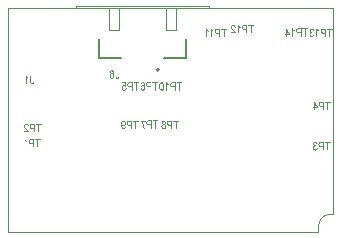
<source format=gbr>
%TF.GenerationSoftware,KiCad,Pcbnew,7.0.10*%
%TF.CreationDate,2024-02-12T16:24:20-08:00*%
%TF.ProjectId,beeper-design,62656570-6572-42d6-9465-7369676e2e6b,rev?*%
%TF.SameCoordinates,Original*%
%TF.FileFunction,Legend,Bot*%
%TF.FilePolarity,Positive*%
%FSLAX46Y46*%
G04 Gerber Fmt 4.6, Leading zero omitted, Abs format (unit mm)*
G04 Created by KiCad (PCBNEW 7.0.10) date 2024-02-12 16:24:20*
%MOMM*%
%LPD*%
G01*
G04 APERTURE LIST*
%ADD10C,0.100000*%
%ADD11C,0.200000*%
%TA.AperFunction,Profile*%
%ADD12C,0.050000*%
%TD*%
G04 APERTURE END LIST*
D10*
G36*
X128361158Y-109060500D02*
G01*
X128361158Y-108436801D01*
X128560167Y-108436801D01*
X128560167Y-108349264D01*
X128081255Y-108349264D01*
X128081255Y-108436801D01*
X128281144Y-108436801D01*
X128281144Y-109060500D01*
X128361158Y-109060500D01*
G37*
G36*
X128001974Y-109060500D02*
G01*
X127921960Y-109060500D01*
X127921960Y-108776005D01*
X127766915Y-108776005D01*
X127758978Y-108775943D01*
X127751196Y-108775758D01*
X127743569Y-108775448D01*
X127736097Y-108775014D01*
X127728779Y-108774457D01*
X127721617Y-108773775D01*
X127714609Y-108772970D01*
X127707756Y-108772041D01*
X127701058Y-108770988D01*
X127694515Y-108769811D01*
X127688127Y-108768510D01*
X127681893Y-108767086D01*
X127675815Y-108765537D01*
X127669891Y-108763865D01*
X127658508Y-108760148D01*
X127647744Y-108755936D01*
X127637600Y-108751228D01*
X127628075Y-108746025D01*
X127619169Y-108740326D01*
X127610883Y-108734132D01*
X127603216Y-108727442D01*
X127596169Y-108720257D01*
X127589741Y-108712576D01*
X127583796Y-108704515D01*
X127578235Y-108696235D01*
X127573057Y-108687733D01*
X127568263Y-108679012D01*
X127563852Y-108670070D01*
X127559825Y-108660908D01*
X127556182Y-108651525D01*
X127552922Y-108641922D01*
X127550045Y-108632099D01*
X127547552Y-108622055D01*
X127545443Y-108611791D01*
X127543717Y-108601306D01*
X127542374Y-108590601D01*
X127541415Y-108579676D01*
X127540840Y-108568530D01*
X127540700Y-108560241D01*
X127623154Y-108560241D01*
X127623281Y-108567764D01*
X127623662Y-108575073D01*
X127624297Y-108582168D01*
X127625187Y-108589050D01*
X127626998Y-108598971D01*
X127629381Y-108608412D01*
X127632335Y-108617372D01*
X127635862Y-108625851D01*
X127639960Y-108633849D01*
X127644631Y-108641367D01*
X127649873Y-108648403D01*
X127655687Y-108654959D01*
X127662182Y-108660947D01*
X127669468Y-108666347D01*
X127674765Y-108669619D01*
X127680413Y-108672630D01*
X127686413Y-108675379D01*
X127692764Y-108677866D01*
X127699467Y-108680091D01*
X127706521Y-108682055D01*
X127713927Y-108683756D01*
X127721684Y-108685196D01*
X127729793Y-108686374D01*
X127738253Y-108687291D01*
X127747065Y-108687945D01*
X127756228Y-108688338D01*
X127765743Y-108688469D01*
X127921960Y-108688469D01*
X127921960Y-108436801D01*
X127767355Y-108436801D01*
X127760692Y-108436826D01*
X127754296Y-108436900D01*
X127748167Y-108437023D01*
X127742304Y-108437196D01*
X127734011Y-108437548D01*
X127726318Y-108438012D01*
X127719225Y-108438586D01*
X127712732Y-108439272D01*
X127706839Y-108440069D01*
X127699916Y-108441304D01*
X127692763Y-108443127D01*
X127690824Y-108443778D01*
X127685147Y-108445983D01*
X127679682Y-108448563D01*
X127672723Y-108452587D01*
X127666140Y-108457279D01*
X127659932Y-108462640D01*
X127654100Y-108468668D01*
X127649973Y-108473627D01*
X127646056Y-108478962D01*
X127642351Y-108484673D01*
X127640026Y-108488654D01*
X127636821Y-108494812D01*
X127633952Y-108501193D01*
X127631421Y-108507795D01*
X127629228Y-108514620D01*
X127627372Y-108521668D01*
X127625853Y-108528938D01*
X127624672Y-108536430D01*
X127623828Y-108544145D01*
X127623322Y-108552082D01*
X127623154Y-108560241D01*
X127540700Y-108560241D01*
X127540648Y-108557164D01*
X127540720Y-108550530D01*
X127541096Y-108540707D01*
X127541793Y-108531037D01*
X127542813Y-108521521D01*
X127544155Y-108512158D01*
X127545818Y-108502948D01*
X127547804Y-108493892D01*
X127550112Y-108484988D01*
X127552741Y-108476238D01*
X127555693Y-108467642D01*
X127558967Y-108459198D01*
X127561303Y-108453698D01*
X127564981Y-108445737D01*
X127568868Y-108438126D01*
X127572963Y-108430863D01*
X127577267Y-108423949D01*
X127581780Y-108417383D01*
X127586501Y-108411166D01*
X127591431Y-108405298D01*
X127596570Y-108399778D01*
X127601917Y-108394607D01*
X127607473Y-108389784D01*
X127611285Y-108386747D01*
X127617215Y-108382425D01*
X127623401Y-108378383D01*
X127629841Y-108374619D01*
X127636537Y-108371136D01*
X127643487Y-108367932D01*
X127650693Y-108365007D01*
X127658153Y-108362362D01*
X127665869Y-108359996D01*
X127673839Y-108357910D01*
X127682065Y-108356103D01*
X127684080Y-108355682D01*
X127690457Y-108354500D01*
X127697331Y-108353438D01*
X127704702Y-108352497D01*
X127712571Y-108351675D01*
X127720936Y-108350974D01*
X127726789Y-108350573D01*
X127732864Y-108350226D01*
X127739159Y-108349932D01*
X127745675Y-108349692D01*
X127752412Y-108349505D01*
X127759370Y-108349371D01*
X127766549Y-108349291D01*
X127773949Y-108349264D01*
X128001974Y-108349264D01*
X128001974Y-109060500D01*
G37*
G36*
X127082253Y-108972963D02*
G01*
X127082253Y-109060500D01*
X127481737Y-109060500D01*
X127481762Y-109052587D01*
X127481471Y-109044749D01*
X127480865Y-109036986D01*
X127479942Y-109029297D01*
X127478703Y-109021684D01*
X127477148Y-109014145D01*
X127475278Y-109006681D01*
X127473091Y-108999292D01*
X127470072Y-108990232D01*
X127466731Y-108981196D01*
X127463069Y-108972184D01*
X127459084Y-108963196D01*
X127454778Y-108954232D01*
X127451728Y-108948270D01*
X127448534Y-108942318D01*
X127445198Y-108936377D01*
X127441719Y-108930446D01*
X127438097Y-108924526D01*
X127434331Y-108918617D01*
X127430422Y-108912719D01*
X127426371Y-108906831D01*
X127424291Y-108903891D01*
X127419962Y-108897966D01*
X127415400Y-108891944D01*
X127410606Y-108885827D01*
X127405579Y-108879613D01*
X127400320Y-108873303D01*
X127394828Y-108866897D01*
X127389105Y-108860395D01*
X127383148Y-108853797D01*
X127376960Y-108847102D01*
X127370539Y-108840312D01*
X127363885Y-108833425D01*
X127356999Y-108826442D01*
X127349881Y-108819362D01*
X127342530Y-108812187D01*
X127334947Y-108804915D01*
X127327131Y-108797548D01*
X127321039Y-108791816D01*
X127315071Y-108786163D01*
X127309228Y-108780587D01*
X127303510Y-108775089D01*
X127297917Y-108769669D01*
X127292448Y-108764327D01*
X127287104Y-108759062D01*
X127281885Y-108753876D01*
X127276791Y-108748767D01*
X127271822Y-108743736D01*
X127266977Y-108738782D01*
X127262257Y-108733907D01*
X127257662Y-108729109D01*
X127253192Y-108724389D01*
X127248847Y-108719747D01*
X127240530Y-108710696D01*
X127232713Y-108701957D01*
X127225395Y-108693529D01*
X127218576Y-108685412D01*
X127212256Y-108677606D01*
X127206435Y-108670111D01*
X127201114Y-108662928D01*
X127196292Y-108656055D01*
X127194068Y-108652736D01*
X127189862Y-108646177D01*
X127185928Y-108639665D01*
X127182265Y-108633199D01*
X127178873Y-108626781D01*
X127175752Y-108620409D01*
X127172903Y-108614083D01*
X127170326Y-108607805D01*
X127166968Y-108598475D01*
X127164220Y-108589250D01*
X127162084Y-108580130D01*
X127160557Y-108571116D01*
X127159642Y-108562207D01*
X127159336Y-108553403D01*
X127159613Y-108544337D01*
X127160444Y-108535543D01*
X127161829Y-108527019D01*
X127163767Y-108518765D01*
X127166259Y-108510782D01*
X127169306Y-108503069D01*
X127172905Y-108495627D01*
X127177059Y-108488455D01*
X127181767Y-108481554D01*
X127187028Y-108474923D01*
X127190844Y-108470653D01*
X127196921Y-108464603D01*
X127203339Y-108459149D01*
X127210097Y-108454289D01*
X127217194Y-108450024D01*
X127224632Y-108446355D01*
X127232410Y-108443280D01*
X127240528Y-108440801D01*
X127248986Y-108438917D01*
X127254813Y-108437991D01*
X127260792Y-108437330D01*
X127266922Y-108436933D01*
X127273202Y-108436801D01*
X127279806Y-108436926D01*
X127286243Y-108437301D01*
X127292514Y-108437925D01*
X127298619Y-108438799D01*
X127304558Y-108439923D01*
X127310331Y-108441297D01*
X127318680Y-108443826D01*
X127326654Y-108446917D01*
X127334256Y-108450570D01*
X127341484Y-108454785D01*
X127348338Y-108459562D01*
X127354819Y-108464901D01*
X127358932Y-108468772D01*
X127364671Y-108474982D01*
X127369854Y-108481621D01*
X127374480Y-108488690D01*
X127378550Y-108496189D01*
X127382064Y-108504118D01*
X127385021Y-108512476D01*
X127387422Y-108521264D01*
X127389267Y-108530482D01*
X127390555Y-108540129D01*
X127391286Y-108550207D01*
X127391465Y-108557164D01*
X127467669Y-108546222D01*
X127466528Y-108534389D01*
X127465049Y-108522914D01*
X127463231Y-108511795D01*
X127461074Y-108501032D01*
X127458578Y-108490626D01*
X127455743Y-108480577D01*
X127452570Y-108470885D01*
X127449057Y-108461549D01*
X127445206Y-108452570D01*
X127441016Y-108443947D01*
X127436486Y-108435681D01*
X127431618Y-108427772D01*
X127426411Y-108420219D01*
X127420866Y-108413023D01*
X127414981Y-108406183D01*
X127408757Y-108399700D01*
X127402227Y-108393593D01*
X127395424Y-108387880D01*
X127388347Y-108382560D01*
X127380996Y-108377635D01*
X127373372Y-108373103D01*
X127365474Y-108368966D01*
X127357302Y-108365223D01*
X127348857Y-108361873D01*
X127340138Y-108358918D01*
X127331145Y-108356357D01*
X127321879Y-108354190D01*
X127312339Y-108352417D01*
X127302526Y-108351037D01*
X127292439Y-108350052D01*
X127282078Y-108349461D01*
X127271444Y-108349264D01*
X127260723Y-108349487D01*
X127250284Y-108350157D01*
X127240128Y-108351272D01*
X127230255Y-108352833D01*
X127220665Y-108354841D01*
X127211358Y-108357295D01*
X127202333Y-108360194D01*
X127193591Y-108363540D01*
X127185132Y-108367332D01*
X127176956Y-108371571D01*
X127169063Y-108376255D01*
X127161452Y-108381385D01*
X127154124Y-108386962D01*
X127147079Y-108392985D01*
X127140317Y-108399453D01*
X127133837Y-108406368D01*
X127127697Y-108413592D01*
X127121954Y-108421029D01*
X127116606Y-108428680D01*
X127111654Y-108436545D01*
X127107099Y-108444623D01*
X127102939Y-108452915D01*
X127099176Y-108461421D01*
X127095809Y-108470140D01*
X127092838Y-108479073D01*
X127090263Y-108488220D01*
X127088084Y-108497581D01*
X127086302Y-108507155D01*
X127084915Y-108516943D01*
X127083925Y-108526945D01*
X127083331Y-108537160D01*
X127083133Y-108547590D01*
X127083263Y-108555624D01*
X127083653Y-108563634D01*
X127084303Y-108571620D01*
X127085214Y-108579582D01*
X127086385Y-108587520D01*
X127087816Y-108595434D01*
X127089507Y-108603324D01*
X127091458Y-108611190D01*
X127093670Y-108619032D01*
X127096141Y-108626850D01*
X127097934Y-108632049D01*
X127100882Y-108639846D01*
X127104175Y-108647721D01*
X127107813Y-108655674D01*
X127111796Y-108663705D01*
X127116125Y-108671814D01*
X127120798Y-108680002D01*
X127125817Y-108688267D01*
X127129355Y-108693821D01*
X127133046Y-108699410D01*
X127136891Y-108705033D01*
X127140889Y-108710691D01*
X127145040Y-108716384D01*
X127147173Y-108719243D01*
X127151655Y-108725090D01*
X127156493Y-108731177D01*
X127161685Y-108737502D01*
X127167232Y-108744066D01*
X127173133Y-108750870D01*
X127179390Y-108757912D01*
X127186002Y-108765194D01*
X127192969Y-108772714D01*
X127200290Y-108780474D01*
X127207967Y-108788473D01*
X127215998Y-108796711D01*
X127224384Y-108805188D01*
X127233126Y-108813904D01*
X127237629Y-108818352D01*
X127242222Y-108822859D01*
X127246903Y-108827426D01*
X127251673Y-108832054D01*
X127256531Y-108836740D01*
X127261479Y-108841487D01*
X127269645Y-108849256D01*
X127277439Y-108856706D01*
X127284859Y-108863837D01*
X127291905Y-108870648D01*
X127298579Y-108877140D01*
X127304879Y-108883313D01*
X127310806Y-108889167D01*
X127316360Y-108894701D01*
X127321541Y-108899917D01*
X127326348Y-108904813D01*
X127330782Y-108909389D01*
X127336734Y-108915656D01*
X127341845Y-108921204D01*
X127346117Y-108926034D01*
X127347355Y-108927485D01*
X127351978Y-108933132D01*
X127356395Y-108938790D01*
X127360605Y-108944459D01*
X127364610Y-108950138D01*
X127368409Y-108955828D01*
X127372002Y-108961529D01*
X127375388Y-108967241D01*
X127378569Y-108972963D01*
X127082253Y-108972963D01*
G37*
G36*
X128281158Y-110340500D02*
G01*
X128281158Y-109716801D01*
X128480167Y-109716801D01*
X128480167Y-109629264D01*
X128001255Y-109629264D01*
X128001255Y-109716801D01*
X128201144Y-109716801D01*
X128201144Y-110340500D01*
X128281158Y-110340500D01*
G37*
G36*
X127921974Y-110340500D02*
G01*
X127841960Y-110340500D01*
X127841960Y-110056005D01*
X127686915Y-110056005D01*
X127678978Y-110055943D01*
X127671196Y-110055758D01*
X127663569Y-110055448D01*
X127656097Y-110055014D01*
X127648779Y-110054457D01*
X127641617Y-110053775D01*
X127634609Y-110052970D01*
X127627756Y-110052041D01*
X127621058Y-110050988D01*
X127614515Y-110049811D01*
X127608127Y-110048510D01*
X127601893Y-110047086D01*
X127595815Y-110045537D01*
X127589891Y-110043865D01*
X127578508Y-110040148D01*
X127567744Y-110035936D01*
X127557600Y-110031228D01*
X127548075Y-110026025D01*
X127539169Y-110020326D01*
X127530883Y-110014132D01*
X127523216Y-110007442D01*
X127516169Y-110000257D01*
X127509741Y-109992576D01*
X127503796Y-109984515D01*
X127498235Y-109976235D01*
X127493057Y-109967733D01*
X127488263Y-109959012D01*
X127483852Y-109950070D01*
X127479825Y-109940908D01*
X127476182Y-109931525D01*
X127472922Y-109921922D01*
X127470045Y-109912099D01*
X127467552Y-109902055D01*
X127465443Y-109891791D01*
X127463717Y-109881306D01*
X127462374Y-109870601D01*
X127461415Y-109859676D01*
X127460840Y-109848530D01*
X127460700Y-109840241D01*
X127543154Y-109840241D01*
X127543281Y-109847764D01*
X127543662Y-109855073D01*
X127544297Y-109862168D01*
X127545187Y-109869050D01*
X127546998Y-109878971D01*
X127549381Y-109888412D01*
X127552335Y-109897372D01*
X127555862Y-109905851D01*
X127559960Y-109913849D01*
X127564631Y-109921367D01*
X127569873Y-109928403D01*
X127575687Y-109934959D01*
X127582182Y-109940947D01*
X127589468Y-109946347D01*
X127594765Y-109949619D01*
X127600413Y-109952630D01*
X127606413Y-109955379D01*
X127612764Y-109957866D01*
X127619467Y-109960091D01*
X127626521Y-109962055D01*
X127633927Y-109963756D01*
X127641684Y-109965196D01*
X127649793Y-109966374D01*
X127658253Y-109967291D01*
X127667065Y-109967945D01*
X127676228Y-109968338D01*
X127685743Y-109968469D01*
X127841960Y-109968469D01*
X127841960Y-109716801D01*
X127687355Y-109716801D01*
X127680692Y-109716826D01*
X127674296Y-109716900D01*
X127668167Y-109717023D01*
X127662304Y-109717196D01*
X127654011Y-109717548D01*
X127646318Y-109718012D01*
X127639225Y-109718586D01*
X127632732Y-109719272D01*
X127626839Y-109720069D01*
X127619916Y-109721304D01*
X127612763Y-109723127D01*
X127610824Y-109723778D01*
X127605147Y-109725983D01*
X127599682Y-109728563D01*
X127592723Y-109732587D01*
X127586140Y-109737279D01*
X127579932Y-109742640D01*
X127574100Y-109748668D01*
X127569973Y-109753627D01*
X127566056Y-109758962D01*
X127562351Y-109764673D01*
X127560026Y-109768654D01*
X127556821Y-109774812D01*
X127553952Y-109781193D01*
X127551421Y-109787795D01*
X127549228Y-109794620D01*
X127547372Y-109801668D01*
X127545853Y-109808938D01*
X127544672Y-109816430D01*
X127543828Y-109824145D01*
X127543322Y-109832082D01*
X127543154Y-109840241D01*
X127460700Y-109840241D01*
X127460648Y-109837164D01*
X127460720Y-109830530D01*
X127461096Y-109820707D01*
X127461793Y-109811037D01*
X127462813Y-109801521D01*
X127464155Y-109792158D01*
X127465818Y-109782948D01*
X127467804Y-109773892D01*
X127470112Y-109764988D01*
X127472741Y-109756238D01*
X127475693Y-109747642D01*
X127478967Y-109739198D01*
X127481303Y-109733698D01*
X127484981Y-109725737D01*
X127488868Y-109718126D01*
X127492963Y-109710863D01*
X127497267Y-109703949D01*
X127501780Y-109697383D01*
X127506501Y-109691166D01*
X127511431Y-109685298D01*
X127516570Y-109679778D01*
X127521917Y-109674607D01*
X127527473Y-109669784D01*
X127531285Y-109666747D01*
X127537215Y-109662425D01*
X127543401Y-109658383D01*
X127549841Y-109654619D01*
X127556537Y-109651136D01*
X127563487Y-109647932D01*
X127570693Y-109645007D01*
X127578153Y-109642362D01*
X127585869Y-109639996D01*
X127593839Y-109637910D01*
X127602065Y-109636103D01*
X127604080Y-109635682D01*
X127610457Y-109634500D01*
X127617331Y-109633438D01*
X127624702Y-109632497D01*
X127632571Y-109631675D01*
X127640936Y-109630974D01*
X127646789Y-109630573D01*
X127652864Y-109630226D01*
X127659159Y-109629932D01*
X127665675Y-109629692D01*
X127672412Y-109629505D01*
X127679370Y-109629371D01*
X127686549Y-109629291D01*
X127693949Y-109629264D01*
X127921974Y-109629264D01*
X127921974Y-110340500D01*
G37*
G36*
X127112749Y-110340500D02*
G01*
X127186901Y-110340500D01*
X127186901Y-109786215D01*
X127192076Y-109791826D01*
X127197545Y-109797441D01*
X127203307Y-109803058D01*
X127209364Y-109808679D01*
X127215713Y-109814302D01*
X127222357Y-109819929D01*
X127229294Y-109825558D01*
X127236525Y-109831191D01*
X127241509Y-109834947D01*
X127246623Y-109838705D01*
X127251868Y-109842465D01*
X127257243Y-109846225D01*
X127262648Y-109849907D01*
X127267984Y-109853473D01*
X127273250Y-109856922D01*
X127278446Y-109860255D01*
X127286109Y-109865037D01*
X127293615Y-109869558D01*
X127300964Y-109873817D01*
X127308156Y-109877815D01*
X127315191Y-109881551D01*
X127322068Y-109885025D01*
X127328789Y-109888239D01*
X127335352Y-109891190D01*
X127335352Y-109807073D01*
X127327628Y-109802721D01*
X127320026Y-109798257D01*
X127312547Y-109793681D01*
X127305191Y-109788993D01*
X127297957Y-109784193D01*
X127290845Y-109779280D01*
X127283856Y-109774255D01*
X127276990Y-109769118D01*
X127270246Y-109763868D01*
X127263625Y-109758507D01*
X127257126Y-109753033D01*
X127250749Y-109747447D01*
X127244495Y-109741749D01*
X127238364Y-109735939D01*
X127232355Y-109730016D01*
X127226468Y-109723982D01*
X127220750Y-109717882D01*
X127215244Y-109711805D01*
X127209951Y-109705753D01*
X127204871Y-109699725D01*
X127200004Y-109693721D01*
X127195350Y-109687741D01*
X127190909Y-109681786D01*
X127186681Y-109675854D01*
X127182666Y-109669946D01*
X127178864Y-109664062D01*
X127175275Y-109658202D01*
X127171898Y-109652367D01*
X127168735Y-109646555D01*
X127164389Y-109637883D01*
X127160523Y-109629264D01*
X127112749Y-109629264D01*
X127112749Y-110340500D01*
G37*
G36*
X127919120Y-104773884D02*
G01*
X127847019Y-104762600D01*
X127846575Y-104771860D01*
X127845973Y-104780747D01*
X127845215Y-104789261D01*
X127844299Y-104797403D01*
X127843227Y-104805172D01*
X127841998Y-104812569D01*
X127840612Y-104819592D01*
X127839069Y-104826244D01*
X127836461Y-104835522D01*
X127833500Y-104843961D01*
X127830186Y-104851562D01*
X127826519Y-104858324D01*
X127822499Y-104864248D01*
X127821081Y-104866037D01*
X127816585Y-104871017D01*
X127811780Y-104875508D01*
X127806666Y-104879508D01*
X127801242Y-104883019D01*
X127795510Y-104886040D01*
X127789468Y-104888571D01*
X127783117Y-104890612D01*
X127776458Y-104892163D01*
X127769489Y-104893225D01*
X127762211Y-104893796D01*
X127757187Y-104893905D01*
X127749805Y-104893654D01*
X127742679Y-104892900D01*
X127735810Y-104891645D01*
X127729197Y-104889887D01*
X127722840Y-104887627D01*
X127716740Y-104884865D01*
X127710897Y-104881600D01*
X127705310Y-104877834D01*
X127700029Y-104873594D01*
X127695180Y-104868997D01*
X127690760Y-104864041D01*
X127686772Y-104858728D01*
X127683213Y-104853056D01*
X127680086Y-104847027D01*
X127677388Y-104840640D01*
X127675121Y-104833894D01*
X127673198Y-104826457D01*
X127671531Y-104817994D01*
X127670449Y-104810974D01*
X127669511Y-104803376D01*
X127668718Y-104795202D01*
X127668069Y-104786450D01*
X127667564Y-104777122D01*
X127667203Y-104767216D01*
X127667043Y-104760292D01*
X127666947Y-104753111D01*
X127666915Y-104745674D01*
X127666915Y-104259264D01*
X127586901Y-104259264D01*
X127586901Y-104743109D01*
X127586972Y-104754088D01*
X127587187Y-104764753D01*
X127587545Y-104775106D01*
X127588046Y-104785147D01*
X127588690Y-104794875D01*
X127589477Y-104804290D01*
X127590407Y-104813393D01*
X127591480Y-104822183D01*
X127592697Y-104830661D01*
X127594056Y-104838826D01*
X127595559Y-104846678D01*
X127597205Y-104854219D01*
X127598994Y-104861446D01*
X127600926Y-104868361D01*
X127603001Y-104874963D01*
X127605219Y-104881253D01*
X127608843Y-104890217D01*
X127612846Y-104898772D01*
X127617227Y-104906919D01*
X127621987Y-104914656D01*
X127627126Y-104921985D01*
X127632643Y-104928906D01*
X127638539Y-104935417D01*
X127644814Y-104941520D01*
X127651467Y-104947214D01*
X127658499Y-104952500D01*
X127663398Y-104955796D01*
X127670966Y-104960379D01*
X127678780Y-104964512D01*
X127686838Y-104968193D01*
X127695141Y-104971424D01*
X127700812Y-104973327D01*
X127706592Y-104975030D01*
X127712481Y-104976533D01*
X127718478Y-104977835D01*
X127724584Y-104978937D01*
X127730800Y-104979839D01*
X127737123Y-104980540D01*
X127743556Y-104981041D01*
X127750097Y-104981341D01*
X127756747Y-104981442D01*
X127766548Y-104981238D01*
X127776057Y-104980627D01*
X127785274Y-104979608D01*
X127794199Y-104978182D01*
X127802832Y-104976349D01*
X127811173Y-104974109D01*
X127819222Y-104971461D01*
X127826979Y-104968405D01*
X127834445Y-104964942D01*
X127841618Y-104961072D01*
X127848499Y-104956795D01*
X127855089Y-104952110D01*
X127861386Y-104947017D01*
X127867392Y-104941517D01*
X127873105Y-104935610D01*
X127878527Y-104929296D01*
X127883631Y-104922558D01*
X127888393Y-104915423D01*
X127892813Y-104907892D01*
X127896891Y-104899964D01*
X127900626Y-104891639D01*
X127904019Y-104882917D01*
X127907069Y-104873799D01*
X127909778Y-104864284D01*
X127912144Y-104854373D01*
X127914167Y-104844065D01*
X127915848Y-104833360D01*
X127917187Y-104822258D01*
X127918184Y-104810759D01*
X127918838Y-104798864D01*
X127919150Y-104786573D01*
X127919120Y-104773884D01*
G37*
G36*
X127209253Y-104970500D02*
G01*
X127283405Y-104970500D01*
X127283405Y-104416215D01*
X127288580Y-104421826D01*
X127294049Y-104427441D01*
X127299811Y-104433058D01*
X127305867Y-104438679D01*
X127312217Y-104444302D01*
X127318861Y-104449929D01*
X127325798Y-104455558D01*
X127333029Y-104461191D01*
X127338012Y-104464947D01*
X127343127Y-104468705D01*
X127348371Y-104472465D01*
X127353747Y-104476225D01*
X127359152Y-104479907D01*
X127364488Y-104483473D01*
X127369754Y-104486922D01*
X127374950Y-104490255D01*
X127382613Y-104495037D01*
X127390119Y-104499558D01*
X127397468Y-104503817D01*
X127404660Y-104507815D01*
X127411694Y-104511551D01*
X127418572Y-104515025D01*
X127425292Y-104518239D01*
X127431855Y-104521190D01*
X127431855Y-104437073D01*
X127424131Y-104432721D01*
X127416530Y-104428257D01*
X127409051Y-104423681D01*
X127401694Y-104418993D01*
X127394461Y-104414193D01*
X127387349Y-104409280D01*
X127380360Y-104404255D01*
X127373494Y-104399118D01*
X127366750Y-104393868D01*
X127360128Y-104388507D01*
X127353629Y-104383033D01*
X127347253Y-104377447D01*
X127340999Y-104371749D01*
X127334867Y-104365939D01*
X127328858Y-104360016D01*
X127322972Y-104353982D01*
X127317253Y-104347882D01*
X127311747Y-104341805D01*
X127306455Y-104335753D01*
X127301375Y-104329725D01*
X127296508Y-104323721D01*
X127291854Y-104317741D01*
X127287413Y-104311786D01*
X127283185Y-104305854D01*
X127279170Y-104299946D01*
X127275368Y-104294062D01*
X127271778Y-104288202D01*
X127268402Y-104282367D01*
X127265239Y-104276555D01*
X127260893Y-104267883D01*
X127257026Y-104259264D01*
X127209253Y-104259264D01*
X127209253Y-104970500D01*
G37*
G36*
X138221158Y-105520500D02*
G01*
X138221158Y-104896801D01*
X138420167Y-104896801D01*
X138420167Y-104809264D01*
X137941255Y-104809264D01*
X137941255Y-104896801D01*
X138141144Y-104896801D01*
X138141144Y-105520500D01*
X138221158Y-105520500D01*
G37*
G36*
X137861974Y-105520500D02*
G01*
X137781960Y-105520500D01*
X137781960Y-105236005D01*
X137626915Y-105236005D01*
X137618978Y-105235943D01*
X137611196Y-105235758D01*
X137603569Y-105235448D01*
X137596097Y-105235014D01*
X137588779Y-105234457D01*
X137581617Y-105233775D01*
X137574609Y-105232970D01*
X137567756Y-105232041D01*
X137561058Y-105230988D01*
X137554515Y-105229811D01*
X137548127Y-105228510D01*
X137541893Y-105227086D01*
X137535815Y-105225537D01*
X137529891Y-105223865D01*
X137518508Y-105220148D01*
X137507744Y-105215936D01*
X137497600Y-105211228D01*
X137488075Y-105206025D01*
X137479169Y-105200326D01*
X137470883Y-105194132D01*
X137463216Y-105187442D01*
X137456169Y-105180257D01*
X137449741Y-105172576D01*
X137443796Y-105164515D01*
X137438235Y-105156235D01*
X137433057Y-105147733D01*
X137428263Y-105139012D01*
X137423852Y-105130070D01*
X137419825Y-105120908D01*
X137416182Y-105111525D01*
X137412922Y-105101922D01*
X137410045Y-105092099D01*
X137407552Y-105082055D01*
X137405443Y-105071791D01*
X137403717Y-105061306D01*
X137402374Y-105050601D01*
X137401415Y-105039676D01*
X137400840Y-105028530D01*
X137400700Y-105020241D01*
X137483154Y-105020241D01*
X137483281Y-105027764D01*
X137483662Y-105035073D01*
X137484297Y-105042168D01*
X137485187Y-105049050D01*
X137486998Y-105058971D01*
X137489381Y-105068412D01*
X137492335Y-105077372D01*
X137495862Y-105085851D01*
X137499960Y-105093849D01*
X137504631Y-105101367D01*
X137509873Y-105108403D01*
X137515687Y-105114959D01*
X137522182Y-105120947D01*
X137529468Y-105126347D01*
X137534765Y-105129619D01*
X137540413Y-105132630D01*
X137546413Y-105135379D01*
X137552764Y-105137866D01*
X137559467Y-105140091D01*
X137566521Y-105142055D01*
X137573927Y-105143756D01*
X137581684Y-105145196D01*
X137589793Y-105146374D01*
X137598253Y-105147291D01*
X137607065Y-105147945D01*
X137616228Y-105148338D01*
X137625743Y-105148469D01*
X137781960Y-105148469D01*
X137781960Y-104896801D01*
X137627355Y-104896801D01*
X137620692Y-104896826D01*
X137614296Y-104896900D01*
X137608167Y-104897023D01*
X137602304Y-104897196D01*
X137594011Y-104897548D01*
X137586318Y-104898012D01*
X137579225Y-104898586D01*
X137572732Y-104899272D01*
X137566839Y-104900069D01*
X137559916Y-104901304D01*
X137552763Y-104903127D01*
X137550824Y-104903778D01*
X137545147Y-104905983D01*
X137539682Y-104908563D01*
X137532723Y-104912587D01*
X137526140Y-104917279D01*
X137519932Y-104922640D01*
X137514100Y-104928668D01*
X137509973Y-104933627D01*
X137506056Y-104938962D01*
X137502351Y-104944673D01*
X137500026Y-104948654D01*
X137496821Y-104954812D01*
X137493952Y-104961193D01*
X137491421Y-104967795D01*
X137489228Y-104974620D01*
X137487372Y-104981668D01*
X137485853Y-104988938D01*
X137484672Y-104996430D01*
X137483828Y-105004145D01*
X137483322Y-105012082D01*
X137483154Y-105020241D01*
X137400700Y-105020241D01*
X137400648Y-105017164D01*
X137400720Y-105010530D01*
X137401096Y-105000707D01*
X137401793Y-104991037D01*
X137402813Y-104981521D01*
X137404155Y-104972158D01*
X137405818Y-104962948D01*
X137407804Y-104953892D01*
X137410112Y-104944988D01*
X137412741Y-104936238D01*
X137415693Y-104927642D01*
X137418967Y-104919198D01*
X137421303Y-104913698D01*
X137424981Y-104905737D01*
X137428868Y-104898126D01*
X137432963Y-104890863D01*
X137437267Y-104883949D01*
X137441780Y-104877383D01*
X137446501Y-104871166D01*
X137451431Y-104865298D01*
X137456570Y-104859778D01*
X137461917Y-104854607D01*
X137467473Y-104849784D01*
X137471285Y-104846747D01*
X137477215Y-104842425D01*
X137483401Y-104838383D01*
X137489841Y-104834619D01*
X137496537Y-104831136D01*
X137503487Y-104827932D01*
X137510693Y-104825007D01*
X137518153Y-104822362D01*
X137525869Y-104819996D01*
X137533839Y-104817910D01*
X137542065Y-104816103D01*
X137544080Y-104815682D01*
X137550457Y-104814500D01*
X137557331Y-104813438D01*
X137564702Y-104812497D01*
X137572571Y-104811675D01*
X137580936Y-104810974D01*
X137586789Y-104810573D01*
X137592864Y-104810226D01*
X137599159Y-104809932D01*
X137605675Y-104809692D01*
X137612412Y-104809505D01*
X137619370Y-104809371D01*
X137626549Y-104809291D01*
X137633949Y-104809264D01*
X137861974Y-104809264D01*
X137861974Y-105520500D01*
G37*
G36*
X137130485Y-104809581D02*
G01*
X137141970Y-104810531D01*
X137153149Y-104812113D01*
X137164023Y-104814329D01*
X137174591Y-104817178D01*
X137184853Y-104820661D01*
X137194809Y-104824776D01*
X137204460Y-104829524D01*
X137213805Y-104834906D01*
X137222845Y-104840920D01*
X137231579Y-104847568D01*
X137240007Y-104854849D01*
X137248129Y-104862763D01*
X137255946Y-104871310D01*
X137263457Y-104880491D01*
X137270662Y-104890304D01*
X137274647Y-104896237D01*
X137278506Y-104902388D01*
X137282238Y-104908758D01*
X137285844Y-104915346D01*
X137289323Y-104922152D01*
X137292675Y-104929177D01*
X137295901Y-104936420D01*
X137299001Y-104943882D01*
X137301974Y-104951562D01*
X137304820Y-104959460D01*
X137307540Y-104967577D01*
X137310133Y-104975912D01*
X137312600Y-104984465D01*
X137314941Y-104993237D01*
X137317155Y-105002228D01*
X137319242Y-105011436D01*
X137321203Y-105020863D01*
X137323038Y-105030509D01*
X137324745Y-105040373D01*
X137326327Y-105050455D01*
X137327782Y-105060756D01*
X137329110Y-105071275D01*
X137330312Y-105082012D01*
X137331387Y-105092968D01*
X137332336Y-105104142D01*
X137333158Y-105115534D01*
X137333854Y-105127145D01*
X137334423Y-105138975D01*
X137334866Y-105151022D01*
X137335182Y-105163288D01*
X137335372Y-105175773D01*
X137335435Y-105188476D01*
X137335378Y-105199830D01*
X137335207Y-105210982D01*
X137334922Y-105221932D01*
X137334522Y-105232680D01*
X137334008Y-105243225D01*
X137333380Y-105253569D01*
X137332638Y-105263711D01*
X137331781Y-105273651D01*
X137330810Y-105283389D01*
X137329725Y-105292924D01*
X137328526Y-105302258D01*
X137327213Y-105311390D01*
X137325785Y-105320320D01*
X137324244Y-105329047D01*
X137322588Y-105337573D01*
X137320818Y-105345896D01*
X137318933Y-105354018D01*
X137316935Y-105361938D01*
X137314822Y-105369655D01*
X137312595Y-105377171D01*
X137310254Y-105384484D01*
X137307798Y-105391595D01*
X137305229Y-105398505D01*
X137302545Y-105405212D01*
X137299747Y-105411718D01*
X137296835Y-105418021D01*
X137293809Y-105424122D01*
X137290668Y-105430022D01*
X137284044Y-105441214D01*
X137276964Y-105451599D01*
X137269504Y-105461267D01*
X137261778Y-105470312D01*
X137253787Y-105478733D01*
X137245530Y-105486530D01*
X137237007Y-105493703D01*
X137228219Y-105500253D01*
X137219165Y-105506179D01*
X137209846Y-105511481D01*
X137200261Y-105516159D01*
X137190410Y-105520214D01*
X137180294Y-105523644D01*
X137169912Y-105526451D01*
X137159265Y-105528635D01*
X137148352Y-105530194D01*
X137137173Y-105531130D01*
X137125729Y-105531442D01*
X137118978Y-105531323D01*
X137112317Y-105530969D01*
X137105747Y-105530378D01*
X137099268Y-105529550D01*
X137092879Y-105528486D01*
X137086580Y-105527186D01*
X137080372Y-105525649D01*
X137074254Y-105523876D01*
X137068227Y-105521867D01*
X137062290Y-105519621D01*
X137056444Y-105517138D01*
X137050688Y-105514419D01*
X137045023Y-105511464D01*
X137039448Y-105508272D01*
X137033963Y-105504844D01*
X137028569Y-105501180D01*
X137023274Y-105497272D01*
X137018123Y-105493155D01*
X137013116Y-105488830D01*
X137008254Y-105484297D01*
X137003536Y-105479555D01*
X136998962Y-105474605D01*
X136994532Y-105469446D01*
X136990247Y-105464079D01*
X136986106Y-105458504D01*
X136982109Y-105452721D01*
X136978257Y-105446729D01*
X136974548Y-105440528D01*
X136970984Y-105434120D01*
X136967565Y-105427503D01*
X136964289Y-105420677D01*
X136961158Y-105413643D01*
X136958176Y-105406448D01*
X136955388Y-105399180D01*
X136952791Y-105391841D01*
X136950387Y-105384429D01*
X136948175Y-105376945D01*
X136946155Y-105369389D01*
X136944328Y-105361761D01*
X136942693Y-105354060D01*
X136941250Y-105346288D01*
X136940000Y-105338443D01*
X136938942Y-105330526D01*
X136938077Y-105322538D01*
X136937404Y-105314477D01*
X136936923Y-105306344D01*
X136936634Y-105298138D01*
X136936574Y-105292938D01*
X137012302Y-105292938D01*
X137012434Y-105301544D01*
X137012831Y-105309923D01*
X137013492Y-105318075D01*
X137014418Y-105326000D01*
X137015608Y-105333697D01*
X137017063Y-105341168D01*
X137018782Y-105348412D01*
X137020765Y-105355428D01*
X137023013Y-105362217D01*
X137025526Y-105368780D01*
X137028303Y-105375115D01*
X137031344Y-105381223D01*
X137034650Y-105387104D01*
X137038220Y-105392758D01*
X137042055Y-105398185D01*
X137046154Y-105403385D01*
X137050420Y-105408292D01*
X137057013Y-105415058D01*
X137063841Y-105421113D01*
X137070903Y-105426454D01*
X137078199Y-105431084D01*
X137085730Y-105435002D01*
X137093495Y-105438207D01*
X137101495Y-105440700D01*
X137109729Y-105442480D01*
X137118198Y-105443549D01*
X137126901Y-105443905D01*
X137130902Y-105443828D01*
X137136862Y-105443425D01*
X137142774Y-105442676D01*
X137148636Y-105441582D01*
X137154450Y-105440142D01*
X137160214Y-105438356D01*
X137165930Y-105436225D01*
X137171597Y-105433748D01*
X137177215Y-105430925D01*
X137182784Y-105427757D01*
X137188304Y-105424243D01*
X137191916Y-105421716D01*
X137197144Y-105417665D01*
X137202143Y-105413301D01*
X137206912Y-105408625D01*
X137211453Y-105403636D01*
X137215764Y-105398335D01*
X137219845Y-105392721D01*
X137223698Y-105386794D01*
X137227321Y-105380555D01*
X137230715Y-105374004D01*
X137233879Y-105367139D01*
X137235849Y-105362424D01*
X137238565Y-105355302D01*
X137240996Y-105348119D01*
X137243140Y-105340876D01*
X137244999Y-105333573D01*
X137246572Y-105326210D01*
X137247858Y-105318787D01*
X137248859Y-105311304D01*
X137249574Y-105303760D01*
X137250003Y-105296157D01*
X137250146Y-105288493D01*
X137250009Y-105280744D01*
X137249599Y-105273183D01*
X137248915Y-105265811D01*
X137247957Y-105258627D01*
X137246726Y-105251631D01*
X137245221Y-105244824D01*
X137243442Y-105238205D01*
X137241390Y-105231774D01*
X137237798Y-105222481D01*
X137233591Y-105213612D01*
X137228769Y-105205166D01*
X137223330Y-105197144D01*
X137219363Y-105192032D01*
X137215121Y-105187108D01*
X137210684Y-105182429D01*
X137206127Y-105178052D01*
X137199069Y-105172052D01*
X137191743Y-105166732D01*
X137184149Y-105162091D01*
X137176287Y-105158129D01*
X137168157Y-105154846D01*
X137159759Y-105152242D01*
X137154012Y-105150884D01*
X137148146Y-105149827D01*
X137142160Y-105149073D01*
X137136055Y-105148620D01*
X137129832Y-105148469D01*
X137123561Y-105148620D01*
X137117426Y-105149073D01*
X137111425Y-105149827D01*
X137105560Y-105150884D01*
X137097016Y-105153035D01*
X137088775Y-105155865D01*
X137080838Y-105159374D01*
X137073206Y-105163562D01*
X137065877Y-105168430D01*
X137058852Y-105173977D01*
X137052131Y-105180203D01*
X137045715Y-105187108D01*
X137043659Y-105189551D01*
X137037884Y-105197214D01*
X137032696Y-105205379D01*
X137028095Y-105214046D01*
X137025354Y-105220103D01*
X137022874Y-105226382D01*
X137020655Y-105232885D01*
X137018698Y-105239611D01*
X137017001Y-105246560D01*
X137015565Y-105253732D01*
X137014390Y-105261127D01*
X137013477Y-105268746D01*
X137012824Y-105276587D01*
X137012433Y-105284651D01*
X137012302Y-105292938D01*
X136936574Y-105292938D01*
X136936538Y-105289861D01*
X136936742Y-105277355D01*
X136937353Y-105265142D01*
X136938372Y-105253222D01*
X136939799Y-105241594D01*
X136941633Y-105230259D01*
X136943875Y-105219216D01*
X136946524Y-105208465D01*
X136949581Y-105198007D01*
X136953045Y-105187842D01*
X136956917Y-105177969D01*
X136961197Y-105168389D01*
X136965884Y-105159101D01*
X136970979Y-105150106D01*
X136976481Y-105141403D01*
X136982391Y-105132993D01*
X136988708Y-105124875D01*
X136995316Y-105117132D01*
X137002094Y-105109888D01*
X137009045Y-105103144D01*
X137016167Y-105096900D01*
X137023461Y-105091155D01*
X137030927Y-105085910D01*
X137038565Y-105081164D01*
X137046374Y-105076918D01*
X137054355Y-105073171D01*
X137062508Y-105069924D01*
X137070832Y-105067177D01*
X137079329Y-105064929D01*
X137087997Y-105063180D01*
X137096836Y-105061931D01*
X137105848Y-105061182D01*
X137115031Y-105060932D01*
X137120311Y-105061022D01*
X137128180Y-105061496D01*
X137135987Y-105062375D01*
X137143732Y-105063659D01*
X137151415Y-105065350D01*
X137159037Y-105067446D01*
X137166597Y-105069948D01*
X137174094Y-105072856D01*
X137181530Y-105076169D01*
X137188905Y-105079888D01*
X137196217Y-105084013D01*
X137201007Y-105086994D01*
X137208017Y-105091827D01*
X137214819Y-105097092D01*
X137221412Y-105102790D01*
X137227797Y-105108921D01*
X137233973Y-105115485D01*
X137239940Y-105122481D01*
X137245699Y-105129911D01*
X137251249Y-105137772D01*
X137254833Y-105143254D01*
X137258324Y-105148928D01*
X137261723Y-105154795D01*
X137261538Y-105141899D01*
X137261203Y-105129414D01*
X137260718Y-105117338D01*
X137260084Y-105105673D01*
X137259299Y-105094418D01*
X137258364Y-105083572D01*
X137257279Y-105073137D01*
X137256044Y-105063112D01*
X137254660Y-105053497D01*
X137253125Y-105044292D01*
X137251440Y-105035497D01*
X137249606Y-105027112D01*
X137247621Y-105019137D01*
X137245486Y-105011573D01*
X137243202Y-105004418D01*
X137240767Y-104997673D01*
X137239489Y-104994417D01*
X137236845Y-104988054D01*
X137234086Y-104981889D01*
X137229730Y-104973011D01*
X137225114Y-104964578D01*
X137220239Y-104956590D01*
X137215102Y-104949046D01*
X137209706Y-104941948D01*
X137204050Y-104935294D01*
X137198133Y-104929085D01*
X137191956Y-104923321D01*
X137185519Y-104918001D01*
X137182133Y-104915434D01*
X137176928Y-104911894D01*
X137171570Y-104908726D01*
X137166060Y-104905931D01*
X137160399Y-104903509D01*
X137154585Y-104901459D01*
X137148619Y-104899782D01*
X137142502Y-104898478D01*
X137136232Y-104897546D01*
X137129811Y-104896987D01*
X137123237Y-104896801D01*
X137117778Y-104896943D01*
X137109793Y-104897690D01*
X137102052Y-104899077D01*
X137094557Y-104901104D01*
X137087306Y-104903771D01*
X137080299Y-104907079D01*
X137073538Y-104911026D01*
X137067021Y-104915614D01*
X137060749Y-104920842D01*
X137054721Y-104926710D01*
X137048939Y-104933218D01*
X137045630Y-104937723D01*
X137041438Y-104944483D01*
X137037499Y-104952103D01*
X137034709Y-104958383D01*
X137032062Y-104965146D01*
X137029556Y-104972394D01*
X137027191Y-104980125D01*
X137024969Y-104988340D01*
X137022888Y-104997039D01*
X137020948Y-105006222D01*
X136947236Y-104995280D01*
X136948514Y-104984528D01*
X136950078Y-104974071D01*
X136951926Y-104963910D01*
X136954059Y-104954044D01*
X136956478Y-104944473D01*
X136959182Y-104935197D01*
X136962170Y-104926216D01*
X136965444Y-104917531D01*
X136969003Y-104909141D01*
X136972847Y-104901046D01*
X136976976Y-104893246D01*
X136981390Y-104885741D01*
X136986089Y-104878532D01*
X136991074Y-104871618D01*
X136996343Y-104864999D01*
X137001897Y-104858675D01*
X137007677Y-104852691D01*
X137013660Y-104847094D01*
X137019845Y-104841883D01*
X137026233Y-104837058D01*
X137032824Y-104832618D01*
X137039617Y-104828565D01*
X137046613Y-104824898D01*
X137053811Y-104821617D01*
X137061212Y-104818722D01*
X137068816Y-104816213D01*
X137076623Y-104814090D01*
X137084632Y-104812352D01*
X137092843Y-104811001D01*
X137101258Y-104810036D01*
X137109875Y-104809457D01*
X137118694Y-104809264D01*
X137130485Y-104809581D01*
G37*
G36*
X136641158Y-105530500D02*
G01*
X136641158Y-104906801D01*
X136840167Y-104906801D01*
X136840167Y-104819264D01*
X136361255Y-104819264D01*
X136361255Y-104906801D01*
X136561144Y-104906801D01*
X136561144Y-105530500D01*
X136641158Y-105530500D01*
G37*
G36*
X136281974Y-105530500D02*
G01*
X136201960Y-105530500D01*
X136201960Y-105246005D01*
X136046915Y-105246005D01*
X136038978Y-105245943D01*
X136031196Y-105245758D01*
X136023569Y-105245448D01*
X136016097Y-105245014D01*
X136008779Y-105244457D01*
X136001617Y-105243775D01*
X135994609Y-105242970D01*
X135987756Y-105242041D01*
X135981058Y-105240988D01*
X135974515Y-105239811D01*
X135968127Y-105238510D01*
X135961893Y-105237086D01*
X135955815Y-105235537D01*
X135949891Y-105233865D01*
X135938508Y-105230148D01*
X135927744Y-105225936D01*
X135917600Y-105221228D01*
X135908075Y-105216025D01*
X135899169Y-105210326D01*
X135890883Y-105204132D01*
X135883216Y-105197442D01*
X135876169Y-105190257D01*
X135869741Y-105182576D01*
X135863796Y-105174515D01*
X135858235Y-105166235D01*
X135853057Y-105157733D01*
X135848263Y-105149012D01*
X135843852Y-105140070D01*
X135839825Y-105130908D01*
X135836182Y-105121525D01*
X135832922Y-105111922D01*
X135830045Y-105102099D01*
X135827552Y-105092055D01*
X135825443Y-105081791D01*
X135823717Y-105071306D01*
X135822374Y-105060601D01*
X135821415Y-105049676D01*
X135820840Y-105038530D01*
X135820700Y-105030241D01*
X135903154Y-105030241D01*
X135903281Y-105037764D01*
X135903662Y-105045073D01*
X135904297Y-105052168D01*
X135905187Y-105059050D01*
X135906998Y-105068971D01*
X135909381Y-105078412D01*
X135912335Y-105087372D01*
X135915862Y-105095851D01*
X135919960Y-105103849D01*
X135924631Y-105111367D01*
X135929873Y-105118403D01*
X135935687Y-105124959D01*
X135942182Y-105130947D01*
X135949468Y-105136347D01*
X135954765Y-105139619D01*
X135960413Y-105142630D01*
X135966413Y-105145379D01*
X135972764Y-105147866D01*
X135979467Y-105150091D01*
X135986521Y-105152055D01*
X135993927Y-105153756D01*
X136001684Y-105155196D01*
X136009793Y-105156374D01*
X136018253Y-105157291D01*
X136027065Y-105157945D01*
X136036228Y-105158338D01*
X136045743Y-105158469D01*
X136201960Y-105158469D01*
X136201960Y-104906801D01*
X136047355Y-104906801D01*
X136040692Y-104906826D01*
X136034296Y-104906900D01*
X136028167Y-104907023D01*
X136022304Y-104907196D01*
X136014011Y-104907548D01*
X136006318Y-104908012D01*
X135999225Y-104908586D01*
X135992732Y-104909272D01*
X135986839Y-104910069D01*
X135979916Y-104911304D01*
X135972763Y-104913127D01*
X135970824Y-104913778D01*
X135965147Y-104915983D01*
X135959682Y-104918563D01*
X135952723Y-104922587D01*
X135946140Y-104927279D01*
X135939932Y-104932640D01*
X135934100Y-104938668D01*
X135929973Y-104943627D01*
X135926056Y-104948962D01*
X135922351Y-104954673D01*
X135920026Y-104958654D01*
X135916821Y-104964812D01*
X135913952Y-104971193D01*
X135911421Y-104977795D01*
X135909228Y-104984620D01*
X135907372Y-104991668D01*
X135905853Y-104998938D01*
X135904672Y-105006430D01*
X135903828Y-105014145D01*
X135903322Y-105022082D01*
X135903154Y-105030241D01*
X135820700Y-105030241D01*
X135820648Y-105027164D01*
X135820720Y-105020530D01*
X135821096Y-105010707D01*
X135821793Y-105001037D01*
X135822813Y-104991521D01*
X135824155Y-104982158D01*
X135825818Y-104972948D01*
X135827804Y-104963892D01*
X135830112Y-104954988D01*
X135832741Y-104946238D01*
X135835693Y-104937642D01*
X135838967Y-104929198D01*
X135841303Y-104923698D01*
X135844981Y-104915737D01*
X135848868Y-104908126D01*
X135852963Y-104900863D01*
X135857267Y-104893949D01*
X135861780Y-104887383D01*
X135866501Y-104881166D01*
X135871431Y-104875298D01*
X135876570Y-104869778D01*
X135881917Y-104864607D01*
X135887473Y-104859784D01*
X135891285Y-104856747D01*
X135897215Y-104852425D01*
X135903401Y-104848383D01*
X135909841Y-104844619D01*
X135916537Y-104841136D01*
X135923487Y-104837932D01*
X135930693Y-104835007D01*
X135938153Y-104832362D01*
X135945869Y-104829996D01*
X135953839Y-104827910D01*
X135962065Y-104826103D01*
X135964080Y-104825682D01*
X135970457Y-104824500D01*
X135977331Y-104823438D01*
X135984702Y-104822497D01*
X135992571Y-104821675D01*
X136000936Y-104820974D01*
X136006789Y-104820573D01*
X136012864Y-104820226D01*
X136019159Y-104819932D01*
X136025675Y-104819692D01*
X136032412Y-104819505D01*
X136039370Y-104819371D01*
X136046549Y-104819291D01*
X136053949Y-104819264D01*
X136281974Y-104819264D01*
X136281974Y-105530500D01*
G37*
G36*
X135752211Y-105344484D02*
G01*
X135674249Y-105333542D01*
X135673079Y-105340927D01*
X135671730Y-105348080D01*
X135670203Y-105355000D01*
X135668497Y-105361688D01*
X135665604Y-105371284D01*
X135662308Y-105380357D01*
X135658611Y-105388907D01*
X135654511Y-105396935D01*
X135650010Y-105404439D01*
X135645107Y-105411420D01*
X135639802Y-105417879D01*
X135634096Y-105423814D01*
X135628073Y-105429192D01*
X135621822Y-105434040D01*
X135615341Y-105438360D01*
X135608631Y-105442151D01*
X135601692Y-105445413D01*
X135594523Y-105448145D01*
X135587125Y-105450349D01*
X135579498Y-105452024D01*
X135571642Y-105453170D01*
X135563556Y-105453787D01*
X135558038Y-105453905D01*
X135551399Y-105453735D01*
X135544888Y-105453226D01*
X135538507Y-105452378D01*
X135532256Y-105451191D01*
X135526133Y-105449664D01*
X135520140Y-105447798D01*
X135514277Y-105445593D01*
X135508543Y-105443048D01*
X135502938Y-105440165D01*
X135497462Y-105436942D01*
X135492116Y-105433379D01*
X135486900Y-105429478D01*
X135481812Y-105425237D01*
X135476854Y-105420657D01*
X135472026Y-105415737D01*
X135467327Y-105410479D01*
X135462837Y-105404918D01*
X135458637Y-105399136D01*
X135454727Y-105393132D01*
X135451106Y-105386906D01*
X135447775Y-105380459D01*
X135444733Y-105373789D01*
X135441982Y-105366899D01*
X135439520Y-105359786D01*
X135437347Y-105352452D01*
X135435464Y-105344896D01*
X135433871Y-105337118D01*
X135432568Y-105329118D01*
X135431554Y-105320897D01*
X135430830Y-105312454D01*
X135430395Y-105303789D01*
X135430251Y-105294903D01*
X135430390Y-105286467D01*
X135430809Y-105278257D01*
X135431508Y-105270273D01*
X135432485Y-105262515D01*
X135433742Y-105254982D01*
X135435279Y-105247675D01*
X135437095Y-105240594D01*
X135439190Y-105233738D01*
X135441564Y-105227109D01*
X135444218Y-105220705D01*
X135447151Y-105214526D01*
X135450364Y-105208574D01*
X135453856Y-105202847D01*
X135457627Y-105197346D01*
X135461678Y-105192070D01*
X135466008Y-105187021D01*
X135470545Y-105182238D01*
X135475256Y-105177764D01*
X135480140Y-105173599D01*
X135485196Y-105169742D01*
X135490425Y-105166194D01*
X135495827Y-105162954D01*
X135501403Y-105160023D01*
X135507150Y-105157400D01*
X135513071Y-105155086D01*
X135519165Y-105153081D01*
X135525431Y-105151384D01*
X135531871Y-105149995D01*
X135538483Y-105148915D01*
X135545268Y-105148144D01*
X135552226Y-105147681D01*
X135559357Y-105147527D01*
X135566027Y-105147660D01*
X135572574Y-105148062D01*
X135578997Y-105148730D01*
X135585296Y-105149667D01*
X135591471Y-105150870D01*
X135597523Y-105152341D01*
X135603452Y-105154080D01*
X135609256Y-105156086D01*
X135614937Y-105158359D01*
X135620494Y-105160900D01*
X135624131Y-105162743D01*
X135631121Y-105166689D01*
X135637732Y-105170918D01*
X135643962Y-105175430D01*
X135649813Y-105180225D01*
X135655283Y-105185303D01*
X135660373Y-105190665D01*
X135665083Y-105196309D01*
X135669413Y-105202237D01*
X135739022Y-105191295D01*
X135680551Y-104830206D01*
X135379985Y-104830206D01*
X135379985Y-104917743D01*
X135621200Y-104917743D01*
X135653733Y-105110597D01*
X135646916Y-105104469D01*
X135640056Y-105098736D01*
X135633154Y-105093399D01*
X135626210Y-105088457D01*
X135619223Y-105083910D01*
X135612194Y-105079758D01*
X135605123Y-105076002D01*
X135598009Y-105072642D01*
X135590853Y-105069677D01*
X135583654Y-105067107D01*
X135576413Y-105064932D01*
X135569130Y-105063153D01*
X135561805Y-105061769D01*
X135554437Y-105060781D01*
X135547026Y-105060188D01*
X135539574Y-105059990D01*
X135529779Y-105060241D01*
X135520177Y-105060995D01*
X135510769Y-105062250D01*
X135501554Y-105064008D01*
X135492533Y-105066268D01*
X135483705Y-105069030D01*
X135475071Y-105072295D01*
X135466631Y-105076061D01*
X135458383Y-105080330D01*
X135450330Y-105085101D01*
X135442469Y-105090375D01*
X135434803Y-105096150D01*
X135427329Y-105102428D01*
X135420050Y-105109208D01*
X135412963Y-105116490D01*
X135406071Y-105124275D01*
X135399469Y-105132433D01*
X135393294Y-105140880D01*
X135387544Y-105149616D01*
X135382220Y-105158640D01*
X135377322Y-105167952D01*
X135372850Y-105177553D01*
X135368804Y-105187443D01*
X135365184Y-105197621D01*
X135361990Y-105208087D01*
X135359222Y-105218843D01*
X135356879Y-105229886D01*
X135354963Y-105241218D01*
X135353472Y-105252839D01*
X135352407Y-105264748D01*
X135351768Y-105276946D01*
X135351556Y-105289432D01*
X135351742Y-105301340D01*
X135352302Y-105313044D01*
X135353235Y-105324544D01*
X135354541Y-105335839D01*
X135356221Y-105346930D01*
X135358274Y-105357817D01*
X135360700Y-105368499D01*
X135363499Y-105378977D01*
X135366671Y-105389251D01*
X135370217Y-105399320D01*
X135374136Y-105409185D01*
X135378428Y-105418845D01*
X135383094Y-105428302D01*
X135388132Y-105437553D01*
X135393544Y-105446601D01*
X135399329Y-105455444D01*
X135406767Y-105465857D01*
X135414536Y-105475599D01*
X135422635Y-105484670D01*
X135431066Y-105493068D01*
X135439827Y-105500794D01*
X135448919Y-105507849D01*
X135458342Y-105514231D01*
X135468096Y-105519942D01*
X135478181Y-105524981D01*
X135488596Y-105529348D01*
X135499343Y-105533043D01*
X135510420Y-105536067D01*
X135521828Y-105538418D01*
X135527657Y-105539342D01*
X135533568Y-105540098D01*
X135539561Y-105540686D01*
X135545638Y-105541106D01*
X135551797Y-105541358D01*
X135558038Y-105541442D01*
X135568233Y-105541231D01*
X135578191Y-105540600D01*
X135587911Y-105539548D01*
X135597395Y-105538076D01*
X135606642Y-105536182D01*
X135615651Y-105533868D01*
X135624424Y-105531133D01*
X135632960Y-105527978D01*
X135641259Y-105524401D01*
X135649320Y-105520404D01*
X135657145Y-105515986D01*
X135664733Y-105511148D01*
X135672084Y-105505889D01*
X135679197Y-105500208D01*
X135686074Y-105494108D01*
X135692714Y-105487586D01*
X135699043Y-105480696D01*
X135705024Y-105473532D01*
X135710657Y-105466094D01*
X135715941Y-105458382D01*
X135720878Y-105450397D01*
X135725467Y-105442137D01*
X135729708Y-105433604D01*
X135733600Y-105424797D01*
X135737145Y-105415717D01*
X135740341Y-105406362D01*
X135743190Y-105396734D01*
X135745690Y-105386831D01*
X135747843Y-105376655D01*
X135749647Y-105366205D01*
X135751103Y-105355482D01*
X135752211Y-105344484D01*
G37*
G36*
X136581158Y-108780500D02*
G01*
X136581158Y-108156801D01*
X136780167Y-108156801D01*
X136780167Y-108069264D01*
X136301255Y-108069264D01*
X136301255Y-108156801D01*
X136501144Y-108156801D01*
X136501144Y-108780500D01*
X136581158Y-108780500D01*
G37*
G36*
X136221974Y-108780500D02*
G01*
X136141960Y-108780500D01*
X136141960Y-108496005D01*
X135986915Y-108496005D01*
X135978978Y-108495943D01*
X135971196Y-108495758D01*
X135963569Y-108495448D01*
X135956097Y-108495014D01*
X135948779Y-108494457D01*
X135941617Y-108493775D01*
X135934609Y-108492970D01*
X135927756Y-108492041D01*
X135921058Y-108490988D01*
X135914515Y-108489811D01*
X135908127Y-108488510D01*
X135901893Y-108487086D01*
X135895815Y-108485537D01*
X135889891Y-108483865D01*
X135878508Y-108480148D01*
X135867744Y-108475936D01*
X135857600Y-108471228D01*
X135848075Y-108466025D01*
X135839169Y-108460326D01*
X135830883Y-108454132D01*
X135823216Y-108447442D01*
X135816169Y-108440257D01*
X135809741Y-108432576D01*
X135803796Y-108424515D01*
X135798235Y-108416235D01*
X135793057Y-108407733D01*
X135788263Y-108399012D01*
X135783852Y-108390070D01*
X135779825Y-108380908D01*
X135776182Y-108371525D01*
X135772922Y-108361922D01*
X135770045Y-108352099D01*
X135767552Y-108342055D01*
X135765443Y-108331791D01*
X135763717Y-108321306D01*
X135762374Y-108310601D01*
X135761415Y-108299676D01*
X135760840Y-108288530D01*
X135760700Y-108280241D01*
X135843154Y-108280241D01*
X135843281Y-108287764D01*
X135843662Y-108295073D01*
X135844297Y-108302168D01*
X135845187Y-108309050D01*
X135846998Y-108318971D01*
X135849381Y-108328412D01*
X135852335Y-108337372D01*
X135855862Y-108345851D01*
X135859960Y-108353849D01*
X135864631Y-108361367D01*
X135869873Y-108368403D01*
X135875687Y-108374959D01*
X135882182Y-108380947D01*
X135889468Y-108386347D01*
X135894765Y-108389619D01*
X135900413Y-108392630D01*
X135906413Y-108395379D01*
X135912764Y-108397866D01*
X135919467Y-108400091D01*
X135926521Y-108402055D01*
X135933927Y-108403756D01*
X135941684Y-108405196D01*
X135949793Y-108406374D01*
X135958253Y-108407291D01*
X135967065Y-108407945D01*
X135976228Y-108408338D01*
X135985743Y-108408469D01*
X136141960Y-108408469D01*
X136141960Y-108156801D01*
X135987355Y-108156801D01*
X135980692Y-108156826D01*
X135974296Y-108156900D01*
X135968167Y-108157023D01*
X135962304Y-108157196D01*
X135954011Y-108157548D01*
X135946318Y-108158012D01*
X135939225Y-108158586D01*
X135932732Y-108159272D01*
X135926839Y-108160069D01*
X135919916Y-108161304D01*
X135912763Y-108163127D01*
X135910824Y-108163778D01*
X135905147Y-108165983D01*
X135899682Y-108168563D01*
X135892723Y-108172587D01*
X135886140Y-108177279D01*
X135879932Y-108182640D01*
X135874100Y-108188668D01*
X135869973Y-108193627D01*
X135866056Y-108198962D01*
X135862351Y-108204673D01*
X135860026Y-108208654D01*
X135856821Y-108214812D01*
X135853952Y-108221193D01*
X135851421Y-108227795D01*
X135849228Y-108234620D01*
X135847372Y-108241668D01*
X135845853Y-108248938D01*
X135844672Y-108256430D01*
X135843828Y-108264145D01*
X135843322Y-108272082D01*
X135843154Y-108280241D01*
X135760700Y-108280241D01*
X135760648Y-108277164D01*
X135760720Y-108270530D01*
X135761096Y-108260707D01*
X135761793Y-108251037D01*
X135762813Y-108241521D01*
X135764155Y-108232158D01*
X135765818Y-108222948D01*
X135767804Y-108213892D01*
X135770112Y-108204988D01*
X135772741Y-108196238D01*
X135775693Y-108187642D01*
X135778967Y-108179198D01*
X135781303Y-108173698D01*
X135784981Y-108165737D01*
X135788868Y-108158126D01*
X135792963Y-108150863D01*
X135797267Y-108143949D01*
X135801780Y-108137383D01*
X135806501Y-108131166D01*
X135811431Y-108125298D01*
X135816570Y-108119778D01*
X135821917Y-108114607D01*
X135827473Y-108109784D01*
X135831285Y-108106747D01*
X135837215Y-108102425D01*
X135843401Y-108098383D01*
X135849841Y-108094619D01*
X135856537Y-108091136D01*
X135863487Y-108087932D01*
X135870693Y-108085007D01*
X135878153Y-108082362D01*
X135885869Y-108079996D01*
X135893839Y-108077910D01*
X135902065Y-108076103D01*
X135904080Y-108075682D01*
X135910457Y-108074500D01*
X135917331Y-108073438D01*
X135924702Y-108072497D01*
X135932571Y-108071675D01*
X135940936Y-108070974D01*
X135946789Y-108070573D01*
X135952864Y-108070226D01*
X135959159Y-108069932D01*
X135965675Y-108069692D01*
X135972412Y-108069505D01*
X135979370Y-108069371D01*
X135986549Y-108069291D01*
X135993949Y-108069264D01*
X136221974Y-108069264D01*
X136221974Y-108780500D01*
G37*
G36*
X135512367Y-108069521D02*
G01*
X135522232Y-108070290D01*
X135531885Y-108071572D01*
X135541324Y-108073368D01*
X135550551Y-108075676D01*
X135559565Y-108078497D01*
X135568365Y-108081831D01*
X135576953Y-108085677D01*
X135585328Y-108090037D01*
X135593490Y-108094910D01*
X135601439Y-108100295D01*
X135609175Y-108106194D01*
X135616698Y-108112605D01*
X135624008Y-108119530D01*
X135631105Y-108126967D01*
X135637990Y-108134917D01*
X135644556Y-108143287D01*
X135650698Y-108151984D01*
X135656417Y-108161009D01*
X135661712Y-108170361D01*
X135666583Y-108180040D01*
X135671031Y-108190047D01*
X135675055Y-108200380D01*
X135678656Y-108211041D01*
X135681833Y-108222029D01*
X135684587Y-108233345D01*
X135686916Y-108244987D01*
X135688823Y-108256957D01*
X135690305Y-108269254D01*
X135691364Y-108281879D01*
X135692000Y-108294831D01*
X135692211Y-108308109D01*
X135692009Y-108320988D01*
X135691401Y-108333549D01*
X135690388Y-108345794D01*
X135688969Y-108357723D01*
X135687145Y-108369335D01*
X135684916Y-108380630D01*
X135682282Y-108391609D01*
X135679242Y-108402271D01*
X135675797Y-108412617D01*
X135671947Y-108422646D01*
X135667691Y-108432359D01*
X135663031Y-108441755D01*
X135657964Y-108450834D01*
X135652493Y-108459597D01*
X135646616Y-108468043D01*
X135640334Y-108476173D01*
X135633741Y-108483875D01*
X135626969Y-108491079D01*
X135620017Y-108497787D01*
X135612884Y-108503998D01*
X135605573Y-108509712D01*
X135598081Y-108514930D01*
X135590410Y-108519650D01*
X135582559Y-108523874D01*
X135574528Y-108527600D01*
X135566317Y-108530830D01*
X135557927Y-108533563D01*
X135549357Y-108535799D01*
X135540607Y-108537538D01*
X135531678Y-108538780D01*
X135522568Y-108539525D01*
X135513279Y-108539774D01*
X135507698Y-108539674D01*
X135499420Y-108539148D01*
X135491252Y-108538171D01*
X135483194Y-108536743D01*
X135475248Y-108534865D01*
X135467412Y-108532536D01*
X135459687Y-108529756D01*
X135452073Y-108526525D01*
X135444569Y-108522844D01*
X135437177Y-108518711D01*
X135429895Y-108514128D01*
X135425141Y-108510840D01*
X135418248Y-108505681D01*
X135411641Y-108500248D01*
X135405320Y-108494541D01*
X135399284Y-108488561D01*
X135393535Y-108482307D01*
X135388072Y-108475780D01*
X135382895Y-108468980D01*
X135378003Y-108461906D01*
X135373398Y-108454558D01*
X135369078Y-108446937D01*
X135368975Y-108449753D01*
X135368748Y-108457110D01*
X135368639Y-108464376D01*
X135368682Y-108471087D01*
X135368910Y-108481072D01*
X135369335Y-108490962D01*
X135369955Y-108500755D01*
X135370770Y-108510452D01*
X135371782Y-108520053D01*
X135372989Y-108529558D01*
X135374392Y-108538967D01*
X135375991Y-108548280D01*
X135377786Y-108557496D01*
X135379776Y-108566616D01*
X135381912Y-108575477D01*
X135384143Y-108583981D01*
X135386470Y-108592127D01*
X135388892Y-108599915D01*
X135391409Y-108607346D01*
X135394021Y-108614419D01*
X135396729Y-108621134D01*
X135399532Y-108627492D01*
X135403418Y-108635413D01*
X135407473Y-108642698D01*
X135411723Y-108649491D01*
X135416266Y-108655937D01*
X135421102Y-108662036D01*
X135426231Y-108667788D01*
X135431653Y-108673192D01*
X135437369Y-108678249D01*
X135443377Y-108682958D01*
X135449678Y-108687321D01*
X135456225Y-108691208D01*
X135463041Y-108694576D01*
X135470128Y-108697427D01*
X135477485Y-108699759D01*
X135485113Y-108701573D01*
X135491010Y-108702593D01*
X135497060Y-108703322D01*
X135503262Y-108703759D01*
X135509616Y-108703905D01*
X135514543Y-108703804D01*
X135521725Y-108703275D01*
X135528657Y-108702291D01*
X135535340Y-108700854D01*
X135541773Y-108698964D01*
X135547955Y-108696619D01*
X135553888Y-108693820D01*
X135559571Y-108690568D01*
X135565005Y-108686862D01*
X135570188Y-108682702D01*
X135575121Y-108678088D01*
X135576699Y-108676433D01*
X135581240Y-108671097D01*
X135585492Y-108665205D01*
X135589455Y-108658758D01*
X135593131Y-108651754D01*
X135596517Y-108644194D01*
X135599615Y-108636078D01*
X135602425Y-108627406D01*
X135604946Y-108618178D01*
X135607178Y-108608394D01*
X135608506Y-108601563D01*
X135609706Y-108594484D01*
X135681074Y-108605426D01*
X135679799Y-108616321D01*
X135678244Y-108626907D01*
X135676410Y-108637185D01*
X135674296Y-108647154D01*
X135671903Y-108656814D01*
X135669231Y-108666166D01*
X135666280Y-108675209D01*
X135663049Y-108683944D01*
X135659539Y-108692370D01*
X135655749Y-108700488D01*
X135651680Y-108708297D01*
X135647332Y-108715798D01*
X135642704Y-108722990D01*
X135637797Y-108729874D01*
X135632611Y-108736449D01*
X135627145Y-108742715D01*
X135621420Y-108748616D01*
X135615493Y-108754135D01*
X135609362Y-108759275D01*
X135603029Y-108764033D01*
X135596494Y-108768411D01*
X135589755Y-108772408D01*
X135582815Y-108776024D01*
X135575671Y-108779260D01*
X135568325Y-108782115D01*
X135560776Y-108784589D01*
X135553025Y-108786683D01*
X135545070Y-108788396D01*
X135536914Y-108789729D01*
X135528554Y-108790680D01*
X135519992Y-108791251D01*
X135511228Y-108791442D01*
X135502959Y-108791278D01*
X135494824Y-108790787D01*
X135486821Y-108789969D01*
X135478951Y-108788824D01*
X135471214Y-108787351D01*
X135463609Y-108785551D01*
X135456138Y-108783424D01*
X135448799Y-108780970D01*
X135441593Y-108778188D01*
X135434520Y-108775079D01*
X135427580Y-108771643D01*
X135420772Y-108767880D01*
X135414098Y-108763789D01*
X135407556Y-108759371D01*
X135401147Y-108754626D01*
X135394870Y-108749554D01*
X135388757Y-108744147D01*
X135382835Y-108738441D01*
X135377106Y-108732436D01*
X135371569Y-108726131D01*
X135366225Y-108719527D01*
X135361073Y-108712624D01*
X135356113Y-108705422D01*
X135351346Y-108697921D01*
X135346771Y-108690120D01*
X135342389Y-108682021D01*
X135338198Y-108673622D01*
X135334200Y-108664924D01*
X135330395Y-108655926D01*
X135326781Y-108646630D01*
X135323361Y-108637034D01*
X135320132Y-108627139D01*
X135317080Y-108616880D01*
X135314224Y-108606190D01*
X135311566Y-108595071D01*
X135309104Y-108583521D01*
X135306840Y-108571541D01*
X135304772Y-108559131D01*
X135302901Y-108546291D01*
X135301228Y-108533020D01*
X135300464Y-108526224D01*
X135299751Y-108519320D01*
X135299086Y-108512309D01*
X135298471Y-108505190D01*
X135297905Y-108497963D01*
X135297388Y-108490629D01*
X135296920Y-108483188D01*
X135296501Y-108475639D01*
X135296132Y-108467982D01*
X135295812Y-108460218D01*
X135295541Y-108452346D01*
X135295320Y-108444367D01*
X135295148Y-108436280D01*
X135295025Y-108428086D01*
X135294951Y-108419785D01*
X135294926Y-108411375D01*
X135294951Y-108403293D01*
X135295025Y-108395331D01*
X135295149Y-108387489D01*
X135295322Y-108379767D01*
X135295545Y-108372166D01*
X135295817Y-108364684D01*
X135296139Y-108357323D01*
X135296511Y-108350083D01*
X135296931Y-108342962D01*
X135297402Y-108335961D01*
X135298491Y-108322321D01*
X135299779Y-108309162D01*
X135300143Y-108306058D01*
X135377285Y-108306058D01*
X135377415Y-108314532D01*
X135377805Y-108322773D01*
X135378454Y-108330780D01*
X135379364Y-108338553D01*
X135380533Y-108346092D01*
X135381963Y-108353398D01*
X135383652Y-108360470D01*
X135385601Y-108367308D01*
X135387810Y-108373912D01*
X135390279Y-108380283D01*
X135393008Y-108386420D01*
X135395997Y-108392323D01*
X135400967Y-108400739D01*
X135406522Y-108408630D01*
X135410551Y-108413598D01*
X135412639Y-108415975D01*
X135419119Y-108422654D01*
X135425924Y-108428654D01*
X135433053Y-108433974D01*
X135440508Y-108438615D01*
X135448286Y-108442577D01*
X135456389Y-108445860D01*
X135464817Y-108448464D01*
X135470616Y-108449822D01*
X135476559Y-108450879D01*
X135482647Y-108451633D01*
X135488878Y-108452086D01*
X135495254Y-108452237D01*
X135501584Y-108452086D01*
X135507786Y-108451633D01*
X135513861Y-108450879D01*
X135519810Y-108449822D01*
X135525631Y-108448464D01*
X135534124Y-108445860D01*
X135542332Y-108442577D01*
X135550253Y-108438615D01*
X135557889Y-108433974D01*
X135565239Y-108428654D01*
X135572303Y-108422654D01*
X135576853Y-108418277D01*
X135581276Y-108413598D01*
X135583413Y-108411150D01*
X135587483Y-108406117D01*
X135593080Y-108398227D01*
X135598065Y-108389928D01*
X135602441Y-108381220D01*
X135606206Y-108372104D01*
X135609360Y-108362579D01*
X135611124Y-108356002D01*
X135612616Y-108349244D01*
X135613837Y-108342303D01*
X135614787Y-108335181D01*
X135615465Y-108327878D01*
X135615872Y-108320393D01*
X135616008Y-108312726D01*
X135615865Y-108304192D01*
X135615435Y-108295858D01*
X135614720Y-108287725D01*
X135613718Y-108279793D01*
X135612430Y-108272060D01*
X135610856Y-108264528D01*
X135608995Y-108257196D01*
X135606849Y-108250065D01*
X135604416Y-108243134D01*
X135601697Y-108236404D01*
X135598691Y-108229873D01*
X135595400Y-108223543D01*
X135591822Y-108217414D01*
X135587958Y-108211485D01*
X135583808Y-108205756D01*
X135579371Y-108200227D01*
X135574724Y-108194969D01*
X135569979Y-108190049D01*
X135565135Y-108185469D01*
X135560192Y-108181228D01*
X135555151Y-108177327D01*
X135550012Y-108173764D01*
X135544774Y-108170541D01*
X135539438Y-108167658D01*
X135531248Y-108163968D01*
X135522838Y-108161042D01*
X135517108Y-108159515D01*
X135511279Y-108158328D01*
X135505352Y-108157480D01*
X135499326Y-108156971D01*
X135493202Y-108156801D01*
X135490221Y-108156840D01*
X135481440Y-108157431D01*
X135472903Y-108158732D01*
X135464612Y-108160741D01*
X135456565Y-108163460D01*
X135448762Y-108166888D01*
X135441205Y-108171026D01*
X135433892Y-108175872D01*
X135426824Y-108181428D01*
X135420001Y-108187693D01*
X135415588Y-108192264D01*
X135411283Y-108197150D01*
X135407166Y-108202304D01*
X135403315Y-108207678D01*
X135399729Y-108213272D01*
X135396409Y-108219087D01*
X135393354Y-108225123D01*
X135390565Y-108231379D01*
X135388042Y-108237855D01*
X135385784Y-108244551D01*
X135383792Y-108251468D01*
X135382066Y-108258606D01*
X135380605Y-108265963D01*
X135379410Y-108273541D01*
X135378480Y-108281340D01*
X135377816Y-108289359D01*
X135377418Y-108297598D01*
X135377285Y-108306058D01*
X135300143Y-108306058D01*
X135301264Y-108296483D01*
X135302948Y-108284286D01*
X135304829Y-108272569D01*
X135306909Y-108261333D01*
X135309187Y-108250578D01*
X135311663Y-108240304D01*
X135314337Y-108230510D01*
X135317208Y-108221198D01*
X135320278Y-108212366D01*
X135323539Y-108203899D01*
X135326983Y-108195678D01*
X135330610Y-108187704D01*
X135334420Y-108179978D01*
X135338414Y-108172499D01*
X135342590Y-108165267D01*
X135346950Y-108158282D01*
X135351493Y-108151544D01*
X135356219Y-108145053D01*
X135361128Y-108138809D01*
X135366221Y-108132812D01*
X135371496Y-108127063D01*
X135376955Y-108121560D01*
X135382597Y-108116305D01*
X135388422Y-108111297D01*
X135394431Y-108106536D01*
X135400571Y-108102022D01*
X135406791Y-108097800D01*
X135413091Y-108093869D01*
X135419472Y-108090230D01*
X135425932Y-108086881D01*
X135432473Y-108083823D01*
X135439094Y-108081057D01*
X135445795Y-108078582D01*
X135452576Y-108076398D01*
X135459437Y-108074506D01*
X135466379Y-108072904D01*
X135473400Y-108071594D01*
X135480502Y-108070575D01*
X135487684Y-108069847D01*
X135494946Y-108069410D01*
X135502288Y-108069264D01*
X135512367Y-108069521D01*
G37*
G36*
X138251158Y-108760500D02*
G01*
X138251158Y-108136801D01*
X138450167Y-108136801D01*
X138450167Y-108049264D01*
X137971255Y-108049264D01*
X137971255Y-108136801D01*
X138171144Y-108136801D01*
X138171144Y-108760500D01*
X138251158Y-108760500D01*
G37*
G36*
X137891974Y-108760500D02*
G01*
X137811960Y-108760500D01*
X137811960Y-108476005D01*
X137656915Y-108476005D01*
X137648978Y-108475943D01*
X137641196Y-108475758D01*
X137633569Y-108475448D01*
X137626097Y-108475014D01*
X137618779Y-108474457D01*
X137611617Y-108473775D01*
X137604609Y-108472970D01*
X137597756Y-108472041D01*
X137591058Y-108470988D01*
X137584515Y-108469811D01*
X137578127Y-108468510D01*
X137571893Y-108467086D01*
X137565815Y-108465537D01*
X137559891Y-108463865D01*
X137548508Y-108460148D01*
X137537744Y-108455936D01*
X137527600Y-108451228D01*
X137518075Y-108446025D01*
X137509169Y-108440326D01*
X137500883Y-108434132D01*
X137493216Y-108427442D01*
X137486169Y-108420257D01*
X137479741Y-108412576D01*
X137473796Y-108404515D01*
X137468235Y-108396235D01*
X137463057Y-108387733D01*
X137458263Y-108379012D01*
X137453852Y-108370070D01*
X137449825Y-108360908D01*
X137446182Y-108351525D01*
X137442922Y-108341922D01*
X137440045Y-108332099D01*
X137437552Y-108322055D01*
X137435443Y-108311791D01*
X137433717Y-108301306D01*
X137432374Y-108290601D01*
X137431415Y-108279676D01*
X137430840Y-108268530D01*
X137430700Y-108260241D01*
X137513154Y-108260241D01*
X137513281Y-108267764D01*
X137513662Y-108275073D01*
X137514297Y-108282168D01*
X137515187Y-108289050D01*
X137516998Y-108298971D01*
X137519381Y-108308412D01*
X137522335Y-108317372D01*
X137525862Y-108325851D01*
X137529960Y-108333849D01*
X137534631Y-108341367D01*
X137539873Y-108348403D01*
X137545687Y-108354959D01*
X137552182Y-108360947D01*
X137559468Y-108366347D01*
X137564765Y-108369619D01*
X137570413Y-108372630D01*
X137576413Y-108375379D01*
X137582764Y-108377866D01*
X137589467Y-108380091D01*
X137596521Y-108382055D01*
X137603927Y-108383756D01*
X137611684Y-108385196D01*
X137619793Y-108386374D01*
X137628253Y-108387291D01*
X137637065Y-108387945D01*
X137646228Y-108388338D01*
X137655743Y-108388469D01*
X137811960Y-108388469D01*
X137811960Y-108136801D01*
X137657355Y-108136801D01*
X137650692Y-108136826D01*
X137644296Y-108136900D01*
X137638167Y-108137023D01*
X137632304Y-108137196D01*
X137624011Y-108137548D01*
X137616318Y-108138012D01*
X137609225Y-108138586D01*
X137602732Y-108139272D01*
X137596839Y-108140069D01*
X137589916Y-108141304D01*
X137582763Y-108143127D01*
X137580824Y-108143778D01*
X137575147Y-108145983D01*
X137569682Y-108148563D01*
X137562723Y-108152587D01*
X137556140Y-108157279D01*
X137549932Y-108162640D01*
X137544100Y-108168668D01*
X137539973Y-108173627D01*
X137536056Y-108178962D01*
X137532351Y-108184673D01*
X137530026Y-108188654D01*
X137526821Y-108194812D01*
X137523952Y-108201193D01*
X137521421Y-108207795D01*
X137519228Y-108214620D01*
X137517372Y-108221668D01*
X137515853Y-108228938D01*
X137514672Y-108236430D01*
X137513828Y-108244145D01*
X137513322Y-108252082D01*
X137513154Y-108260241D01*
X137430700Y-108260241D01*
X137430648Y-108257164D01*
X137430720Y-108250530D01*
X137431096Y-108240707D01*
X137431793Y-108231037D01*
X137432813Y-108221521D01*
X137434155Y-108212158D01*
X137435818Y-108202948D01*
X137437804Y-108193892D01*
X137440112Y-108184988D01*
X137442741Y-108176238D01*
X137445693Y-108167642D01*
X137448967Y-108159198D01*
X137451303Y-108153698D01*
X137454981Y-108145737D01*
X137458868Y-108138126D01*
X137462963Y-108130863D01*
X137467267Y-108123949D01*
X137471780Y-108117383D01*
X137476501Y-108111166D01*
X137481431Y-108105298D01*
X137486570Y-108099778D01*
X137491917Y-108094607D01*
X137497473Y-108089784D01*
X137501285Y-108086747D01*
X137507215Y-108082425D01*
X137513401Y-108078383D01*
X137519841Y-108074619D01*
X137526537Y-108071136D01*
X137533487Y-108067932D01*
X137540693Y-108065007D01*
X137548153Y-108062362D01*
X137555869Y-108059996D01*
X137563839Y-108057910D01*
X137572065Y-108056103D01*
X137574080Y-108055682D01*
X137580457Y-108054500D01*
X137587331Y-108053438D01*
X137594702Y-108052497D01*
X137602571Y-108051675D01*
X137610936Y-108050974D01*
X137616789Y-108050573D01*
X137622864Y-108050226D01*
X137629159Y-108049932D01*
X137635675Y-108049692D01*
X137642412Y-108049505D01*
X137649370Y-108049371D01*
X137656549Y-108049291D01*
X137663949Y-108049264D01*
X137891974Y-108049264D01*
X137891974Y-108760500D01*
G37*
G36*
X137357229Y-108147743D02*
G01*
X137357229Y-108060206D01*
X136966098Y-108060206D01*
X136966098Y-108130988D01*
X136973312Y-108140230D01*
X136980517Y-108149835D01*
X136987715Y-108159801D01*
X136994904Y-108170129D01*
X137002085Y-108180820D01*
X137005673Y-108186301D01*
X137009258Y-108191872D01*
X137012842Y-108197534D01*
X137016424Y-108203286D01*
X137020003Y-108209129D01*
X137023581Y-108215062D01*
X137027157Y-108221086D01*
X137030730Y-108227201D01*
X137034302Y-108233406D01*
X137037871Y-108239701D01*
X137041439Y-108246087D01*
X137045005Y-108252563D01*
X137048568Y-108259130D01*
X137052130Y-108265787D01*
X137055690Y-108272535D01*
X137059247Y-108279373D01*
X137062803Y-108286302D01*
X137066356Y-108293321D01*
X137069908Y-108300431D01*
X137073457Y-108307631D01*
X137077005Y-108314922D01*
X137080551Y-108322303D01*
X137084061Y-108329736D01*
X137087521Y-108337182D01*
X137090931Y-108344642D01*
X137094292Y-108352114D01*
X137097602Y-108359599D01*
X137100862Y-108367097D01*
X137104071Y-108374608D01*
X137107231Y-108382132D01*
X137110341Y-108389669D01*
X137113400Y-108397220D01*
X137116410Y-108404783D01*
X137119369Y-108412359D01*
X137122279Y-108419948D01*
X137125138Y-108427551D01*
X137127947Y-108435166D01*
X137130706Y-108442795D01*
X137133415Y-108450436D01*
X137136074Y-108458090D01*
X137138682Y-108465758D01*
X137141241Y-108473438D01*
X137143750Y-108481132D01*
X137146208Y-108488838D01*
X137148617Y-108496558D01*
X137150975Y-108504290D01*
X137153283Y-108512036D01*
X137155541Y-108519794D01*
X137157749Y-108527566D01*
X137159907Y-108535351D01*
X137162015Y-108543148D01*
X137164073Y-108550959D01*
X137166081Y-108558783D01*
X137168038Y-108566620D01*
X137170760Y-108577755D01*
X137173355Y-108589022D01*
X137175825Y-108600419D01*
X137178168Y-108611948D01*
X137180386Y-108623607D01*
X137182478Y-108635398D01*
X137184444Y-108647319D01*
X137186283Y-108659371D01*
X137187997Y-108671554D01*
X137189585Y-108683868D01*
X137191047Y-108696312D01*
X137192383Y-108708888D01*
X137193593Y-108721594D01*
X137194678Y-108734432D01*
X137195636Y-108747400D01*
X137196468Y-108760500D01*
X137272819Y-108760500D01*
X137272572Y-108749957D01*
X137272125Y-108739144D01*
X137271477Y-108728062D01*
X137270630Y-108716710D01*
X137269581Y-108705088D01*
X137268333Y-108693196D01*
X137266884Y-108681035D01*
X137265235Y-108668603D01*
X137263385Y-108655902D01*
X137261335Y-108642931D01*
X137259085Y-108629690D01*
X137257885Y-108622968D01*
X137256634Y-108616179D01*
X137255334Y-108609323D01*
X137253983Y-108602399D01*
X137252583Y-108595408D01*
X137251132Y-108588349D01*
X137249631Y-108581222D01*
X137248080Y-108574029D01*
X137246479Y-108566767D01*
X137244828Y-108559439D01*
X137243130Y-108552085D01*
X137241385Y-108544747D01*
X137239595Y-108537425D01*
X137237760Y-108530120D01*
X137235879Y-108522831D01*
X137233953Y-108515559D01*
X137231981Y-108508303D01*
X137229963Y-108501063D01*
X137227900Y-108493840D01*
X137225792Y-108486633D01*
X137223638Y-108479442D01*
X137221438Y-108472268D01*
X137219193Y-108465110D01*
X137216903Y-108457969D01*
X137214567Y-108450844D01*
X137212185Y-108443735D01*
X137209758Y-108436642D01*
X137207286Y-108429566D01*
X137204768Y-108422507D01*
X137202204Y-108415463D01*
X137199595Y-108408436D01*
X137196941Y-108401426D01*
X137194240Y-108394432D01*
X137191495Y-108387454D01*
X137188704Y-108380492D01*
X137185867Y-108373547D01*
X137182985Y-108366618D01*
X137180057Y-108359706D01*
X137177084Y-108352810D01*
X137174066Y-108345930D01*
X137171002Y-108339067D01*
X137167892Y-108332220D01*
X137164753Y-108325414D01*
X137161602Y-108318676D01*
X137158439Y-108312005D01*
X137155264Y-108305401D01*
X137152076Y-108298865D01*
X137148876Y-108292395D01*
X137145663Y-108285992D01*
X137142439Y-108279657D01*
X137139202Y-108273389D01*
X137135952Y-108267188D01*
X137132691Y-108261054D01*
X137129417Y-108254987D01*
X137126131Y-108248987D01*
X137122832Y-108243054D01*
X137119521Y-108237189D01*
X137116198Y-108231390D01*
X137112862Y-108225659D01*
X137109515Y-108219995D01*
X137102782Y-108208867D01*
X137096000Y-108198009D01*
X137089169Y-108187419D01*
X137082289Y-108177097D01*
X137075360Y-108167044D01*
X137068381Y-108157259D01*
X137061353Y-108147743D01*
X137357229Y-108147743D01*
G37*
G36*
X139991158Y-108780500D02*
G01*
X139991158Y-108156801D01*
X140190167Y-108156801D01*
X140190167Y-108069264D01*
X139711255Y-108069264D01*
X139711255Y-108156801D01*
X139911144Y-108156801D01*
X139911144Y-108780500D01*
X139991158Y-108780500D01*
G37*
G36*
X139631974Y-108780500D02*
G01*
X139551960Y-108780500D01*
X139551960Y-108496005D01*
X139396915Y-108496005D01*
X139388978Y-108495943D01*
X139381196Y-108495758D01*
X139373569Y-108495448D01*
X139366097Y-108495014D01*
X139358779Y-108494457D01*
X139351617Y-108493775D01*
X139344609Y-108492970D01*
X139337756Y-108492041D01*
X139331058Y-108490988D01*
X139324515Y-108489811D01*
X139318127Y-108488510D01*
X139311893Y-108487086D01*
X139305815Y-108485537D01*
X139299891Y-108483865D01*
X139288508Y-108480148D01*
X139277744Y-108475936D01*
X139267600Y-108471228D01*
X139258075Y-108466025D01*
X139249169Y-108460326D01*
X139240883Y-108454132D01*
X139233216Y-108447442D01*
X139226169Y-108440257D01*
X139219741Y-108432576D01*
X139213796Y-108424515D01*
X139208235Y-108416235D01*
X139203057Y-108407733D01*
X139198263Y-108399012D01*
X139193852Y-108390070D01*
X139189825Y-108380908D01*
X139186182Y-108371525D01*
X139182922Y-108361922D01*
X139180045Y-108352099D01*
X139177552Y-108342055D01*
X139175443Y-108331791D01*
X139173717Y-108321306D01*
X139172374Y-108310601D01*
X139171415Y-108299676D01*
X139170840Y-108288530D01*
X139170700Y-108280241D01*
X139253154Y-108280241D01*
X139253281Y-108287764D01*
X139253662Y-108295073D01*
X139254297Y-108302168D01*
X139255187Y-108309050D01*
X139256998Y-108318971D01*
X139259381Y-108328412D01*
X139262335Y-108337372D01*
X139265862Y-108345851D01*
X139269960Y-108353849D01*
X139274631Y-108361367D01*
X139279873Y-108368403D01*
X139285687Y-108374959D01*
X139292182Y-108380947D01*
X139299468Y-108386347D01*
X139304765Y-108389619D01*
X139310413Y-108392630D01*
X139316413Y-108395379D01*
X139322764Y-108397866D01*
X139329467Y-108400091D01*
X139336521Y-108402055D01*
X139343927Y-108403756D01*
X139351684Y-108405196D01*
X139359793Y-108406374D01*
X139368253Y-108407291D01*
X139377065Y-108407945D01*
X139386228Y-108408338D01*
X139395743Y-108408469D01*
X139551960Y-108408469D01*
X139551960Y-108156801D01*
X139397355Y-108156801D01*
X139390692Y-108156826D01*
X139384296Y-108156900D01*
X139378167Y-108157023D01*
X139372304Y-108157196D01*
X139364011Y-108157548D01*
X139356318Y-108158012D01*
X139349225Y-108158586D01*
X139342732Y-108159272D01*
X139336839Y-108160069D01*
X139329916Y-108161304D01*
X139322763Y-108163127D01*
X139320824Y-108163778D01*
X139315147Y-108165983D01*
X139309682Y-108168563D01*
X139302723Y-108172587D01*
X139296140Y-108177279D01*
X139289932Y-108182640D01*
X139284100Y-108188668D01*
X139279973Y-108193627D01*
X139276056Y-108198962D01*
X139272351Y-108204673D01*
X139270026Y-108208654D01*
X139266821Y-108214812D01*
X139263952Y-108221193D01*
X139261421Y-108227795D01*
X139259228Y-108234620D01*
X139257372Y-108241668D01*
X139255853Y-108248938D01*
X139254672Y-108256430D01*
X139253828Y-108264145D01*
X139253322Y-108272082D01*
X139253154Y-108280241D01*
X139170700Y-108280241D01*
X139170648Y-108277164D01*
X139170720Y-108270530D01*
X139171096Y-108260707D01*
X139171793Y-108251037D01*
X139172813Y-108241521D01*
X139174155Y-108232158D01*
X139175818Y-108222948D01*
X139177804Y-108213892D01*
X139180112Y-108204988D01*
X139182741Y-108196238D01*
X139185693Y-108187642D01*
X139188967Y-108179198D01*
X139191303Y-108173698D01*
X139194981Y-108165737D01*
X139198868Y-108158126D01*
X139202963Y-108150863D01*
X139207267Y-108143949D01*
X139211780Y-108137383D01*
X139216501Y-108131166D01*
X139221431Y-108125298D01*
X139226570Y-108119778D01*
X139231917Y-108114607D01*
X139237473Y-108109784D01*
X139241285Y-108106747D01*
X139247215Y-108102425D01*
X139253401Y-108098383D01*
X139259841Y-108094619D01*
X139266537Y-108091136D01*
X139273487Y-108087932D01*
X139280693Y-108085007D01*
X139288153Y-108082362D01*
X139295869Y-108079996D01*
X139303839Y-108077910D01*
X139312065Y-108076103D01*
X139314080Y-108075682D01*
X139320457Y-108074500D01*
X139327331Y-108073438D01*
X139334702Y-108072497D01*
X139342571Y-108071675D01*
X139350936Y-108070974D01*
X139356789Y-108070573D01*
X139362864Y-108070226D01*
X139369159Y-108069932D01*
X139375675Y-108069692D01*
X139382412Y-108069505D01*
X139389370Y-108069371D01*
X139396549Y-108069291D01*
X139403949Y-108069264D01*
X139631974Y-108069264D01*
X139631974Y-108780500D01*
G37*
G36*
X138914969Y-108069462D02*
G01*
X138924440Y-108070055D01*
X138933667Y-108071043D01*
X138942651Y-108072427D01*
X138951390Y-108074206D01*
X138959886Y-108076381D01*
X138968138Y-108078951D01*
X138976146Y-108081916D01*
X138983910Y-108085277D01*
X138991430Y-108089033D01*
X138998706Y-108093184D01*
X139005739Y-108097731D01*
X139012527Y-108102673D01*
X139019072Y-108108010D01*
X139025373Y-108113743D01*
X139031430Y-108119871D01*
X139037162Y-108126290D01*
X139042524Y-108132895D01*
X139047516Y-108139685D01*
X139052139Y-108146660D01*
X139056391Y-108153822D01*
X139060274Y-108161169D01*
X139063787Y-108168701D01*
X139066931Y-108176420D01*
X139069704Y-108184324D01*
X139072108Y-108192413D01*
X139074142Y-108200689D01*
X139075806Y-108209150D01*
X139077100Y-108217797D01*
X139078025Y-108226629D01*
X139078579Y-108235647D01*
X139078764Y-108244851D01*
X139078677Y-108250951D01*
X139078220Y-108259900D01*
X139077372Y-108268605D01*
X139076132Y-108277066D01*
X139074501Y-108285284D01*
X139072478Y-108293259D01*
X139070063Y-108300990D01*
X139067257Y-108308478D01*
X139064059Y-108315722D01*
X139060470Y-108322723D01*
X139056489Y-108329481D01*
X139055074Y-108331677D01*
X139050547Y-108338072D01*
X139045601Y-108344179D01*
X139040235Y-108349997D01*
X139034449Y-108355527D01*
X139028243Y-108360768D01*
X139021617Y-108365721D01*
X139014571Y-108370385D01*
X139007105Y-108374761D01*
X138999220Y-108378848D01*
X138993729Y-108381413D01*
X138988052Y-108383849D01*
X138994859Y-108386149D01*
X139001468Y-108388687D01*
X139007879Y-108391465D01*
X139014092Y-108394481D01*
X139020106Y-108397737D01*
X139025923Y-108401232D01*
X139031542Y-108404966D01*
X139036962Y-108408939D01*
X139042184Y-108413151D01*
X139047209Y-108417602D01*
X139052035Y-108422293D01*
X139056663Y-108427222D01*
X139061093Y-108432391D01*
X139065325Y-108437798D01*
X139069359Y-108443445D01*
X139073195Y-108449331D01*
X139076816Y-108455405D01*
X139080202Y-108461662D01*
X139083355Y-108468100D01*
X139086275Y-108474720D01*
X139088961Y-108481521D01*
X139091413Y-108488504D01*
X139093632Y-108495669D01*
X139095617Y-108503015D01*
X139097369Y-108510543D01*
X139098887Y-108518253D01*
X139100171Y-108526144D01*
X139101222Y-108534217D01*
X139102040Y-108542472D01*
X139102624Y-108550908D01*
X139102974Y-108559526D01*
X139103091Y-108568326D01*
X139102877Y-108580128D01*
X139102234Y-108591685D01*
X139101164Y-108602995D01*
X139099665Y-108614060D01*
X139097738Y-108624879D01*
X139095383Y-108635453D01*
X139092600Y-108645780D01*
X139089389Y-108655862D01*
X139085749Y-108665698D01*
X139081681Y-108675289D01*
X139077185Y-108684633D01*
X139072261Y-108693732D01*
X139066909Y-108702585D01*
X139061128Y-108711193D01*
X139054920Y-108719554D01*
X139048283Y-108727670D01*
X139041297Y-108735392D01*
X139034040Y-108742616D01*
X139026514Y-108749342D01*
X139018717Y-108755570D01*
X139010650Y-108761299D01*
X139002313Y-108766531D01*
X138993706Y-108771264D01*
X138984828Y-108775499D01*
X138975681Y-108779235D01*
X138966263Y-108782474D01*
X138956575Y-108785214D01*
X138946617Y-108787456D01*
X138936388Y-108789200D01*
X138925890Y-108790445D01*
X138915121Y-108791192D01*
X138904082Y-108791442D01*
X138893025Y-108791193D01*
X138882240Y-108790448D01*
X138871725Y-108789206D01*
X138861483Y-108787467D01*
X138851511Y-108785231D01*
X138841811Y-108782498D01*
X138832382Y-108779268D01*
X138823225Y-108775541D01*
X138814339Y-108771318D01*
X138805724Y-108766598D01*
X138797381Y-108761380D01*
X138789309Y-108755666D01*
X138781508Y-108749455D01*
X138773979Y-108742747D01*
X138766721Y-108735542D01*
X138759734Y-108727841D01*
X138753097Y-108719774D01*
X138746889Y-108711473D01*
X138741108Y-108702939D01*
X138735756Y-108694170D01*
X138730831Y-108685168D01*
X138726335Y-108675933D01*
X138722268Y-108666463D01*
X138718628Y-108656760D01*
X138715417Y-108646823D01*
X138712633Y-108636652D01*
X138710278Y-108626248D01*
X138708352Y-108615610D01*
X138706853Y-108604738D01*
X138705782Y-108593632D01*
X138705140Y-108582293D01*
X138704926Y-108570719D01*
X138704956Y-108568497D01*
X138780690Y-108568497D01*
X138780724Y-108572163D01*
X138780994Y-108579375D01*
X138781535Y-108586424D01*
X138782345Y-108593313D01*
X138783426Y-108600039D01*
X138785554Y-108609826D01*
X138788289Y-108619249D01*
X138791633Y-108628309D01*
X138795585Y-108637005D01*
X138800144Y-108645337D01*
X138805312Y-108653306D01*
X138811087Y-108660911D01*
X138815275Y-108665779D01*
X138817455Y-108668124D01*
X138824212Y-108674714D01*
X138831296Y-108680634D01*
X138838708Y-108685884D01*
X138846447Y-108690464D01*
X138854513Y-108694373D01*
X138860072Y-108696607D01*
X138865776Y-108698543D01*
X138871626Y-108700182D01*
X138877621Y-108701522D01*
X138883762Y-108702565D01*
X138890048Y-108703309D01*
X138896479Y-108703756D01*
X138903056Y-108703905D01*
X138907325Y-108703834D01*
X138913661Y-108703462D01*
X138919918Y-108702772D01*
X138926095Y-108701763D01*
X138932192Y-108700436D01*
X138938209Y-108698790D01*
X138944146Y-108696826D01*
X138950003Y-108694543D01*
X138955781Y-108691941D01*
X138961479Y-108689021D01*
X138967096Y-108685782D01*
X138970740Y-108683437D01*
X138975993Y-108679702D01*
X138980991Y-108675706D01*
X138985734Y-108671448D01*
X138990221Y-108666928D01*
X138994454Y-108662147D01*
X138998432Y-108657105D01*
X139002155Y-108651801D01*
X139005622Y-108646235D01*
X139008835Y-108640408D01*
X139011793Y-108634320D01*
X139012712Y-108632245D01*
X139015296Y-108625993D01*
X139018332Y-108617597D01*
X139020902Y-108609131D01*
X139023004Y-108600596D01*
X139024638Y-108591992D01*
X139025806Y-108583318D01*
X139026507Y-108574574D01*
X139026740Y-108565761D01*
X139026606Y-108558592D01*
X139026202Y-108551573D01*
X139025530Y-108544706D01*
X139024016Y-108534688D01*
X139021898Y-108525009D01*
X139019173Y-108515670D01*
X139015844Y-108506670D01*
X139011909Y-108498010D01*
X139007369Y-108489690D01*
X139002223Y-108481710D01*
X138996472Y-108474069D01*
X138992302Y-108469163D01*
X138990132Y-108466775D01*
X138985688Y-108462227D01*
X138978759Y-108455974D01*
X138971516Y-108450402D01*
X138963959Y-108445513D01*
X138956088Y-108441306D01*
X138947902Y-108437781D01*
X138942271Y-108435811D01*
X138936499Y-108434143D01*
X138930588Y-108432779D01*
X138924537Y-108431717D01*
X138918347Y-108430959D01*
X138912017Y-108430505D01*
X138905547Y-108430353D01*
X138898931Y-108430506D01*
X138892454Y-108430965D01*
X138886117Y-108431729D01*
X138879920Y-108432800D01*
X138873862Y-108434176D01*
X138867944Y-108435859D01*
X138862166Y-108437847D01*
X138856528Y-108440141D01*
X138851029Y-108442741D01*
X138845669Y-108445647D01*
X138840450Y-108448858D01*
X138835370Y-108452376D01*
X138830430Y-108456199D01*
X138825629Y-108460329D01*
X138820969Y-108464764D01*
X138816447Y-108469505D01*
X138814247Y-108471972D01*
X138810057Y-108477028D01*
X138806146Y-108482245D01*
X138802515Y-108487624D01*
X138797591Y-108495995D01*
X138793296Y-108504730D01*
X138789629Y-108513829D01*
X138786592Y-108523291D01*
X138784182Y-108533117D01*
X138782925Y-108539870D01*
X138781947Y-108546784D01*
X138781249Y-108553860D01*
X138780830Y-108561098D01*
X138780690Y-108568497D01*
X138704956Y-108568497D01*
X138705039Y-108562351D01*
X138705379Y-108554130D01*
X138705946Y-108546056D01*
X138706740Y-108538128D01*
X138707760Y-108530348D01*
X138709006Y-108522714D01*
X138710480Y-108515228D01*
X138712180Y-108507888D01*
X138714107Y-108500695D01*
X138716260Y-108493649D01*
X138718641Y-108486750D01*
X138721248Y-108479998D01*
X138724081Y-108473393D01*
X138727141Y-108466935D01*
X138730428Y-108460624D01*
X138733942Y-108454460D01*
X138737673Y-108448474D01*
X138741613Y-108442698D01*
X138745761Y-108437131D01*
X138750117Y-108431774D01*
X138754682Y-108426627D01*
X138759455Y-108421690D01*
X138764436Y-108416962D01*
X138769626Y-108412444D01*
X138775024Y-108408136D01*
X138780631Y-108404037D01*
X138786446Y-108400148D01*
X138792469Y-108396469D01*
X138798700Y-108392999D01*
X138805140Y-108389740D01*
X138811789Y-108386689D01*
X138818646Y-108383849D01*
X138813112Y-108381414D01*
X138805148Y-108377526D01*
X138797589Y-108373356D01*
X138790434Y-108368903D01*
X138783684Y-108364168D01*
X138777338Y-108359150D01*
X138771396Y-108353849D01*
X138765859Y-108348266D01*
X138760726Y-108342401D01*
X138755998Y-108336253D01*
X138751674Y-108329823D01*
X138748995Y-108325373D01*
X138745299Y-108318520D01*
X138741993Y-108311454D01*
X138739076Y-108304175D01*
X138736547Y-108296682D01*
X138734408Y-108288976D01*
X138732658Y-108281056D01*
X138731296Y-108272923D01*
X138730324Y-108264577D01*
X138729740Y-108256017D01*
X138729637Y-108251347D01*
X138805896Y-108251347D01*
X138806003Y-108256109D01*
X138806565Y-108263077D01*
X138808064Y-108272039D01*
X138810419Y-108280628D01*
X138813630Y-108288842D01*
X138816601Y-108294758D01*
X138820053Y-108300463D01*
X138823987Y-108305958D01*
X138828403Y-108311242D01*
X138833300Y-108316316D01*
X138836786Y-108319525D01*
X138842240Y-108323950D01*
X138847964Y-108327910D01*
X138853959Y-108331404D01*
X138860224Y-108334431D01*
X138866760Y-108336993D01*
X138873566Y-108339090D01*
X138880643Y-108340720D01*
X138887990Y-108341885D01*
X138895607Y-108342583D01*
X138903496Y-108342816D01*
X138908945Y-108342712D01*
X138916879Y-108342165D01*
X138924525Y-108341149D01*
X138931882Y-108339665D01*
X138938950Y-108337711D01*
X138945730Y-108335289D01*
X138952222Y-108332398D01*
X138958425Y-108329038D01*
X138964339Y-108325209D01*
X138969965Y-108320911D01*
X138975303Y-108316145D01*
X138978639Y-108312751D01*
X138983240Y-108307435D01*
X138987356Y-108301848D01*
X138990988Y-108295990D01*
X138994136Y-108289862D01*
X138996800Y-108283464D01*
X138998979Y-108276795D01*
X139000674Y-108269856D01*
X139001885Y-108262646D01*
X139002611Y-108255166D01*
X139002854Y-108247415D01*
X139002826Y-108245096D01*
X139002416Y-108238263D01*
X139001104Y-108229442D01*
X138998917Y-108220952D01*
X138995856Y-108212794D01*
X138991920Y-108204966D01*
X138988394Y-108199313D01*
X138984376Y-108193847D01*
X138979865Y-108188566D01*
X138974863Y-108183472D01*
X138971308Y-108180243D01*
X138965762Y-108175789D01*
X138959961Y-108171804D01*
X138953906Y-108168287D01*
X138947595Y-108165240D01*
X138941029Y-108162661D01*
X138934208Y-108160552D01*
X138927132Y-108158911D01*
X138919802Y-108157739D01*
X138912216Y-108157035D01*
X138904375Y-108156801D01*
X138899172Y-108156908D01*
X138891571Y-108157469D01*
X138884216Y-108158511D01*
X138877105Y-108160033D01*
X138870238Y-108162037D01*
X138863617Y-108164521D01*
X138857240Y-108167487D01*
X138851108Y-108170933D01*
X138845220Y-108174860D01*
X138839577Y-108179267D01*
X138834179Y-108184156D01*
X138830754Y-108187604D01*
X138826031Y-108192964D01*
X138821805Y-108198550D01*
X138818077Y-108204361D01*
X138814845Y-108210397D01*
X138812111Y-108216658D01*
X138809873Y-108223145D01*
X138808133Y-108229858D01*
X138806890Y-108236796D01*
X138806145Y-108243959D01*
X138805896Y-108251347D01*
X138729637Y-108251347D01*
X138729546Y-108247244D01*
X138729734Y-108238036D01*
X138730299Y-108229004D01*
X138731241Y-108220148D01*
X138732559Y-108211469D01*
X138734254Y-108202966D01*
X138736326Y-108194639D01*
X138738774Y-108186488D01*
X138741599Y-108178514D01*
X138744801Y-108170716D01*
X138748379Y-108163095D01*
X138752334Y-108155650D01*
X138756666Y-108148381D01*
X138761374Y-108141288D01*
X138766459Y-108134372D01*
X138771921Y-108127632D01*
X138777759Y-108121068D01*
X138783907Y-108114795D01*
X138790298Y-108108927D01*
X138796932Y-108103463D01*
X138803808Y-108098404D01*
X138810927Y-108093750D01*
X138818288Y-108089500D01*
X138825893Y-108085655D01*
X138833740Y-108082215D01*
X138841830Y-108079180D01*
X138850162Y-108076549D01*
X138858737Y-108074323D01*
X138867555Y-108072502D01*
X138876616Y-108071086D01*
X138885919Y-108070074D01*
X138895465Y-108069467D01*
X138905254Y-108069264D01*
X138914969Y-108069462D01*
G37*
G36*
X140274752Y-105530500D02*
G01*
X140274752Y-104906801D01*
X140473761Y-104906801D01*
X140473761Y-104819264D01*
X139994849Y-104819264D01*
X139994849Y-104906801D01*
X140194738Y-104906801D01*
X140194738Y-105530500D01*
X140274752Y-105530500D01*
G37*
G36*
X139915568Y-105530500D02*
G01*
X139835554Y-105530500D01*
X139835554Y-105246005D01*
X139680509Y-105246005D01*
X139672572Y-105245943D01*
X139664790Y-105245758D01*
X139657163Y-105245448D01*
X139649691Y-105245014D01*
X139642373Y-105244457D01*
X139635211Y-105243775D01*
X139628203Y-105242970D01*
X139621350Y-105242041D01*
X139614652Y-105240988D01*
X139608109Y-105239811D01*
X139601721Y-105238510D01*
X139595487Y-105237086D01*
X139589409Y-105235537D01*
X139583485Y-105233865D01*
X139572102Y-105230148D01*
X139561338Y-105225936D01*
X139551194Y-105221228D01*
X139541669Y-105216025D01*
X139532763Y-105210326D01*
X139524477Y-105204132D01*
X139516810Y-105197442D01*
X139509763Y-105190257D01*
X139503335Y-105182576D01*
X139497390Y-105174515D01*
X139491829Y-105166235D01*
X139486651Y-105157733D01*
X139481857Y-105149012D01*
X139477446Y-105140070D01*
X139473419Y-105130908D01*
X139469776Y-105121525D01*
X139466516Y-105111922D01*
X139463639Y-105102099D01*
X139461146Y-105092055D01*
X139459037Y-105081791D01*
X139457311Y-105071306D01*
X139455968Y-105060601D01*
X139455009Y-105049676D01*
X139454434Y-105038530D01*
X139454294Y-105030241D01*
X139536748Y-105030241D01*
X139536875Y-105037764D01*
X139537256Y-105045073D01*
X139537891Y-105052168D01*
X139538781Y-105059050D01*
X139540592Y-105068971D01*
X139542975Y-105078412D01*
X139545929Y-105087372D01*
X139549456Y-105095851D01*
X139553554Y-105103849D01*
X139558225Y-105111367D01*
X139563467Y-105118403D01*
X139569281Y-105124959D01*
X139575776Y-105130947D01*
X139583062Y-105136347D01*
X139588359Y-105139619D01*
X139594007Y-105142630D01*
X139600007Y-105145379D01*
X139606358Y-105147866D01*
X139613061Y-105150091D01*
X139620115Y-105152055D01*
X139627521Y-105153756D01*
X139635278Y-105155196D01*
X139643387Y-105156374D01*
X139651847Y-105157291D01*
X139660659Y-105157945D01*
X139669822Y-105158338D01*
X139679337Y-105158469D01*
X139835554Y-105158469D01*
X139835554Y-104906801D01*
X139680949Y-104906801D01*
X139674286Y-104906826D01*
X139667890Y-104906900D01*
X139661761Y-104907023D01*
X139655898Y-104907196D01*
X139647605Y-104907548D01*
X139639912Y-104908012D01*
X139632819Y-104908586D01*
X139626326Y-104909272D01*
X139620433Y-104910069D01*
X139613510Y-104911304D01*
X139606357Y-104913127D01*
X139604418Y-104913778D01*
X139598741Y-104915983D01*
X139593276Y-104918563D01*
X139586317Y-104922587D01*
X139579734Y-104927279D01*
X139573526Y-104932640D01*
X139567694Y-104938668D01*
X139563567Y-104943627D01*
X139559650Y-104948962D01*
X139555945Y-104954673D01*
X139553620Y-104958654D01*
X139550415Y-104964812D01*
X139547546Y-104971193D01*
X139545015Y-104977795D01*
X139542822Y-104984620D01*
X139540966Y-104991668D01*
X139539447Y-104998938D01*
X139538266Y-105006430D01*
X139537422Y-105014145D01*
X139536916Y-105022082D01*
X139536748Y-105030241D01*
X139454294Y-105030241D01*
X139454242Y-105027164D01*
X139454314Y-105020530D01*
X139454690Y-105010707D01*
X139455387Y-105001037D01*
X139456407Y-104991521D01*
X139457749Y-104982158D01*
X139459412Y-104972948D01*
X139461398Y-104963892D01*
X139463706Y-104954988D01*
X139466335Y-104946238D01*
X139469287Y-104937642D01*
X139472561Y-104929198D01*
X139474897Y-104923698D01*
X139478575Y-104915737D01*
X139482462Y-104908126D01*
X139486557Y-104900863D01*
X139490861Y-104893949D01*
X139495374Y-104887383D01*
X139500095Y-104881166D01*
X139505025Y-104875298D01*
X139510164Y-104869778D01*
X139515511Y-104864607D01*
X139521067Y-104859784D01*
X139524879Y-104856747D01*
X139530809Y-104852425D01*
X139536995Y-104848383D01*
X139543435Y-104844619D01*
X139550131Y-104841136D01*
X139557081Y-104837932D01*
X139564287Y-104835007D01*
X139571747Y-104832362D01*
X139579463Y-104829996D01*
X139587433Y-104827910D01*
X139595659Y-104826103D01*
X139597674Y-104825682D01*
X139604051Y-104824500D01*
X139610925Y-104823438D01*
X139618296Y-104822497D01*
X139626165Y-104821675D01*
X139634530Y-104820974D01*
X139640383Y-104820573D01*
X139646458Y-104820226D01*
X139652753Y-104819932D01*
X139659269Y-104819692D01*
X139666006Y-104819505D01*
X139672964Y-104819371D01*
X139680143Y-104819291D01*
X139687543Y-104819264D01*
X139915568Y-104819264D01*
X139915568Y-105530500D01*
G37*
G36*
X139106343Y-105530500D02*
G01*
X139180495Y-105530500D01*
X139180495Y-104976215D01*
X139185670Y-104981826D01*
X139191139Y-104987441D01*
X139196901Y-104993058D01*
X139202958Y-104998679D01*
X139209307Y-105004302D01*
X139215951Y-105009929D01*
X139222888Y-105015558D01*
X139230119Y-105021191D01*
X139235103Y-105024947D01*
X139240217Y-105028705D01*
X139245462Y-105032465D01*
X139250837Y-105036225D01*
X139256242Y-105039907D01*
X139261578Y-105043473D01*
X139266844Y-105046922D01*
X139272040Y-105050255D01*
X139279703Y-105055037D01*
X139287209Y-105059558D01*
X139294558Y-105063817D01*
X139301750Y-105067815D01*
X139308785Y-105071551D01*
X139315662Y-105075025D01*
X139322383Y-105078239D01*
X139328946Y-105081190D01*
X139328946Y-104997073D01*
X139321222Y-104992721D01*
X139313620Y-104988257D01*
X139306141Y-104983681D01*
X139298785Y-104978993D01*
X139291551Y-104974193D01*
X139284439Y-104969280D01*
X139277450Y-104964255D01*
X139270584Y-104959118D01*
X139263840Y-104953868D01*
X139257219Y-104948507D01*
X139250720Y-104943033D01*
X139244343Y-104937447D01*
X139238089Y-104931749D01*
X139231958Y-104925939D01*
X139225949Y-104920016D01*
X139220062Y-104913982D01*
X139214344Y-104907882D01*
X139208838Y-104901805D01*
X139203545Y-104895753D01*
X139198465Y-104889725D01*
X139193598Y-104883721D01*
X139188944Y-104877741D01*
X139184503Y-104871786D01*
X139180275Y-104865854D01*
X139176260Y-104859946D01*
X139172458Y-104854062D01*
X139168869Y-104848202D01*
X139165492Y-104842367D01*
X139162329Y-104836555D01*
X139157983Y-104827883D01*
X139154117Y-104819264D01*
X139106343Y-104819264D01*
X139106343Y-105530500D01*
G37*
G36*
X138729816Y-104819427D02*
G01*
X138737796Y-104819913D01*
X138745602Y-104820725D01*
X138753232Y-104821861D01*
X138760687Y-104823322D01*
X138767966Y-104825107D01*
X138775071Y-104827216D01*
X138782001Y-104829651D01*
X138788755Y-104832410D01*
X138795334Y-104835493D01*
X138801738Y-104838901D01*
X138807967Y-104842634D01*
X138814020Y-104846691D01*
X138819899Y-104851073D01*
X138825602Y-104855779D01*
X138831130Y-104860810D01*
X138836469Y-104866119D01*
X138841642Y-104871704D01*
X138846650Y-104877564D01*
X138851491Y-104883699D01*
X138856166Y-104890109D01*
X138860675Y-104896794D01*
X138865018Y-104903754D01*
X138869195Y-104910990D01*
X138873206Y-104918500D01*
X138877051Y-104926286D01*
X138880731Y-104934347D01*
X138884244Y-104942683D01*
X138887591Y-104951295D01*
X138890772Y-104960181D01*
X138893787Y-104969343D01*
X138896636Y-104978779D01*
X138897988Y-104983604D01*
X138900564Y-104993539D01*
X138902969Y-105003855D01*
X138905201Y-105014554D01*
X138907262Y-105025635D01*
X138909151Y-105037098D01*
X138910868Y-105048943D01*
X138912414Y-105061171D01*
X138913788Y-105073780D01*
X138914990Y-105086771D01*
X138916020Y-105100144D01*
X138916471Y-105106973D01*
X138916879Y-105113899D01*
X138917244Y-105120920D01*
X138917566Y-105128036D01*
X138917845Y-105135248D01*
X138918081Y-105142555D01*
X138918274Y-105149958D01*
X138918425Y-105157456D01*
X138918532Y-105165050D01*
X138918596Y-105172739D01*
X138918618Y-105180524D01*
X138918559Y-105192875D01*
X138918384Y-105205009D01*
X138918092Y-105216926D01*
X138917684Y-105228625D01*
X138917158Y-105240108D01*
X138916516Y-105251374D01*
X138915757Y-105262422D01*
X138914881Y-105273254D01*
X138913888Y-105283868D01*
X138912779Y-105294266D01*
X138911553Y-105304446D01*
X138910210Y-105314409D01*
X138908750Y-105324156D01*
X138907173Y-105333685D01*
X138905480Y-105342997D01*
X138903670Y-105352092D01*
X138901743Y-105360970D01*
X138899700Y-105369631D01*
X138897539Y-105378075D01*
X138895262Y-105386302D01*
X138892868Y-105394312D01*
X138890357Y-105402105D01*
X138887730Y-105409681D01*
X138884986Y-105417040D01*
X138882124Y-105424181D01*
X138879147Y-105431106D01*
X138876052Y-105437813D01*
X138872841Y-105444304D01*
X138869512Y-105450577D01*
X138866067Y-105456634D01*
X138862506Y-105462473D01*
X138858827Y-105468095D01*
X138852452Y-105476977D01*
X138845785Y-105485286D01*
X138838824Y-105493022D01*
X138831570Y-105500184D01*
X138824023Y-105506774D01*
X138816182Y-105512791D01*
X138808049Y-105518234D01*
X138799623Y-105523105D01*
X138790903Y-105527403D01*
X138781891Y-105531127D01*
X138772585Y-105534279D01*
X138762986Y-105536857D01*
X138753094Y-105538863D01*
X138742909Y-105540296D01*
X138732431Y-105541155D01*
X138721660Y-105541442D01*
X138713451Y-105541279D01*
X138705421Y-105540790D01*
X138697570Y-105539975D01*
X138689897Y-105538834D01*
X138682402Y-105537368D01*
X138675086Y-105535575D01*
X138667949Y-105533457D01*
X138660990Y-105531012D01*
X138654210Y-105528242D01*
X138647609Y-105525146D01*
X138641186Y-105521724D01*
X138634942Y-105517976D01*
X138628876Y-105513902D01*
X138622989Y-105509502D01*
X138617281Y-105504777D01*
X138611751Y-105499725D01*
X138606395Y-105494375D01*
X138601209Y-105488753D01*
X138596192Y-105482861D01*
X138591345Y-105476697D01*
X138586667Y-105470263D01*
X138582158Y-105463557D01*
X138577819Y-105456580D01*
X138573649Y-105449331D01*
X138569649Y-105441812D01*
X138565818Y-105434022D01*
X138562157Y-105425960D01*
X138558665Y-105417627D01*
X138555342Y-105409023D01*
X138552189Y-105400148D01*
X138549206Y-105391002D01*
X138546392Y-105381585D01*
X138543748Y-105371823D01*
X138541274Y-105361688D01*
X138538971Y-105351179D01*
X138536839Y-105340295D01*
X138534877Y-105329038D01*
X138533086Y-105317407D01*
X138531465Y-105305401D01*
X138530015Y-105293022D01*
X138528736Y-105280269D01*
X138527627Y-105267142D01*
X138526689Y-105253640D01*
X138526284Y-105246749D01*
X138525921Y-105239765D01*
X138525601Y-105232687D01*
X138525324Y-105225516D01*
X138525089Y-105218251D01*
X138524898Y-105210892D01*
X138524748Y-105203441D01*
X138524642Y-105195895D01*
X138524578Y-105188256D01*
X138524556Y-105180524D01*
X138524557Y-105180353D01*
X138600760Y-105180353D01*
X138600794Y-105190504D01*
X138600896Y-105200442D01*
X138601067Y-105210166D01*
X138601305Y-105219676D01*
X138601612Y-105228973D01*
X138601986Y-105238055D01*
X138602429Y-105246924D01*
X138602940Y-105255580D01*
X138603519Y-105264021D01*
X138604166Y-105272249D01*
X138604881Y-105280264D01*
X138605665Y-105288064D01*
X138606516Y-105295651D01*
X138607436Y-105303024D01*
X138608424Y-105310183D01*
X138609480Y-105317129D01*
X138611796Y-105330379D01*
X138614384Y-105342774D01*
X138617245Y-105354315D01*
X138620379Y-105365001D01*
X138623785Y-105374831D01*
X138627464Y-105383807D01*
X138631415Y-105391928D01*
X138635638Y-105399195D01*
X138640061Y-105405820D01*
X138644609Y-105412017D01*
X138649284Y-105417788D01*
X138654084Y-105423130D01*
X138659011Y-105428046D01*
X138664063Y-105432534D01*
X138669242Y-105436594D01*
X138674546Y-105440227D01*
X138679976Y-105443433D01*
X138685532Y-105446211D01*
X138691214Y-105448562D01*
X138697022Y-105450486D01*
X138702956Y-105451982D01*
X138709016Y-105453050D01*
X138715202Y-105453691D01*
X138721514Y-105453905D01*
X138727843Y-105453693D01*
X138734046Y-105453055D01*
X138740121Y-105451994D01*
X138746069Y-105450507D01*
X138751891Y-105448596D01*
X138757585Y-105446259D01*
X138763152Y-105443498D01*
X138768592Y-105440313D01*
X138773904Y-105436702D01*
X138779090Y-105432667D01*
X138784149Y-105428207D01*
X138789081Y-105423323D01*
X138793885Y-105418013D01*
X138798562Y-105412279D01*
X138803113Y-105406120D01*
X138807536Y-105399536D01*
X138809682Y-105396020D01*
X138813769Y-105388343D01*
X138817584Y-105379805D01*
X138821126Y-105370407D01*
X138824396Y-105360149D01*
X138827393Y-105349030D01*
X138830118Y-105337052D01*
X138832571Y-105324213D01*
X138833695Y-105317471D01*
X138834750Y-105310514D01*
X138835738Y-105303342D01*
X138836658Y-105295955D01*
X138837509Y-105288353D01*
X138838293Y-105280535D01*
X138839008Y-105272503D01*
X138839655Y-105264256D01*
X138840234Y-105255793D01*
X138840745Y-105247116D01*
X138841188Y-105238224D01*
X138841562Y-105229116D01*
X138841869Y-105219794D01*
X138842107Y-105210256D01*
X138842278Y-105200503D01*
X138842380Y-105190536D01*
X138842414Y-105180353D01*
X138842377Y-105170164D01*
X138842264Y-105160177D01*
X138842077Y-105150393D01*
X138841814Y-105140811D01*
X138841477Y-105131431D01*
X138841064Y-105122254D01*
X138840577Y-105113279D01*
X138840014Y-105104506D01*
X138839377Y-105095936D01*
X138838664Y-105087568D01*
X138837877Y-105079403D01*
X138837015Y-105071440D01*
X138836077Y-105063679D01*
X138835065Y-105056121D01*
X138833978Y-105048764D01*
X138832815Y-105041611D01*
X138831578Y-105034659D01*
X138830266Y-105027910D01*
X138827416Y-105015020D01*
X138824266Y-105002938D01*
X138820817Y-104991666D01*
X138817067Y-104981204D01*
X138813018Y-104971551D01*
X138808668Y-104962707D01*
X138804019Y-104954673D01*
X138802094Y-104951727D01*
X138798122Y-104946117D01*
X138793989Y-104940881D01*
X138789695Y-104936019D01*
X138785239Y-104931532D01*
X138778252Y-104925501D01*
X138770902Y-104920312D01*
X138763189Y-104915964D01*
X138755113Y-104912458D01*
X138746674Y-104909793D01*
X138740846Y-104908484D01*
X138734856Y-104907549D01*
X138728705Y-104906988D01*
X138722393Y-104906801D01*
X138715975Y-104907013D01*
X138709689Y-104907650D01*
X138703537Y-104908712D01*
X138697517Y-104910199D01*
X138691630Y-104912110D01*
X138685876Y-104914447D01*
X138680254Y-104917207D01*
X138674766Y-104920393D01*
X138669410Y-104924003D01*
X138664187Y-104928039D01*
X138659097Y-104932499D01*
X138654139Y-104937383D01*
X138649315Y-104942693D01*
X138644623Y-104948427D01*
X138640064Y-104954586D01*
X138635638Y-104961169D01*
X138633492Y-104964665D01*
X138629405Y-104972305D01*
X138625590Y-104980811D01*
X138622048Y-104990182D01*
X138618778Y-105000419D01*
X138615781Y-105011521D01*
X138613056Y-105023489D01*
X138610604Y-105036323D01*
X138609480Y-105043064D01*
X138608424Y-105050022D01*
X138607436Y-105057196D01*
X138606516Y-105064586D01*
X138605665Y-105072193D01*
X138604881Y-105080016D01*
X138604166Y-105088056D01*
X138603519Y-105096312D01*
X138602940Y-105104784D01*
X138602429Y-105113473D01*
X138601986Y-105122378D01*
X138601612Y-105131500D01*
X138601305Y-105140838D01*
X138601067Y-105150392D01*
X138600896Y-105160162D01*
X138600794Y-105170150D01*
X138600760Y-105180353D01*
X138524557Y-105180353D01*
X138524610Y-105167550D01*
X138524769Y-105154913D01*
X138525035Y-105142615D01*
X138525408Y-105130654D01*
X138525887Y-105119031D01*
X138526473Y-105107747D01*
X138527165Y-105096800D01*
X138527964Y-105086191D01*
X138528869Y-105075920D01*
X138529880Y-105065987D01*
X138530998Y-105056392D01*
X138532223Y-105047135D01*
X138533553Y-105038216D01*
X138534991Y-105029635D01*
X138536535Y-105021392D01*
X138538185Y-105013486D01*
X138539929Y-105005803D01*
X138541753Y-104998267D01*
X138543657Y-104990880D01*
X138545641Y-104983641D01*
X138547705Y-104976551D01*
X138549849Y-104969608D01*
X138552074Y-104962814D01*
X138554378Y-104956169D01*
X138556763Y-104949671D01*
X138559228Y-104943322D01*
X138563076Y-104934076D01*
X138567104Y-104925164D01*
X138571312Y-104916585D01*
X138575701Y-104908340D01*
X138578737Y-104903012D01*
X138583480Y-104895319D01*
X138588450Y-104887984D01*
X138593647Y-104881006D01*
X138599070Y-104874385D01*
X138604720Y-104868123D01*
X138610597Y-104862218D01*
X138616700Y-104856671D01*
X138623030Y-104851481D01*
X138629587Y-104846649D01*
X138636371Y-104842174D01*
X138638672Y-104840765D01*
X138645718Y-104836805D01*
X138652974Y-104833247D01*
X138660442Y-104830093D01*
X138668121Y-104827341D01*
X138676011Y-104824992D01*
X138684113Y-104823045D01*
X138692426Y-104821502D01*
X138700950Y-104820361D01*
X138709685Y-104819622D01*
X138715626Y-104819354D01*
X138721660Y-104819264D01*
X138729816Y-104819427D01*
G37*
G36*
X146344752Y-100690500D02*
G01*
X146344752Y-100066801D01*
X146543761Y-100066801D01*
X146543761Y-99979264D01*
X146064849Y-99979264D01*
X146064849Y-100066801D01*
X146264738Y-100066801D01*
X146264738Y-100690500D01*
X146344752Y-100690500D01*
G37*
G36*
X145985568Y-100690500D02*
G01*
X145905554Y-100690500D01*
X145905554Y-100406005D01*
X145750509Y-100406005D01*
X145742572Y-100405943D01*
X145734790Y-100405758D01*
X145727163Y-100405448D01*
X145719691Y-100405014D01*
X145712373Y-100404457D01*
X145705211Y-100403775D01*
X145698203Y-100402970D01*
X145691350Y-100402041D01*
X145684652Y-100400988D01*
X145678109Y-100399811D01*
X145671721Y-100398510D01*
X145665487Y-100397086D01*
X145659409Y-100395537D01*
X145653485Y-100393865D01*
X145642102Y-100390148D01*
X145631338Y-100385936D01*
X145621194Y-100381228D01*
X145611669Y-100376025D01*
X145602763Y-100370326D01*
X145594477Y-100364132D01*
X145586810Y-100357442D01*
X145579763Y-100350257D01*
X145573335Y-100342576D01*
X145567390Y-100334515D01*
X145561829Y-100326235D01*
X145556651Y-100317733D01*
X145551857Y-100309012D01*
X145547446Y-100300070D01*
X145543419Y-100290908D01*
X145539776Y-100281525D01*
X145536516Y-100271922D01*
X145533639Y-100262099D01*
X145531146Y-100252055D01*
X145529037Y-100241791D01*
X145527311Y-100231306D01*
X145525968Y-100220601D01*
X145525009Y-100209676D01*
X145524434Y-100198530D01*
X145524294Y-100190241D01*
X145606748Y-100190241D01*
X145606875Y-100197764D01*
X145607256Y-100205073D01*
X145607891Y-100212168D01*
X145608781Y-100219050D01*
X145610592Y-100228971D01*
X145612975Y-100238412D01*
X145615929Y-100247372D01*
X145619456Y-100255851D01*
X145623554Y-100263849D01*
X145628225Y-100271367D01*
X145633467Y-100278403D01*
X145639281Y-100284959D01*
X145645776Y-100290947D01*
X145653062Y-100296347D01*
X145658359Y-100299619D01*
X145664007Y-100302630D01*
X145670007Y-100305379D01*
X145676358Y-100307866D01*
X145683061Y-100310091D01*
X145690115Y-100312055D01*
X145697521Y-100313756D01*
X145705278Y-100315196D01*
X145713387Y-100316374D01*
X145721847Y-100317291D01*
X145730659Y-100317945D01*
X145739822Y-100318338D01*
X145749337Y-100318469D01*
X145905554Y-100318469D01*
X145905554Y-100066801D01*
X145750949Y-100066801D01*
X145744286Y-100066826D01*
X145737890Y-100066900D01*
X145731761Y-100067023D01*
X145725898Y-100067196D01*
X145717605Y-100067548D01*
X145709912Y-100068012D01*
X145702819Y-100068586D01*
X145696326Y-100069272D01*
X145690433Y-100070069D01*
X145683510Y-100071304D01*
X145676357Y-100073127D01*
X145674418Y-100073778D01*
X145668741Y-100075983D01*
X145663276Y-100078563D01*
X145656317Y-100082587D01*
X145649734Y-100087279D01*
X145643526Y-100092640D01*
X145637694Y-100098668D01*
X145633567Y-100103627D01*
X145629650Y-100108962D01*
X145625945Y-100114673D01*
X145623620Y-100118654D01*
X145620415Y-100124812D01*
X145617546Y-100131193D01*
X145615015Y-100137795D01*
X145612822Y-100144620D01*
X145610966Y-100151668D01*
X145609447Y-100158938D01*
X145608266Y-100166430D01*
X145607422Y-100174145D01*
X145606916Y-100182082D01*
X145606748Y-100190241D01*
X145524294Y-100190241D01*
X145524242Y-100187164D01*
X145524314Y-100180530D01*
X145524690Y-100170707D01*
X145525387Y-100161037D01*
X145526407Y-100151521D01*
X145527749Y-100142158D01*
X145529412Y-100132948D01*
X145531398Y-100123892D01*
X145533706Y-100114988D01*
X145536335Y-100106238D01*
X145539287Y-100097642D01*
X145542561Y-100089198D01*
X145544897Y-100083698D01*
X145548575Y-100075737D01*
X145552462Y-100068126D01*
X145556557Y-100060863D01*
X145560861Y-100053949D01*
X145565374Y-100047383D01*
X145570095Y-100041166D01*
X145575025Y-100035298D01*
X145580164Y-100029778D01*
X145585511Y-100024607D01*
X145591067Y-100019784D01*
X145594879Y-100016747D01*
X145600809Y-100012425D01*
X145606995Y-100008383D01*
X145613435Y-100004619D01*
X145620131Y-100001136D01*
X145627081Y-99997932D01*
X145634287Y-99995007D01*
X145641747Y-99992362D01*
X145649463Y-99989996D01*
X145657433Y-99987910D01*
X145665659Y-99986103D01*
X145667674Y-99985682D01*
X145674051Y-99984500D01*
X145680925Y-99983438D01*
X145688296Y-99982497D01*
X145696165Y-99981675D01*
X145704530Y-99980974D01*
X145710383Y-99980573D01*
X145716458Y-99980226D01*
X145722753Y-99979932D01*
X145729269Y-99979692D01*
X145736006Y-99979505D01*
X145742964Y-99979371D01*
X145750143Y-99979291D01*
X145757543Y-99979264D01*
X145985568Y-99979264D01*
X145985568Y-100690500D01*
G37*
G36*
X145176343Y-100690500D02*
G01*
X145250495Y-100690500D01*
X145250495Y-100136215D01*
X145255670Y-100141826D01*
X145261139Y-100147441D01*
X145266901Y-100153058D01*
X145272958Y-100158679D01*
X145279307Y-100164302D01*
X145285951Y-100169929D01*
X145292888Y-100175558D01*
X145300119Y-100181191D01*
X145305103Y-100184947D01*
X145310217Y-100188705D01*
X145315462Y-100192465D01*
X145320837Y-100196225D01*
X145326242Y-100199907D01*
X145331578Y-100203473D01*
X145336844Y-100206922D01*
X145342040Y-100210255D01*
X145349703Y-100215037D01*
X145357209Y-100219558D01*
X145364558Y-100223817D01*
X145371750Y-100227815D01*
X145378785Y-100231551D01*
X145385662Y-100235025D01*
X145392383Y-100238239D01*
X145398946Y-100241190D01*
X145398946Y-100157073D01*
X145391222Y-100152721D01*
X145383620Y-100148257D01*
X145376141Y-100143681D01*
X145368785Y-100138993D01*
X145361551Y-100134193D01*
X145354439Y-100129280D01*
X145347450Y-100124255D01*
X145340584Y-100119118D01*
X145333840Y-100113868D01*
X145327219Y-100108507D01*
X145320720Y-100103033D01*
X145314343Y-100097447D01*
X145308089Y-100091749D01*
X145301958Y-100085939D01*
X145295949Y-100080016D01*
X145290062Y-100073982D01*
X145284344Y-100067882D01*
X145278838Y-100061805D01*
X145273545Y-100055753D01*
X145268465Y-100049725D01*
X145263598Y-100043721D01*
X145258944Y-100037741D01*
X145254503Y-100031786D01*
X145250275Y-100025854D01*
X145246260Y-100019946D01*
X145242458Y-100014062D01*
X145238869Y-100008202D01*
X145235492Y-100002367D01*
X145232329Y-99996555D01*
X145227983Y-99987883D01*
X145224117Y-99979264D01*
X145176343Y-99979264D01*
X145176343Y-100690500D01*
G37*
G36*
X144598660Y-100602963D02*
G01*
X144598660Y-100690500D01*
X144998143Y-100690500D01*
X144998168Y-100682587D01*
X144997878Y-100674749D01*
X144997271Y-100666986D01*
X144996348Y-100659297D01*
X144995109Y-100651684D01*
X144993555Y-100644145D01*
X144991684Y-100636681D01*
X144989497Y-100629292D01*
X144986478Y-100620232D01*
X144983138Y-100611196D01*
X144979475Y-100602184D01*
X144975490Y-100593196D01*
X144971184Y-100584232D01*
X144968134Y-100578270D01*
X144964941Y-100572318D01*
X144961605Y-100566377D01*
X144958125Y-100560446D01*
X144954503Y-100554526D01*
X144950737Y-100548617D01*
X144946829Y-100542719D01*
X144942777Y-100536831D01*
X144940697Y-100533891D01*
X144936368Y-100527966D01*
X144931806Y-100521944D01*
X144927012Y-100515827D01*
X144921985Y-100509613D01*
X144916726Y-100503303D01*
X144911235Y-100496897D01*
X144905511Y-100490395D01*
X144899555Y-100483797D01*
X144893366Y-100477102D01*
X144886945Y-100470312D01*
X144880291Y-100463425D01*
X144873405Y-100456442D01*
X144866287Y-100449362D01*
X144858936Y-100442187D01*
X144851353Y-100434915D01*
X144843538Y-100427548D01*
X144837445Y-100421816D01*
X144831477Y-100416163D01*
X144825634Y-100410587D01*
X144819916Y-100405089D01*
X144814323Y-100399669D01*
X144808854Y-100394327D01*
X144803511Y-100389062D01*
X144798292Y-100383876D01*
X144793197Y-100378767D01*
X144788228Y-100373736D01*
X144783383Y-100368782D01*
X144778664Y-100363907D01*
X144774069Y-100359109D01*
X144769598Y-100354389D01*
X144765253Y-100349747D01*
X144756936Y-100340696D01*
X144749119Y-100331957D01*
X144741801Y-100323529D01*
X144734982Y-100315412D01*
X144728662Y-100307606D01*
X144722842Y-100300111D01*
X144717520Y-100292928D01*
X144712698Y-100286055D01*
X144710474Y-100282736D01*
X144706268Y-100276177D01*
X144702334Y-100269665D01*
X144698671Y-100263199D01*
X144695279Y-100256781D01*
X144692159Y-100250409D01*
X144689310Y-100244083D01*
X144686732Y-100237805D01*
X144683374Y-100228475D01*
X144680627Y-100219250D01*
X144678490Y-100210130D01*
X144676964Y-100201116D01*
X144676048Y-100192207D01*
X144675743Y-100183403D01*
X144676020Y-100174337D01*
X144676850Y-100165543D01*
X144678235Y-100157019D01*
X144680173Y-100148765D01*
X144682666Y-100140782D01*
X144685712Y-100133069D01*
X144689312Y-100125627D01*
X144693466Y-100118455D01*
X144698173Y-100111554D01*
X144703435Y-100104923D01*
X144707250Y-100100653D01*
X144713328Y-100094603D01*
X144719745Y-100089149D01*
X144726503Y-100084289D01*
X144733601Y-100080024D01*
X144741039Y-100076355D01*
X144748816Y-100073280D01*
X144756934Y-100070801D01*
X144765392Y-100068917D01*
X144771220Y-100067991D01*
X144777198Y-100067330D01*
X144783328Y-100066933D01*
X144789609Y-100066801D01*
X144796212Y-100066926D01*
X144802649Y-100067301D01*
X144808920Y-100067925D01*
X144815025Y-100068799D01*
X144820964Y-100069923D01*
X144826737Y-100071297D01*
X144835086Y-100073826D01*
X144843061Y-100076917D01*
X144850662Y-100080570D01*
X144857890Y-100084785D01*
X144864744Y-100089562D01*
X144871225Y-100094901D01*
X144875338Y-100098772D01*
X144881077Y-100104982D01*
X144886260Y-100111621D01*
X144890887Y-100118690D01*
X144894957Y-100126189D01*
X144898470Y-100134118D01*
X144901428Y-100142476D01*
X144903828Y-100151264D01*
X144905673Y-100160482D01*
X144906961Y-100170129D01*
X144907692Y-100180207D01*
X144907871Y-100187164D01*
X144984075Y-100176222D01*
X144982935Y-100164389D01*
X144981455Y-100152914D01*
X144979637Y-100141795D01*
X144977480Y-100131032D01*
X144974984Y-100120626D01*
X144972150Y-100110577D01*
X144968976Y-100100885D01*
X144965464Y-100091549D01*
X144961612Y-100082570D01*
X144957422Y-100073947D01*
X144952893Y-100065681D01*
X144948025Y-100057772D01*
X144942818Y-100050219D01*
X144937272Y-100043023D01*
X144931387Y-100036183D01*
X144925163Y-100029700D01*
X144918634Y-100023593D01*
X144911830Y-100017880D01*
X144904753Y-100012560D01*
X144897402Y-100007635D01*
X144889778Y-100003103D01*
X144881880Y-99998966D01*
X144873708Y-99995223D01*
X144865263Y-99991873D01*
X144856544Y-99988918D01*
X144847552Y-99986357D01*
X144838285Y-99984190D01*
X144828746Y-99982417D01*
X144818932Y-99981037D01*
X144808845Y-99980052D01*
X144798484Y-99979461D01*
X144787850Y-99979264D01*
X144777129Y-99979487D01*
X144766690Y-99980157D01*
X144756535Y-99981272D01*
X144746662Y-99982833D01*
X144737071Y-99984841D01*
X144727764Y-99987295D01*
X144718740Y-99990194D01*
X144709998Y-99993540D01*
X144701539Y-99997332D01*
X144693363Y-100001571D01*
X144685469Y-100006255D01*
X144677858Y-100011385D01*
X144670531Y-100016962D01*
X144663486Y-100022985D01*
X144656723Y-100029453D01*
X144650244Y-100036368D01*
X144644104Y-100043592D01*
X144638360Y-100051029D01*
X144633012Y-100058680D01*
X144628060Y-100066545D01*
X144623505Y-100074623D01*
X144619345Y-100082915D01*
X144615582Y-100091421D01*
X144612215Y-100100140D01*
X144609244Y-100109073D01*
X144606669Y-100118220D01*
X144604491Y-100127581D01*
X144602708Y-100137155D01*
X144601322Y-100146943D01*
X144600331Y-100156945D01*
X144599737Y-100167160D01*
X144599539Y-100177590D01*
X144599669Y-100185624D01*
X144600059Y-100193634D01*
X144600710Y-100201620D01*
X144601620Y-100209582D01*
X144602791Y-100217520D01*
X144604222Y-100225434D01*
X144605913Y-100233324D01*
X144607865Y-100241190D01*
X144610076Y-100249032D01*
X144612548Y-100256850D01*
X144614340Y-100262049D01*
X144617288Y-100269846D01*
X144620581Y-100277721D01*
X144624219Y-100285674D01*
X144628202Y-100293705D01*
X144632531Y-100301814D01*
X144637205Y-100310002D01*
X144642224Y-100318267D01*
X144645761Y-100323821D01*
X144649452Y-100329410D01*
X144653297Y-100335033D01*
X144657295Y-100340691D01*
X144661446Y-100346384D01*
X144663579Y-100349243D01*
X144668062Y-100355090D01*
X144672899Y-100361177D01*
X144678091Y-100367502D01*
X144683638Y-100374066D01*
X144689540Y-100380870D01*
X144695797Y-100387912D01*
X144702408Y-100395194D01*
X144709375Y-100402714D01*
X144716696Y-100410474D01*
X144724373Y-100418473D01*
X144732404Y-100426711D01*
X144740791Y-100435188D01*
X144749532Y-100443904D01*
X144754036Y-100448352D01*
X144758628Y-100452859D01*
X144763309Y-100457426D01*
X144768079Y-100462054D01*
X144772938Y-100466740D01*
X144777885Y-100471487D01*
X144786052Y-100479256D01*
X144793845Y-100486706D01*
X144801265Y-100493837D01*
X144808312Y-100500648D01*
X144814985Y-100507140D01*
X144821285Y-100513313D01*
X144827213Y-100519167D01*
X144832766Y-100524701D01*
X144837947Y-100529917D01*
X144842754Y-100534813D01*
X144847189Y-100539389D01*
X144853140Y-100545656D01*
X144858252Y-100551204D01*
X144862523Y-100556034D01*
X144863761Y-100557485D01*
X144868384Y-100563132D01*
X144872801Y-100568790D01*
X144877012Y-100574459D01*
X144881017Y-100580138D01*
X144884815Y-100585828D01*
X144888408Y-100591529D01*
X144891795Y-100597241D01*
X144894975Y-100602963D01*
X144598660Y-100602963D01*
G37*
G36*
X144043391Y-101000500D02*
G01*
X144043391Y-100376801D01*
X144242400Y-100376801D01*
X144242400Y-100289264D01*
X143763488Y-100289264D01*
X143763488Y-100376801D01*
X143963377Y-100376801D01*
X143963377Y-101000500D01*
X144043391Y-101000500D01*
G37*
G36*
X143684207Y-101000500D02*
G01*
X143604193Y-101000500D01*
X143604193Y-100716005D01*
X143449148Y-100716005D01*
X143441211Y-100715943D01*
X143433429Y-100715758D01*
X143425802Y-100715448D01*
X143418330Y-100715014D01*
X143411012Y-100714457D01*
X143403850Y-100713775D01*
X143396842Y-100712970D01*
X143389989Y-100712041D01*
X143383291Y-100710988D01*
X143376748Y-100709811D01*
X143370360Y-100708510D01*
X143364126Y-100707086D01*
X143358048Y-100705537D01*
X143352124Y-100703865D01*
X143340741Y-100700148D01*
X143329977Y-100695936D01*
X143319833Y-100691228D01*
X143310308Y-100686025D01*
X143301402Y-100680326D01*
X143293116Y-100674132D01*
X143285449Y-100667442D01*
X143278402Y-100660257D01*
X143271974Y-100652576D01*
X143266029Y-100644515D01*
X143260468Y-100636235D01*
X143255290Y-100627733D01*
X143250496Y-100619012D01*
X143246085Y-100610070D01*
X143242058Y-100600908D01*
X143238415Y-100591525D01*
X143235155Y-100581922D01*
X143232278Y-100572099D01*
X143229785Y-100562055D01*
X143227676Y-100551791D01*
X143225950Y-100541306D01*
X143224607Y-100530601D01*
X143223648Y-100519676D01*
X143223073Y-100508530D01*
X143222933Y-100500241D01*
X143305387Y-100500241D01*
X143305514Y-100507764D01*
X143305895Y-100515073D01*
X143306530Y-100522168D01*
X143307420Y-100529050D01*
X143309231Y-100538971D01*
X143311614Y-100548412D01*
X143314568Y-100557372D01*
X143318095Y-100565851D01*
X143322193Y-100573849D01*
X143326864Y-100581367D01*
X143332106Y-100588403D01*
X143337920Y-100594959D01*
X143344415Y-100600947D01*
X143351701Y-100606347D01*
X143356998Y-100609619D01*
X143362646Y-100612630D01*
X143368646Y-100615379D01*
X143374997Y-100617866D01*
X143381700Y-100620091D01*
X143388754Y-100622055D01*
X143396160Y-100623756D01*
X143403917Y-100625196D01*
X143412026Y-100626374D01*
X143420486Y-100627291D01*
X143429298Y-100627945D01*
X143438461Y-100628338D01*
X143447976Y-100628469D01*
X143604193Y-100628469D01*
X143604193Y-100376801D01*
X143449588Y-100376801D01*
X143442925Y-100376826D01*
X143436529Y-100376900D01*
X143430400Y-100377023D01*
X143424537Y-100377196D01*
X143416244Y-100377548D01*
X143408551Y-100378012D01*
X143401458Y-100378586D01*
X143394965Y-100379272D01*
X143389072Y-100380069D01*
X143382149Y-100381304D01*
X143374996Y-100383127D01*
X143373057Y-100383778D01*
X143367380Y-100385983D01*
X143361915Y-100388563D01*
X143354956Y-100392587D01*
X143348373Y-100397279D01*
X143342165Y-100402640D01*
X143336333Y-100408668D01*
X143332206Y-100413627D01*
X143328289Y-100418962D01*
X143324584Y-100424673D01*
X143322259Y-100428654D01*
X143319054Y-100434812D01*
X143316185Y-100441193D01*
X143313654Y-100447795D01*
X143311461Y-100454620D01*
X143309605Y-100461668D01*
X143308086Y-100468938D01*
X143306905Y-100476430D01*
X143306061Y-100484145D01*
X143305555Y-100492082D01*
X143305387Y-100500241D01*
X143222933Y-100500241D01*
X143222881Y-100497164D01*
X143222953Y-100490530D01*
X143223329Y-100480707D01*
X143224026Y-100471037D01*
X143225046Y-100461521D01*
X143226388Y-100452158D01*
X143228051Y-100442948D01*
X143230037Y-100433892D01*
X143232345Y-100424988D01*
X143234974Y-100416238D01*
X143237926Y-100407642D01*
X143241200Y-100399198D01*
X143243536Y-100393698D01*
X143247214Y-100385737D01*
X143251101Y-100378126D01*
X143255196Y-100370863D01*
X143259500Y-100363949D01*
X143264013Y-100357383D01*
X143268734Y-100351166D01*
X143273664Y-100345298D01*
X143278803Y-100339778D01*
X143284150Y-100334607D01*
X143289706Y-100329784D01*
X143293518Y-100326747D01*
X143299448Y-100322425D01*
X143305634Y-100318383D01*
X143312074Y-100314619D01*
X143318770Y-100311136D01*
X143325720Y-100307932D01*
X143332926Y-100305007D01*
X143340386Y-100302362D01*
X143348102Y-100299996D01*
X143356072Y-100297910D01*
X143364298Y-100296103D01*
X143366313Y-100295682D01*
X143372690Y-100294500D01*
X143379564Y-100293438D01*
X143386935Y-100292497D01*
X143394804Y-100291675D01*
X143403169Y-100290974D01*
X143409022Y-100290573D01*
X143415097Y-100290226D01*
X143421392Y-100289932D01*
X143427908Y-100289692D01*
X143434645Y-100289505D01*
X143441603Y-100289371D01*
X143448782Y-100289291D01*
X143456182Y-100289264D01*
X143684207Y-100289264D01*
X143684207Y-101000500D01*
G37*
G36*
X142874982Y-101000500D02*
G01*
X142949134Y-101000500D01*
X142949134Y-100446215D01*
X142954309Y-100451826D01*
X142959778Y-100457441D01*
X142965540Y-100463058D01*
X142971597Y-100468679D01*
X142977946Y-100474302D01*
X142984590Y-100479929D01*
X142991527Y-100485558D01*
X142998758Y-100491191D01*
X143003742Y-100494947D01*
X143008856Y-100498705D01*
X143014101Y-100502465D01*
X143019476Y-100506225D01*
X143024881Y-100509907D01*
X143030217Y-100513473D01*
X143035483Y-100516922D01*
X143040679Y-100520255D01*
X143048342Y-100525037D01*
X143055848Y-100529558D01*
X143063197Y-100533817D01*
X143070389Y-100537815D01*
X143077424Y-100541551D01*
X143084301Y-100545025D01*
X143091022Y-100548239D01*
X143097585Y-100551190D01*
X143097585Y-100467073D01*
X143089861Y-100462721D01*
X143082259Y-100458257D01*
X143074780Y-100453681D01*
X143067424Y-100448993D01*
X143060190Y-100444193D01*
X143053078Y-100439280D01*
X143046089Y-100434255D01*
X143039223Y-100429118D01*
X143032479Y-100423868D01*
X143025858Y-100418507D01*
X143019359Y-100413033D01*
X143012982Y-100407447D01*
X143006728Y-100401749D01*
X143000597Y-100395939D01*
X142994588Y-100390016D01*
X142988701Y-100383982D01*
X142982983Y-100377882D01*
X142977477Y-100371805D01*
X142972184Y-100365753D01*
X142967104Y-100359725D01*
X142962237Y-100353721D01*
X142957583Y-100347741D01*
X142953142Y-100341786D01*
X142948914Y-100335854D01*
X142944899Y-100329946D01*
X142941097Y-100324062D01*
X142937508Y-100318202D01*
X142934131Y-100312367D01*
X142930968Y-100306555D01*
X142926622Y-100297883D01*
X142922756Y-100289264D01*
X142874982Y-100289264D01*
X142874982Y-101000500D01*
G37*
G36*
X142470516Y-101000500D02*
G01*
X142544668Y-101000500D01*
X142544668Y-100446215D01*
X142549843Y-100451826D01*
X142555312Y-100457441D01*
X142561074Y-100463058D01*
X142567131Y-100468679D01*
X142573480Y-100474302D01*
X142580124Y-100479929D01*
X142587061Y-100485558D01*
X142594292Y-100491191D01*
X142599276Y-100494947D01*
X142604390Y-100498705D01*
X142609634Y-100502465D01*
X142615010Y-100506225D01*
X142620415Y-100509907D01*
X142625751Y-100513473D01*
X142631017Y-100516922D01*
X142636213Y-100520255D01*
X142643876Y-100525037D01*
X142651382Y-100529558D01*
X142658731Y-100533817D01*
X142665923Y-100537815D01*
X142672958Y-100541551D01*
X142679835Y-100545025D01*
X142686555Y-100548239D01*
X142693119Y-100551190D01*
X142693119Y-100467073D01*
X142685395Y-100462721D01*
X142677793Y-100458257D01*
X142670314Y-100453681D01*
X142662958Y-100448993D01*
X142655724Y-100444193D01*
X142648612Y-100439280D01*
X142641623Y-100434255D01*
X142634757Y-100429118D01*
X142628013Y-100423868D01*
X142621391Y-100418507D01*
X142614892Y-100413033D01*
X142608516Y-100407447D01*
X142602262Y-100401749D01*
X142596131Y-100395939D01*
X142590122Y-100390016D01*
X142584235Y-100383982D01*
X142578516Y-100377882D01*
X142573011Y-100371805D01*
X142567718Y-100365753D01*
X142562638Y-100359725D01*
X142557771Y-100353721D01*
X142553117Y-100347741D01*
X142548676Y-100341786D01*
X142544448Y-100335854D01*
X142540433Y-100329946D01*
X142536631Y-100324062D01*
X142533041Y-100318202D01*
X142529665Y-100312367D01*
X142526502Y-100306555D01*
X142522156Y-100297883D01*
X142518290Y-100289264D01*
X142470516Y-100289264D01*
X142470516Y-101000500D01*
G37*
G36*
X152841158Y-107170500D02*
G01*
X152841158Y-106546801D01*
X153040167Y-106546801D01*
X153040167Y-106459264D01*
X152561255Y-106459264D01*
X152561255Y-106546801D01*
X152761144Y-106546801D01*
X152761144Y-107170500D01*
X152841158Y-107170500D01*
G37*
G36*
X152481974Y-107170500D02*
G01*
X152401960Y-107170500D01*
X152401960Y-106886005D01*
X152246915Y-106886005D01*
X152238978Y-106885943D01*
X152231196Y-106885758D01*
X152223569Y-106885448D01*
X152216097Y-106885014D01*
X152208779Y-106884457D01*
X152201617Y-106883775D01*
X152194609Y-106882970D01*
X152187756Y-106882041D01*
X152181058Y-106880988D01*
X152174515Y-106879811D01*
X152168127Y-106878510D01*
X152161893Y-106877086D01*
X152155815Y-106875537D01*
X152149891Y-106873865D01*
X152138508Y-106870148D01*
X152127744Y-106865936D01*
X152117600Y-106861228D01*
X152108075Y-106856025D01*
X152099169Y-106850326D01*
X152090883Y-106844132D01*
X152083216Y-106837442D01*
X152076169Y-106830257D01*
X152069741Y-106822576D01*
X152063796Y-106814515D01*
X152058235Y-106806235D01*
X152053057Y-106797733D01*
X152048263Y-106789012D01*
X152043852Y-106780070D01*
X152039825Y-106770908D01*
X152036182Y-106761525D01*
X152032922Y-106751922D01*
X152030045Y-106742099D01*
X152027552Y-106732055D01*
X152025443Y-106721791D01*
X152023717Y-106711306D01*
X152022374Y-106700601D01*
X152021415Y-106689676D01*
X152020840Y-106678530D01*
X152020700Y-106670241D01*
X152103154Y-106670241D01*
X152103281Y-106677764D01*
X152103662Y-106685073D01*
X152104297Y-106692168D01*
X152105187Y-106699050D01*
X152106998Y-106708971D01*
X152109381Y-106718412D01*
X152112335Y-106727372D01*
X152115862Y-106735851D01*
X152119960Y-106743849D01*
X152124631Y-106751367D01*
X152129873Y-106758403D01*
X152135687Y-106764959D01*
X152142182Y-106770947D01*
X152149468Y-106776347D01*
X152154765Y-106779619D01*
X152160413Y-106782630D01*
X152166413Y-106785379D01*
X152172764Y-106787866D01*
X152179467Y-106790091D01*
X152186521Y-106792055D01*
X152193927Y-106793756D01*
X152201684Y-106795196D01*
X152209793Y-106796374D01*
X152218253Y-106797291D01*
X152227065Y-106797945D01*
X152236228Y-106798338D01*
X152245743Y-106798469D01*
X152401960Y-106798469D01*
X152401960Y-106546801D01*
X152247355Y-106546801D01*
X152240692Y-106546826D01*
X152234296Y-106546900D01*
X152228167Y-106547023D01*
X152222304Y-106547196D01*
X152214011Y-106547548D01*
X152206318Y-106548012D01*
X152199225Y-106548586D01*
X152192732Y-106549272D01*
X152186839Y-106550069D01*
X152179916Y-106551304D01*
X152172763Y-106553127D01*
X152170824Y-106553778D01*
X152165147Y-106555983D01*
X152159682Y-106558563D01*
X152152723Y-106562587D01*
X152146140Y-106567279D01*
X152139932Y-106572640D01*
X152134100Y-106578668D01*
X152129973Y-106583627D01*
X152126056Y-106588962D01*
X152122351Y-106594673D01*
X152120026Y-106598654D01*
X152116821Y-106604812D01*
X152113952Y-106611193D01*
X152111421Y-106617795D01*
X152109228Y-106624620D01*
X152107372Y-106631668D01*
X152105853Y-106638938D01*
X152104672Y-106646430D01*
X152103828Y-106654145D01*
X152103322Y-106662082D01*
X152103154Y-106670241D01*
X152020700Y-106670241D01*
X152020648Y-106667164D01*
X152020720Y-106660530D01*
X152021096Y-106650707D01*
X152021793Y-106641037D01*
X152022813Y-106631521D01*
X152024155Y-106622158D01*
X152025818Y-106612948D01*
X152027804Y-106603892D01*
X152030112Y-106594988D01*
X152032741Y-106586238D01*
X152035693Y-106577642D01*
X152038967Y-106569198D01*
X152041303Y-106563698D01*
X152044981Y-106555737D01*
X152048868Y-106548126D01*
X152052963Y-106540863D01*
X152057267Y-106533949D01*
X152061780Y-106527383D01*
X152066501Y-106521166D01*
X152071431Y-106515298D01*
X152076570Y-106509778D01*
X152081917Y-106504607D01*
X152087473Y-106499784D01*
X152091285Y-106496747D01*
X152097215Y-106492425D01*
X152103401Y-106488383D01*
X152109841Y-106484619D01*
X152116537Y-106481136D01*
X152123487Y-106477932D01*
X152130693Y-106475007D01*
X152138153Y-106472362D01*
X152145869Y-106469996D01*
X152153839Y-106467910D01*
X152162065Y-106466103D01*
X152164080Y-106465682D01*
X152170457Y-106464500D01*
X152177331Y-106463438D01*
X152184702Y-106462497D01*
X152192571Y-106461675D01*
X152200936Y-106460974D01*
X152206789Y-106460573D01*
X152212864Y-106460226D01*
X152219159Y-106459932D01*
X152225675Y-106459692D01*
X152232412Y-106459505D01*
X152239370Y-106459371D01*
X152246549Y-106459291D01*
X152253949Y-106459264D01*
X152481974Y-106459264D01*
X152481974Y-107170500D01*
G37*
G36*
X151976538Y-106918832D02*
G01*
X151976538Y-107006368D01*
X151714368Y-107006368D01*
X151714368Y-107170500D01*
X151640216Y-107170500D01*
X151640216Y-107006368D01*
X151558590Y-107006368D01*
X151558590Y-106918832D01*
X151640216Y-106918832D01*
X151640216Y-106611086D01*
X151714368Y-106611086D01*
X151714368Y-106918832D01*
X151903558Y-106918832D01*
X151714368Y-106611086D01*
X151640216Y-106611086D01*
X151640216Y-106470206D01*
X151700739Y-106470206D01*
X151976538Y-106918832D01*
G37*
G36*
X152821158Y-110590500D02*
G01*
X152821158Y-109966801D01*
X153020167Y-109966801D01*
X153020167Y-109879264D01*
X152541255Y-109879264D01*
X152541255Y-109966801D01*
X152741144Y-109966801D01*
X152741144Y-110590500D01*
X152821158Y-110590500D01*
G37*
G36*
X152461974Y-110590500D02*
G01*
X152381960Y-110590500D01*
X152381960Y-110306005D01*
X152226915Y-110306005D01*
X152218978Y-110305943D01*
X152211196Y-110305758D01*
X152203569Y-110305448D01*
X152196097Y-110305014D01*
X152188779Y-110304457D01*
X152181617Y-110303775D01*
X152174609Y-110302970D01*
X152167756Y-110302041D01*
X152161058Y-110300988D01*
X152154515Y-110299811D01*
X152148127Y-110298510D01*
X152141893Y-110297086D01*
X152135815Y-110295537D01*
X152129891Y-110293865D01*
X152118508Y-110290148D01*
X152107744Y-110285936D01*
X152097600Y-110281228D01*
X152088075Y-110276025D01*
X152079169Y-110270326D01*
X152070883Y-110264132D01*
X152063216Y-110257442D01*
X152056169Y-110250257D01*
X152049741Y-110242576D01*
X152043796Y-110234515D01*
X152038235Y-110226235D01*
X152033057Y-110217733D01*
X152028263Y-110209012D01*
X152023852Y-110200070D01*
X152019825Y-110190908D01*
X152016182Y-110181525D01*
X152012922Y-110171922D01*
X152010045Y-110162099D01*
X152007552Y-110152055D01*
X152005443Y-110141791D01*
X152003717Y-110131306D01*
X152002374Y-110120601D01*
X152001415Y-110109676D01*
X152000840Y-110098530D01*
X152000700Y-110090241D01*
X152083154Y-110090241D01*
X152083281Y-110097764D01*
X152083662Y-110105073D01*
X152084297Y-110112168D01*
X152085187Y-110119050D01*
X152086998Y-110128971D01*
X152089381Y-110138412D01*
X152092335Y-110147372D01*
X152095862Y-110155851D01*
X152099960Y-110163849D01*
X152104631Y-110171367D01*
X152109873Y-110178403D01*
X152115687Y-110184959D01*
X152122182Y-110190947D01*
X152129468Y-110196347D01*
X152134765Y-110199619D01*
X152140413Y-110202630D01*
X152146413Y-110205379D01*
X152152764Y-110207866D01*
X152159467Y-110210091D01*
X152166521Y-110212055D01*
X152173927Y-110213756D01*
X152181684Y-110215196D01*
X152189793Y-110216374D01*
X152198253Y-110217291D01*
X152207065Y-110217945D01*
X152216228Y-110218338D01*
X152225743Y-110218469D01*
X152381960Y-110218469D01*
X152381960Y-109966801D01*
X152227355Y-109966801D01*
X152220692Y-109966826D01*
X152214296Y-109966900D01*
X152208167Y-109967023D01*
X152202304Y-109967196D01*
X152194011Y-109967548D01*
X152186318Y-109968012D01*
X152179225Y-109968586D01*
X152172732Y-109969272D01*
X152166839Y-109970069D01*
X152159916Y-109971304D01*
X152152763Y-109973127D01*
X152150824Y-109973778D01*
X152145147Y-109975983D01*
X152139682Y-109978563D01*
X152132723Y-109982587D01*
X152126140Y-109987279D01*
X152119932Y-109992640D01*
X152114100Y-109998668D01*
X152109973Y-110003627D01*
X152106056Y-110008962D01*
X152102351Y-110014673D01*
X152100026Y-110018654D01*
X152096821Y-110024812D01*
X152093952Y-110031193D01*
X152091421Y-110037795D01*
X152089228Y-110044620D01*
X152087372Y-110051668D01*
X152085853Y-110058938D01*
X152084672Y-110066430D01*
X152083828Y-110074145D01*
X152083322Y-110082082D01*
X152083154Y-110090241D01*
X152000700Y-110090241D01*
X152000648Y-110087164D01*
X152000720Y-110080530D01*
X152001096Y-110070707D01*
X152001793Y-110061037D01*
X152002813Y-110051521D01*
X152004155Y-110042158D01*
X152005818Y-110032948D01*
X152007804Y-110023892D01*
X152010112Y-110014988D01*
X152012741Y-110006238D01*
X152015693Y-109997642D01*
X152018967Y-109989198D01*
X152021303Y-109983698D01*
X152024981Y-109975737D01*
X152028868Y-109968126D01*
X152032963Y-109960863D01*
X152037267Y-109953949D01*
X152041780Y-109947383D01*
X152046501Y-109941166D01*
X152051431Y-109935298D01*
X152056570Y-109929778D01*
X152061917Y-109924607D01*
X152067473Y-109919784D01*
X152071285Y-109916747D01*
X152077215Y-109912425D01*
X152083401Y-109908383D01*
X152089841Y-109904619D01*
X152096537Y-109901136D01*
X152103487Y-109897932D01*
X152110693Y-109895007D01*
X152118153Y-109892362D01*
X152125869Y-109889996D01*
X152133839Y-109887910D01*
X152142065Y-109886103D01*
X152144080Y-109885682D01*
X152150457Y-109884500D01*
X152157331Y-109883438D01*
X152164702Y-109882497D01*
X152172571Y-109881675D01*
X152180936Y-109880974D01*
X152186789Y-109880573D01*
X152192864Y-109880226D01*
X152199159Y-109879932D01*
X152205675Y-109879692D01*
X152212412Y-109879505D01*
X152219370Y-109879371D01*
X152226549Y-109879291D01*
X152233949Y-109879264D01*
X152461974Y-109879264D01*
X152461974Y-110590500D01*
G37*
G36*
X151931772Y-110404484D02*
G01*
X151857620Y-110393542D01*
X151855956Y-110401395D01*
X151854153Y-110408969D01*
X151852210Y-110416264D01*
X151850128Y-110423280D01*
X151847905Y-110430017D01*
X151845543Y-110436474D01*
X151841739Y-110445637D01*
X151837620Y-110454172D01*
X151833186Y-110462078D01*
X151828439Y-110469357D01*
X151823377Y-110476007D01*
X151818001Y-110482029D01*
X151814242Y-110485695D01*
X151808355Y-110490736D01*
X151802233Y-110495282D01*
X151795877Y-110499332D01*
X151789286Y-110502885D01*
X151782461Y-110505943D01*
X151775401Y-110508505D01*
X151768107Y-110510572D01*
X151760579Y-110512142D01*
X151752816Y-110513216D01*
X151744819Y-110513795D01*
X151739357Y-110513905D01*
X151732864Y-110513747D01*
X151726498Y-110513274D01*
X151720261Y-110512486D01*
X151714151Y-110511383D01*
X151708171Y-110509965D01*
X151702318Y-110508231D01*
X151696593Y-110506182D01*
X151690997Y-110503818D01*
X151685529Y-110501138D01*
X151680190Y-110498144D01*
X151674978Y-110494834D01*
X151669895Y-110491209D01*
X151664940Y-110487268D01*
X151660113Y-110483013D01*
X151655414Y-110478442D01*
X151650844Y-110473556D01*
X151646478Y-110468416D01*
X151642394Y-110463124D01*
X151638592Y-110457682D01*
X151635072Y-110452089D01*
X151631833Y-110446344D01*
X151627503Y-110437445D01*
X151623806Y-110428206D01*
X151620743Y-110418628D01*
X151619053Y-110412053D01*
X151617645Y-110405328D01*
X151616519Y-110398452D01*
X151615674Y-110391425D01*
X151615110Y-110384247D01*
X151614829Y-110376918D01*
X151614793Y-110373197D01*
X151614924Y-110366137D01*
X151615316Y-110359233D01*
X151616392Y-110349171D01*
X151618056Y-110339460D01*
X151620308Y-110330101D01*
X151623147Y-110321094D01*
X151626573Y-110312438D01*
X151630586Y-110304133D01*
X151635187Y-110296181D01*
X151640375Y-110288580D01*
X151646150Y-110281330D01*
X151648206Y-110278992D01*
X151654630Y-110272331D01*
X151661374Y-110266326D01*
X151668438Y-110260975D01*
X151675821Y-110256280D01*
X151683523Y-110252240D01*
X151691545Y-110248855D01*
X151699886Y-110246125D01*
X151705624Y-110244669D01*
X151711504Y-110243504D01*
X151717526Y-110242631D01*
X151723690Y-110242048D01*
X151729996Y-110241757D01*
X151733202Y-110241721D01*
X151740005Y-110241954D01*
X151747316Y-110242656D01*
X151753530Y-110243553D01*
X151760070Y-110244750D01*
X151766935Y-110246246D01*
X151774125Y-110248041D01*
X151781640Y-110250136D01*
X151785519Y-110251295D01*
X151777166Y-110163758D01*
X151771288Y-110164343D01*
X151765296Y-110164613D01*
X151759416Y-110164516D01*
X151750733Y-110164004D01*
X151742215Y-110163053D01*
X151733862Y-110161664D01*
X151725674Y-110159835D01*
X151717650Y-110157568D01*
X151709792Y-110154863D01*
X151702098Y-110151718D01*
X151694569Y-110148135D01*
X151687205Y-110144113D01*
X151680006Y-110139652D01*
X151673223Y-110134702D01*
X151667107Y-110129277D01*
X151661659Y-110123378D01*
X151656877Y-110117003D01*
X151652763Y-110110154D01*
X151649316Y-110102830D01*
X151646536Y-110095031D01*
X151644423Y-110086758D01*
X151642978Y-110078009D01*
X151642199Y-110068786D01*
X151642051Y-110062373D01*
X151642294Y-110054742D01*
X151643025Y-110047363D01*
X151644242Y-110040236D01*
X151645946Y-110033362D01*
X151648137Y-110026740D01*
X151650815Y-110020371D01*
X151653979Y-110014254D01*
X151657631Y-110008389D01*
X151661769Y-110002777D01*
X151666394Y-109997418D01*
X151669748Y-109993985D01*
X151675056Y-109989127D01*
X151680646Y-109984747D01*
X151686520Y-109980844D01*
X151692678Y-109977420D01*
X151699119Y-109974473D01*
X151705843Y-109972004D01*
X151712851Y-109970013D01*
X151720142Y-109968500D01*
X151727716Y-109967465D01*
X151735573Y-109966907D01*
X151740969Y-109966801D01*
X151748949Y-109967041D01*
X151756676Y-109967763D01*
X151764151Y-109968965D01*
X151771373Y-109970648D01*
X151778343Y-109972812D01*
X151785060Y-109975456D01*
X151791525Y-109978582D01*
X151797737Y-109982188D01*
X151803697Y-109986276D01*
X151809405Y-109990844D01*
X151813070Y-109994156D01*
X151818301Y-109999526D01*
X151823169Y-110005376D01*
X151827674Y-110011707D01*
X151831816Y-110018519D01*
X151835595Y-110025812D01*
X151839010Y-110033586D01*
X151842062Y-110041841D01*
X151844751Y-110050576D01*
X151847077Y-110059793D01*
X151849039Y-110069490D01*
X151850146Y-110076222D01*
X151924298Y-110065280D01*
X151922459Y-110054365D01*
X151920350Y-110043762D01*
X151917971Y-110033469D01*
X151915322Y-110023488D01*
X151912403Y-110013818D01*
X151909213Y-110004460D01*
X151905753Y-109995412D01*
X151902023Y-109986676D01*
X151898023Y-109978251D01*
X151893752Y-109970138D01*
X151889212Y-109962335D01*
X151884401Y-109954844D01*
X151879320Y-109947664D01*
X151873969Y-109940795D01*
X151868347Y-109934237D01*
X151862456Y-109927991D01*
X151856337Y-109922090D01*
X151850036Y-109916571D01*
X151843551Y-109911431D01*
X151836884Y-109906673D01*
X151830032Y-109902295D01*
X151822998Y-109898298D01*
X151815781Y-109894682D01*
X151808380Y-109891446D01*
X151800797Y-109888591D01*
X151793030Y-109886116D01*
X151785080Y-109884023D01*
X151776946Y-109882310D01*
X151768630Y-109880977D01*
X151760130Y-109880026D01*
X151751447Y-109879455D01*
X151742581Y-109879264D01*
X151736438Y-109879358D01*
X151730356Y-109879641D01*
X151724335Y-109880112D01*
X151718374Y-109880771D01*
X151712474Y-109881619D01*
X151706634Y-109882654D01*
X151700855Y-109883879D01*
X151692301Y-109886068D01*
X151683883Y-109888681D01*
X151675602Y-109891718D01*
X151667457Y-109895179D01*
X151659448Y-109899063D01*
X151651576Y-109903371D01*
X151643945Y-109908015D01*
X151636660Y-109912972D01*
X151629719Y-109918241D01*
X151623124Y-109923823D01*
X151616873Y-109929718D01*
X151610968Y-109935925D01*
X151605409Y-109942444D01*
X151600194Y-109949277D01*
X151595324Y-109956421D01*
X151590800Y-109963878D01*
X151587976Y-109969024D01*
X151584021Y-109976858D01*
X151580455Y-109984784D01*
X151577279Y-109992799D01*
X151574491Y-110000904D01*
X151572092Y-110009100D01*
X151570083Y-110017385D01*
X151568462Y-110025761D01*
X151567230Y-110034227D01*
X151566387Y-110042783D01*
X151565934Y-110051430D01*
X151565847Y-110057244D01*
X151566031Y-110065478D01*
X151566584Y-110073573D01*
X151567505Y-110081530D01*
X151568794Y-110089349D01*
X151570452Y-110097030D01*
X151572478Y-110104572D01*
X151574872Y-110111976D01*
X151577635Y-110119242D01*
X151580766Y-110126370D01*
X151584266Y-110133359D01*
X151586803Y-110137942D01*
X151590912Y-110144639D01*
X151595378Y-110151075D01*
X151600202Y-110157250D01*
X151605385Y-110163163D01*
X151610925Y-110168814D01*
X151616824Y-110174204D01*
X151623081Y-110179333D01*
X151629695Y-110184200D01*
X151636668Y-110188806D01*
X151643999Y-110193150D01*
X151649085Y-110195901D01*
X151642475Y-110197884D01*
X151636052Y-110200116D01*
X151629817Y-110202597D01*
X151623769Y-110205325D01*
X151617910Y-110208303D01*
X151612238Y-110211528D01*
X151606754Y-110215003D01*
X151601458Y-110218725D01*
X151596349Y-110222696D01*
X151591429Y-110226916D01*
X151586696Y-110231384D01*
X151582150Y-110236100D01*
X151577793Y-110241065D01*
X151573623Y-110246278D01*
X151569641Y-110251740D01*
X151565847Y-110257450D01*
X151562245Y-110263376D01*
X151558875Y-110269487D01*
X151555737Y-110275782D01*
X151552832Y-110282262D01*
X151550159Y-110288926D01*
X151547719Y-110295774D01*
X151545511Y-110302806D01*
X151543536Y-110310023D01*
X151541793Y-110317424D01*
X151540282Y-110325010D01*
X151539004Y-110332780D01*
X151537958Y-110340734D01*
X151537144Y-110348872D01*
X151536563Y-110357195D01*
X151536215Y-110365702D01*
X151536098Y-110374393D01*
X151536324Y-110386162D01*
X151537001Y-110397704D01*
X151538128Y-110409019D01*
X151539707Y-110420107D01*
X151541737Y-110430967D01*
X151544218Y-110441601D01*
X151547150Y-110452007D01*
X151550533Y-110462187D01*
X151554367Y-110472139D01*
X151558653Y-110481864D01*
X151563389Y-110491362D01*
X151568577Y-110500633D01*
X151574215Y-110509677D01*
X151580305Y-110518494D01*
X151586846Y-110527084D01*
X151593837Y-110535447D01*
X151601156Y-110543439D01*
X151608714Y-110550915D01*
X151616511Y-110557875D01*
X151624548Y-110564320D01*
X151632824Y-110570249D01*
X151641339Y-110575663D01*
X151650093Y-110580561D01*
X151659087Y-110584943D01*
X151668320Y-110588810D01*
X151677792Y-110592161D01*
X151687504Y-110594997D01*
X151697454Y-110597317D01*
X151707645Y-110599121D01*
X151718074Y-110600410D01*
X151728743Y-110601184D01*
X151739650Y-110601442D01*
X151749492Y-110601227D01*
X151759123Y-110600584D01*
X151768543Y-110599512D01*
X151777752Y-110598011D01*
X151786751Y-110596082D01*
X151795539Y-110593724D01*
X151804117Y-110590937D01*
X151812484Y-110587721D01*
X151820640Y-110584077D01*
X151828585Y-110580004D01*
X151836320Y-110575502D01*
X151843844Y-110570571D01*
X151851158Y-110565211D01*
X151858261Y-110559423D01*
X151865153Y-110553206D01*
X151871835Y-110546560D01*
X151878217Y-110539574D01*
X151884248Y-110532335D01*
X151889927Y-110524844D01*
X151895254Y-110517100D01*
X151900231Y-110509104D01*
X151904856Y-110500855D01*
X151909129Y-110492354D01*
X151913051Y-110483601D01*
X151916621Y-110474595D01*
X151919840Y-110465336D01*
X151922707Y-110455825D01*
X151925223Y-110446062D01*
X151927388Y-110436046D01*
X151929200Y-110425778D01*
X151930662Y-110415257D01*
X151931772Y-110404484D01*
G37*
G36*
X150924752Y-100970500D02*
G01*
X150924752Y-100346801D01*
X151123761Y-100346801D01*
X151123761Y-100259264D01*
X150644849Y-100259264D01*
X150644849Y-100346801D01*
X150844738Y-100346801D01*
X150844738Y-100970500D01*
X150924752Y-100970500D01*
G37*
G36*
X150565568Y-100970500D02*
G01*
X150485554Y-100970500D01*
X150485554Y-100686005D01*
X150330509Y-100686005D01*
X150322572Y-100685943D01*
X150314790Y-100685758D01*
X150307163Y-100685448D01*
X150299691Y-100685014D01*
X150292373Y-100684457D01*
X150285211Y-100683775D01*
X150278203Y-100682970D01*
X150271350Y-100682041D01*
X150264652Y-100680988D01*
X150258109Y-100679811D01*
X150251721Y-100678510D01*
X150245487Y-100677086D01*
X150239409Y-100675537D01*
X150233485Y-100673865D01*
X150222102Y-100670148D01*
X150211338Y-100665936D01*
X150201194Y-100661228D01*
X150191669Y-100656025D01*
X150182763Y-100650326D01*
X150174477Y-100644132D01*
X150166810Y-100637442D01*
X150159763Y-100630257D01*
X150153335Y-100622576D01*
X150147390Y-100614515D01*
X150141829Y-100606235D01*
X150136651Y-100597733D01*
X150131857Y-100589012D01*
X150127446Y-100580070D01*
X150123419Y-100570908D01*
X150119776Y-100561525D01*
X150116516Y-100551922D01*
X150113639Y-100542099D01*
X150111146Y-100532055D01*
X150109037Y-100521791D01*
X150107311Y-100511306D01*
X150105968Y-100500601D01*
X150105009Y-100489676D01*
X150104434Y-100478530D01*
X150104294Y-100470241D01*
X150186748Y-100470241D01*
X150186875Y-100477764D01*
X150187256Y-100485073D01*
X150187891Y-100492168D01*
X150188781Y-100499050D01*
X150190592Y-100508971D01*
X150192975Y-100518412D01*
X150195929Y-100527372D01*
X150199456Y-100535851D01*
X150203554Y-100543849D01*
X150208225Y-100551367D01*
X150213467Y-100558403D01*
X150219281Y-100564959D01*
X150225776Y-100570947D01*
X150233062Y-100576347D01*
X150238359Y-100579619D01*
X150244007Y-100582630D01*
X150250007Y-100585379D01*
X150256358Y-100587866D01*
X150263061Y-100590091D01*
X150270115Y-100592055D01*
X150277521Y-100593756D01*
X150285278Y-100595196D01*
X150293387Y-100596374D01*
X150301847Y-100597291D01*
X150310659Y-100597945D01*
X150319822Y-100598338D01*
X150329337Y-100598469D01*
X150485554Y-100598469D01*
X150485554Y-100346801D01*
X150330949Y-100346801D01*
X150324286Y-100346826D01*
X150317890Y-100346900D01*
X150311761Y-100347023D01*
X150305898Y-100347196D01*
X150297605Y-100347548D01*
X150289912Y-100348012D01*
X150282819Y-100348586D01*
X150276326Y-100349272D01*
X150270433Y-100350069D01*
X150263510Y-100351304D01*
X150256357Y-100353127D01*
X150254418Y-100353778D01*
X150248741Y-100355983D01*
X150243276Y-100358563D01*
X150236317Y-100362587D01*
X150229734Y-100367279D01*
X150223526Y-100372640D01*
X150217694Y-100378668D01*
X150213567Y-100383627D01*
X150209650Y-100388962D01*
X150205945Y-100394673D01*
X150203620Y-100398654D01*
X150200415Y-100404812D01*
X150197546Y-100411193D01*
X150195015Y-100417795D01*
X150192822Y-100424620D01*
X150190966Y-100431668D01*
X150189447Y-100438938D01*
X150188266Y-100446430D01*
X150187422Y-100454145D01*
X150186916Y-100462082D01*
X150186748Y-100470241D01*
X150104294Y-100470241D01*
X150104242Y-100467164D01*
X150104314Y-100460530D01*
X150104690Y-100450707D01*
X150105387Y-100441037D01*
X150106407Y-100431521D01*
X150107749Y-100422158D01*
X150109412Y-100412948D01*
X150111398Y-100403892D01*
X150113706Y-100394988D01*
X150116335Y-100386238D01*
X150119287Y-100377642D01*
X150122561Y-100369198D01*
X150124897Y-100363698D01*
X150128575Y-100355737D01*
X150132462Y-100348126D01*
X150136557Y-100340863D01*
X150140861Y-100333949D01*
X150145374Y-100327383D01*
X150150095Y-100321166D01*
X150155025Y-100315298D01*
X150160164Y-100309778D01*
X150165511Y-100304607D01*
X150171067Y-100299784D01*
X150174879Y-100296747D01*
X150180809Y-100292425D01*
X150186995Y-100288383D01*
X150193435Y-100284619D01*
X150200131Y-100281136D01*
X150207081Y-100277932D01*
X150214287Y-100275007D01*
X150221747Y-100272362D01*
X150229463Y-100269996D01*
X150237433Y-100267910D01*
X150245659Y-100266103D01*
X150247674Y-100265682D01*
X150254051Y-100264500D01*
X150260925Y-100263438D01*
X150268296Y-100262497D01*
X150276165Y-100261675D01*
X150284530Y-100260974D01*
X150290383Y-100260573D01*
X150296458Y-100260226D01*
X150302753Y-100259932D01*
X150309269Y-100259692D01*
X150316006Y-100259505D01*
X150322964Y-100259371D01*
X150330143Y-100259291D01*
X150337543Y-100259264D01*
X150565568Y-100259264D01*
X150565568Y-100970500D01*
G37*
G36*
X149756343Y-100970500D02*
G01*
X149830495Y-100970500D01*
X149830495Y-100416215D01*
X149835670Y-100421826D01*
X149841139Y-100427441D01*
X149846901Y-100433058D01*
X149852958Y-100438679D01*
X149859307Y-100444302D01*
X149865951Y-100449929D01*
X149872888Y-100455558D01*
X149880119Y-100461191D01*
X149885103Y-100464947D01*
X149890217Y-100468705D01*
X149895462Y-100472465D01*
X149900837Y-100476225D01*
X149906242Y-100479907D01*
X149911578Y-100483473D01*
X149916844Y-100486922D01*
X149922040Y-100490255D01*
X149929703Y-100495037D01*
X149937209Y-100499558D01*
X149944558Y-100503817D01*
X149951750Y-100507815D01*
X149958785Y-100511551D01*
X149965662Y-100515025D01*
X149972383Y-100518239D01*
X149978946Y-100521190D01*
X149978946Y-100437073D01*
X149971222Y-100432721D01*
X149963620Y-100428257D01*
X149956141Y-100423681D01*
X149948785Y-100418993D01*
X149941551Y-100414193D01*
X149934439Y-100409280D01*
X149927450Y-100404255D01*
X149920584Y-100399118D01*
X149913840Y-100393868D01*
X149907219Y-100388507D01*
X149900720Y-100383033D01*
X149894343Y-100377447D01*
X149888089Y-100371749D01*
X149881958Y-100365939D01*
X149875949Y-100360016D01*
X149870062Y-100353982D01*
X149864344Y-100347882D01*
X149858838Y-100341805D01*
X149853545Y-100335753D01*
X149848465Y-100329725D01*
X149843598Y-100323721D01*
X149838944Y-100317741D01*
X149834503Y-100311786D01*
X149830275Y-100305854D01*
X149826260Y-100299946D01*
X149822458Y-100294062D01*
X149818869Y-100288202D01*
X149815492Y-100282367D01*
X149812329Y-100276555D01*
X149807983Y-100267883D01*
X149804117Y-100259264D01*
X149756343Y-100259264D01*
X149756343Y-100970500D01*
G37*
G36*
X149592944Y-100718832D02*
G01*
X149592944Y-100806368D01*
X149330774Y-100806368D01*
X149330774Y-100970500D01*
X149256622Y-100970500D01*
X149256622Y-100806368D01*
X149174996Y-100806368D01*
X149174996Y-100718832D01*
X149256622Y-100718832D01*
X149256622Y-100411086D01*
X149330774Y-100411086D01*
X149330774Y-100718832D01*
X149519965Y-100718832D01*
X149330774Y-100411086D01*
X149256622Y-100411086D01*
X149256622Y-100270206D01*
X149317145Y-100270206D01*
X149592944Y-100718832D01*
G37*
G36*
X135149120Y-104323884D02*
G01*
X135077019Y-104312600D01*
X135076575Y-104321860D01*
X135075973Y-104330747D01*
X135075215Y-104339261D01*
X135074299Y-104347403D01*
X135073227Y-104355172D01*
X135071998Y-104362569D01*
X135070612Y-104369592D01*
X135069069Y-104376244D01*
X135066461Y-104385522D01*
X135063500Y-104393961D01*
X135060186Y-104401562D01*
X135056519Y-104408324D01*
X135052499Y-104414248D01*
X135051081Y-104416037D01*
X135046585Y-104421017D01*
X135041780Y-104425508D01*
X135036666Y-104429508D01*
X135031242Y-104433019D01*
X135025510Y-104436040D01*
X135019468Y-104438571D01*
X135013117Y-104440612D01*
X135006458Y-104442163D01*
X134999489Y-104443225D01*
X134992211Y-104443796D01*
X134987187Y-104443905D01*
X134979805Y-104443654D01*
X134972679Y-104442900D01*
X134965810Y-104441645D01*
X134959197Y-104439887D01*
X134952840Y-104437627D01*
X134946740Y-104434865D01*
X134940897Y-104431600D01*
X134935310Y-104427834D01*
X134930029Y-104423594D01*
X134925180Y-104418997D01*
X134920760Y-104414041D01*
X134916772Y-104408728D01*
X134913213Y-104403056D01*
X134910086Y-104397027D01*
X134907388Y-104390640D01*
X134905121Y-104383894D01*
X134903198Y-104376457D01*
X134901531Y-104367994D01*
X134900449Y-104360974D01*
X134899511Y-104353376D01*
X134898718Y-104345202D01*
X134898069Y-104336450D01*
X134897564Y-104327122D01*
X134897203Y-104317216D01*
X134897043Y-104310292D01*
X134896947Y-104303111D01*
X134896915Y-104295674D01*
X134896915Y-103809264D01*
X134816901Y-103809264D01*
X134816901Y-104293109D01*
X134816972Y-104304088D01*
X134817187Y-104314753D01*
X134817545Y-104325106D01*
X134818046Y-104335147D01*
X134818690Y-104344875D01*
X134819477Y-104354290D01*
X134820407Y-104363393D01*
X134821480Y-104372183D01*
X134822697Y-104380661D01*
X134824056Y-104388826D01*
X134825559Y-104396678D01*
X134827205Y-104404219D01*
X134828994Y-104411446D01*
X134830926Y-104418361D01*
X134833001Y-104424963D01*
X134835219Y-104431253D01*
X134838843Y-104440217D01*
X134842846Y-104448772D01*
X134847227Y-104456919D01*
X134851987Y-104464656D01*
X134857126Y-104471985D01*
X134862643Y-104478906D01*
X134868539Y-104485417D01*
X134874814Y-104491520D01*
X134881467Y-104497214D01*
X134888499Y-104502500D01*
X134893398Y-104505796D01*
X134900966Y-104510379D01*
X134908780Y-104514512D01*
X134916838Y-104518193D01*
X134925141Y-104521424D01*
X134930812Y-104523327D01*
X134936592Y-104525030D01*
X134942481Y-104526533D01*
X134948478Y-104527835D01*
X134954584Y-104528937D01*
X134960800Y-104529839D01*
X134967123Y-104530540D01*
X134973556Y-104531041D01*
X134980097Y-104531341D01*
X134986747Y-104531442D01*
X134996548Y-104531238D01*
X135006057Y-104530627D01*
X135015274Y-104529608D01*
X135024199Y-104528182D01*
X135032832Y-104526349D01*
X135041173Y-104524109D01*
X135049222Y-104521461D01*
X135056979Y-104518405D01*
X135064445Y-104514942D01*
X135071618Y-104511072D01*
X135078499Y-104506795D01*
X135085089Y-104502110D01*
X135091386Y-104497017D01*
X135097392Y-104491517D01*
X135103105Y-104485610D01*
X135108527Y-104479296D01*
X135113631Y-104472558D01*
X135118393Y-104465423D01*
X135122813Y-104457892D01*
X135126891Y-104449964D01*
X135130626Y-104441639D01*
X135134019Y-104432917D01*
X135137069Y-104423799D01*
X135139778Y-104414284D01*
X135142144Y-104404373D01*
X135144167Y-104394065D01*
X135145848Y-104383360D01*
X135147187Y-104372258D01*
X135148184Y-104360759D01*
X135148838Y-104348864D01*
X135149150Y-104336573D01*
X135149120Y-104323884D01*
G37*
G36*
X134516989Y-103809581D02*
G01*
X134528474Y-103810531D01*
X134539653Y-103812113D01*
X134550526Y-103814329D01*
X134561094Y-103817178D01*
X134571357Y-103820661D01*
X134581313Y-103824776D01*
X134590964Y-103829524D01*
X134600309Y-103834906D01*
X134609349Y-103840920D01*
X134618082Y-103847568D01*
X134626510Y-103854849D01*
X134634633Y-103862763D01*
X134642450Y-103871310D01*
X134649961Y-103880491D01*
X134657166Y-103890304D01*
X134661151Y-103896237D01*
X134665010Y-103902388D01*
X134668742Y-103908758D01*
X134672347Y-103915346D01*
X134675826Y-103922152D01*
X134679179Y-103929177D01*
X134682405Y-103936420D01*
X134685504Y-103943882D01*
X134688477Y-103951562D01*
X134691324Y-103959460D01*
X134694044Y-103967577D01*
X134696637Y-103975912D01*
X134699104Y-103984465D01*
X134701445Y-103993237D01*
X134703658Y-104002228D01*
X134705746Y-104011436D01*
X134707707Y-104020863D01*
X134709541Y-104030509D01*
X134711249Y-104040373D01*
X134712830Y-104050455D01*
X134714285Y-104060756D01*
X134715614Y-104071275D01*
X134716816Y-104082012D01*
X134717891Y-104092968D01*
X134718840Y-104104142D01*
X134719662Y-104115534D01*
X134720358Y-104127145D01*
X134720927Y-104138975D01*
X134721370Y-104151022D01*
X134721686Y-104163288D01*
X134721876Y-104175773D01*
X134721939Y-104188476D01*
X134721882Y-104199830D01*
X134721711Y-104210982D01*
X134721425Y-104221932D01*
X134721026Y-104232680D01*
X134720512Y-104243225D01*
X134719884Y-104253569D01*
X134719141Y-104263711D01*
X134718285Y-104273651D01*
X134717314Y-104283389D01*
X134716229Y-104292924D01*
X134715030Y-104302258D01*
X134713717Y-104311390D01*
X134712289Y-104320320D01*
X134710747Y-104329047D01*
X134709091Y-104337573D01*
X134707321Y-104345896D01*
X134705437Y-104354018D01*
X134703438Y-104361938D01*
X134701326Y-104369655D01*
X134699099Y-104377171D01*
X134696757Y-104384484D01*
X134694302Y-104391595D01*
X134691733Y-104398505D01*
X134689049Y-104405212D01*
X134686251Y-104411718D01*
X134683339Y-104418021D01*
X134680312Y-104424122D01*
X134677172Y-104430022D01*
X134670548Y-104441214D01*
X134663467Y-104451599D01*
X134656007Y-104461267D01*
X134648282Y-104470312D01*
X134640290Y-104478733D01*
X134632033Y-104486530D01*
X134623511Y-104493703D01*
X134614723Y-104500253D01*
X134605669Y-104506179D01*
X134596350Y-104511481D01*
X134586764Y-104516159D01*
X134576914Y-104520214D01*
X134566798Y-104523644D01*
X134556416Y-104526451D01*
X134545768Y-104528635D01*
X134534855Y-104530194D01*
X134523677Y-104531130D01*
X134512232Y-104531442D01*
X134505481Y-104531323D01*
X134498821Y-104530969D01*
X134492251Y-104530378D01*
X134485772Y-104529550D01*
X134479383Y-104528486D01*
X134473084Y-104527186D01*
X134466876Y-104525649D01*
X134460758Y-104523876D01*
X134454731Y-104521867D01*
X134448794Y-104519621D01*
X134442948Y-104517138D01*
X134437192Y-104514419D01*
X134431526Y-104511464D01*
X134425951Y-104508272D01*
X134420467Y-104504844D01*
X134415072Y-104501180D01*
X134409777Y-104497272D01*
X134404626Y-104493155D01*
X134399620Y-104488830D01*
X134394758Y-104484297D01*
X134390039Y-104479555D01*
X134385466Y-104474605D01*
X134381036Y-104469446D01*
X134376751Y-104464079D01*
X134372610Y-104458504D01*
X134368613Y-104452721D01*
X134364760Y-104446729D01*
X134361052Y-104440528D01*
X134357488Y-104434120D01*
X134354068Y-104427503D01*
X134350793Y-104420677D01*
X134347661Y-104413643D01*
X134344680Y-104406448D01*
X134341891Y-104399180D01*
X134339295Y-104391841D01*
X134336890Y-104384429D01*
X134334678Y-104376945D01*
X134332659Y-104369389D01*
X134330832Y-104361761D01*
X134329197Y-104354060D01*
X134327754Y-104346288D01*
X134326504Y-104338443D01*
X134325446Y-104330526D01*
X134324580Y-104322538D01*
X134323907Y-104314477D01*
X134323426Y-104306344D01*
X134323138Y-104298138D01*
X134323078Y-104292938D01*
X134398806Y-104292938D01*
X134398938Y-104301544D01*
X134399335Y-104309923D01*
X134399996Y-104318075D01*
X134400922Y-104326000D01*
X134402112Y-104333697D01*
X134403566Y-104341168D01*
X134405285Y-104348412D01*
X134407269Y-104355428D01*
X134409517Y-104362217D01*
X134412029Y-104368780D01*
X134414806Y-104375115D01*
X134417848Y-104381223D01*
X134421154Y-104387104D01*
X134424724Y-104392758D01*
X134428559Y-104398185D01*
X134432658Y-104403385D01*
X134436923Y-104408292D01*
X134443516Y-104415058D01*
X134450344Y-104421113D01*
X134457406Y-104426454D01*
X134464703Y-104431084D01*
X134472234Y-104435002D01*
X134479999Y-104438207D01*
X134487999Y-104440700D01*
X134496233Y-104442480D01*
X134504702Y-104443549D01*
X134513405Y-104443905D01*
X134517405Y-104443828D01*
X134523366Y-104443425D01*
X134529277Y-104442676D01*
X134535140Y-104441582D01*
X134540954Y-104440142D01*
X134546718Y-104438356D01*
X134552434Y-104436225D01*
X134558101Y-104433748D01*
X134563718Y-104430925D01*
X134569287Y-104427757D01*
X134574807Y-104424243D01*
X134578420Y-104421716D01*
X134583648Y-104417665D01*
X134588647Y-104413301D01*
X134593416Y-104408625D01*
X134597956Y-104403636D01*
X134602267Y-104398335D01*
X134606349Y-104392721D01*
X134610201Y-104386794D01*
X134613825Y-104380555D01*
X134617218Y-104374004D01*
X134620383Y-104367139D01*
X134622353Y-104362424D01*
X134625069Y-104355302D01*
X134627500Y-104348119D01*
X134629644Y-104340876D01*
X134631503Y-104333573D01*
X134633075Y-104326210D01*
X134634362Y-104318787D01*
X134635363Y-104311304D01*
X134636078Y-104303760D01*
X134636507Y-104296157D01*
X134636650Y-104288493D01*
X134636513Y-104280744D01*
X134636102Y-104273183D01*
X134635418Y-104265811D01*
X134634461Y-104258627D01*
X134633229Y-104251631D01*
X134631724Y-104244824D01*
X134629946Y-104238205D01*
X134627893Y-104231774D01*
X134624302Y-104222481D01*
X134620095Y-104213612D01*
X134615272Y-104205166D01*
X134609834Y-104197144D01*
X134605866Y-104192032D01*
X134601625Y-104187108D01*
X134597188Y-104182429D01*
X134592631Y-104178052D01*
X134585573Y-104172052D01*
X134578247Y-104166732D01*
X134570652Y-104162091D01*
X134562791Y-104158129D01*
X134554661Y-104154846D01*
X134546263Y-104152242D01*
X134540516Y-104150884D01*
X134534649Y-104149827D01*
X134528664Y-104149073D01*
X134522559Y-104148620D01*
X134516336Y-104148469D01*
X134510065Y-104148620D01*
X134503930Y-104149073D01*
X134497929Y-104149827D01*
X134492064Y-104150884D01*
X134483519Y-104153035D01*
X134475279Y-104155865D01*
X134467342Y-104159374D01*
X134459709Y-104163562D01*
X134452381Y-104168430D01*
X134445356Y-104173977D01*
X134438635Y-104180203D01*
X134432218Y-104187108D01*
X134430163Y-104189551D01*
X134424387Y-104197214D01*
X134419199Y-104205379D01*
X134414598Y-104214046D01*
X134411858Y-104220103D01*
X134409378Y-104226382D01*
X134407159Y-104232885D01*
X134405201Y-104239611D01*
X134403505Y-104246560D01*
X134402069Y-104253732D01*
X134400894Y-104261127D01*
X134399981Y-104268746D01*
X134399328Y-104276587D01*
X134398936Y-104284651D01*
X134398806Y-104292938D01*
X134323078Y-104292938D01*
X134323042Y-104289861D01*
X134323246Y-104277355D01*
X134323857Y-104265142D01*
X134324876Y-104253222D01*
X134326302Y-104241594D01*
X134328137Y-104230259D01*
X134330378Y-104219216D01*
X134333027Y-104208465D01*
X134336084Y-104198007D01*
X134339549Y-104187842D01*
X134343421Y-104177969D01*
X134347700Y-104168389D01*
X134352388Y-104159101D01*
X134357482Y-104150106D01*
X134362985Y-104141403D01*
X134368895Y-104132993D01*
X134375212Y-104124875D01*
X134381819Y-104117132D01*
X134388598Y-104109888D01*
X134395549Y-104103144D01*
X134402671Y-104096900D01*
X134409965Y-104091155D01*
X134417431Y-104085910D01*
X134425068Y-104081164D01*
X134432878Y-104076918D01*
X134440859Y-104073171D01*
X134449012Y-104069924D01*
X134457336Y-104067177D01*
X134465832Y-104064929D01*
X134474500Y-104063180D01*
X134483340Y-104061931D01*
X134492351Y-104061182D01*
X134501534Y-104060932D01*
X134506815Y-104061022D01*
X134514683Y-104061496D01*
X134522490Y-104062375D01*
X134530236Y-104063659D01*
X134537919Y-104065350D01*
X134545541Y-104067446D01*
X134553100Y-104069948D01*
X134560598Y-104072856D01*
X134568034Y-104076169D01*
X134575408Y-104079888D01*
X134582721Y-104084013D01*
X134587510Y-104086994D01*
X134594521Y-104091827D01*
X134601323Y-104097092D01*
X134607916Y-104102790D01*
X134614301Y-104108921D01*
X134620477Y-104115485D01*
X134626444Y-104122481D01*
X134632203Y-104129911D01*
X134637753Y-104137772D01*
X134641337Y-104143254D01*
X134644828Y-104148928D01*
X134648227Y-104154795D01*
X134648042Y-104141899D01*
X134647707Y-104129414D01*
X134647222Y-104117338D01*
X134646587Y-104105673D01*
X134645802Y-104094418D01*
X134644868Y-104083572D01*
X134643783Y-104073137D01*
X134642548Y-104063112D01*
X134641163Y-104053497D01*
X134639629Y-104044292D01*
X134637944Y-104035497D01*
X134636109Y-104027112D01*
X134634125Y-104019137D01*
X134631990Y-104011573D01*
X134629705Y-104004418D01*
X134627271Y-103997673D01*
X134625992Y-103994417D01*
X134623349Y-103988054D01*
X134620590Y-103981889D01*
X134616234Y-103973011D01*
X134611618Y-103964578D01*
X134606742Y-103956590D01*
X134601606Y-103949046D01*
X134596210Y-103941948D01*
X134590553Y-103935294D01*
X134584637Y-103929085D01*
X134578460Y-103923321D01*
X134572023Y-103918001D01*
X134568637Y-103915434D01*
X134563431Y-103911894D01*
X134558074Y-103908726D01*
X134552564Y-103905931D01*
X134546902Y-103903509D01*
X134541089Y-103901459D01*
X134535123Y-103899782D01*
X134529006Y-103898478D01*
X134522736Y-103897546D01*
X134516315Y-103896987D01*
X134509741Y-103896801D01*
X134504282Y-103896943D01*
X134496296Y-103897690D01*
X134488556Y-103899077D01*
X134481060Y-103901104D01*
X134473809Y-103903771D01*
X134466803Y-103907079D01*
X134460041Y-103911026D01*
X134453525Y-103915614D01*
X134447252Y-103920842D01*
X134441225Y-103926710D01*
X134435442Y-103933218D01*
X134432133Y-103937723D01*
X134427942Y-103944483D01*
X134424002Y-103952103D01*
X134421213Y-103958383D01*
X134418565Y-103965146D01*
X134416059Y-103972394D01*
X134413695Y-103980125D01*
X134411472Y-103988340D01*
X134409391Y-103997039D01*
X134407452Y-104006222D01*
X134333740Y-103995280D01*
X134335018Y-103984528D01*
X134336581Y-103974071D01*
X134338430Y-103963910D01*
X134340563Y-103954044D01*
X134342982Y-103944473D01*
X134345685Y-103935197D01*
X134348674Y-103926216D01*
X134351948Y-103917531D01*
X134355507Y-103909141D01*
X134359351Y-103901046D01*
X134363480Y-103893246D01*
X134367894Y-103885741D01*
X134372593Y-103878532D01*
X134377577Y-103871618D01*
X134382847Y-103864999D01*
X134388401Y-103858675D01*
X134394181Y-103852691D01*
X134400164Y-103847094D01*
X134406349Y-103841883D01*
X134412737Y-103837058D01*
X134419327Y-103832618D01*
X134426121Y-103828565D01*
X134433116Y-103824898D01*
X134440315Y-103821617D01*
X134447716Y-103818722D01*
X134455320Y-103816213D01*
X134463126Y-103814090D01*
X134471135Y-103812352D01*
X134479347Y-103811001D01*
X134487761Y-103810036D01*
X134496378Y-103809457D01*
X134505198Y-103809264D01*
X134516989Y-103809581D01*
G37*
G36*
X152994752Y-100980500D02*
G01*
X152994752Y-100356801D01*
X153193761Y-100356801D01*
X153193761Y-100269264D01*
X152714849Y-100269264D01*
X152714849Y-100356801D01*
X152914738Y-100356801D01*
X152914738Y-100980500D01*
X152994752Y-100980500D01*
G37*
G36*
X152635568Y-100980500D02*
G01*
X152555554Y-100980500D01*
X152555554Y-100696005D01*
X152400509Y-100696005D01*
X152392572Y-100695943D01*
X152384790Y-100695758D01*
X152377163Y-100695448D01*
X152369691Y-100695014D01*
X152362373Y-100694457D01*
X152355211Y-100693775D01*
X152348203Y-100692970D01*
X152341350Y-100692041D01*
X152334652Y-100690988D01*
X152328109Y-100689811D01*
X152321721Y-100688510D01*
X152315487Y-100687086D01*
X152309409Y-100685537D01*
X152303485Y-100683865D01*
X152292102Y-100680148D01*
X152281338Y-100675936D01*
X152271194Y-100671228D01*
X152261669Y-100666025D01*
X152252763Y-100660326D01*
X152244477Y-100654132D01*
X152236810Y-100647442D01*
X152229763Y-100640257D01*
X152223335Y-100632576D01*
X152217390Y-100624515D01*
X152211829Y-100616235D01*
X152206651Y-100607733D01*
X152201857Y-100599012D01*
X152197446Y-100590070D01*
X152193419Y-100580908D01*
X152189776Y-100571525D01*
X152186516Y-100561922D01*
X152183639Y-100552099D01*
X152181146Y-100542055D01*
X152179037Y-100531791D01*
X152177311Y-100521306D01*
X152175968Y-100510601D01*
X152175009Y-100499676D01*
X152174434Y-100488530D01*
X152174294Y-100480241D01*
X152256748Y-100480241D01*
X152256875Y-100487764D01*
X152257256Y-100495073D01*
X152257891Y-100502168D01*
X152258781Y-100509050D01*
X152260592Y-100518971D01*
X152262975Y-100528412D01*
X152265929Y-100537372D01*
X152269456Y-100545851D01*
X152273554Y-100553849D01*
X152278225Y-100561367D01*
X152283467Y-100568403D01*
X152289281Y-100574959D01*
X152295776Y-100580947D01*
X152303062Y-100586347D01*
X152308359Y-100589619D01*
X152314007Y-100592630D01*
X152320007Y-100595379D01*
X152326358Y-100597866D01*
X152333061Y-100600091D01*
X152340115Y-100602055D01*
X152347521Y-100603756D01*
X152355278Y-100605196D01*
X152363387Y-100606374D01*
X152371847Y-100607291D01*
X152380659Y-100607945D01*
X152389822Y-100608338D01*
X152399337Y-100608469D01*
X152555554Y-100608469D01*
X152555554Y-100356801D01*
X152400949Y-100356801D01*
X152394286Y-100356826D01*
X152387890Y-100356900D01*
X152381761Y-100357023D01*
X152375898Y-100357196D01*
X152367605Y-100357548D01*
X152359912Y-100358012D01*
X152352819Y-100358586D01*
X152346326Y-100359272D01*
X152340433Y-100360069D01*
X152333510Y-100361304D01*
X152326357Y-100363127D01*
X152324418Y-100363778D01*
X152318741Y-100365983D01*
X152313276Y-100368563D01*
X152306317Y-100372587D01*
X152299734Y-100377279D01*
X152293526Y-100382640D01*
X152287694Y-100388668D01*
X152283567Y-100393627D01*
X152279650Y-100398962D01*
X152275945Y-100404673D01*
X152273620Y-100408654D01*
X152270415Y-100414812D01*
X152267546Y-100421193D01*
X152265015Y-100427795D01*
X152262822Y-100434620D01*
X152260966Y-100441668D01*
X152259447Y-100448938D01*
X152258266Y-100456430D01*
X152257422Y-100464145D01*
X152256916Y-100472082D01*
X152256748Y-100480241D01*
X152174294Y-100480241D01*
X152174242Y-100477164D01*
X152174314Y-100470530D01*
X152174690Y-100460707D01*
X152175387Y-100451037D01*
X152176407Y-100441521D01*
X152177749Y-100432158D01*
X152179412Y-100422948D01*
X152181398Y-100413892D01*
X152183706Y-100404988D01*
X152186335Y-100396238D01*
X152189287Y-100387642D01*
X152192561Y-100379198D01*
X152194897Y-100373698D01*
X152198575Y-100365737D01*
X152202462Y-100358126D01*
X152206557Y-100350863D01*
X152210861Y-100343949D01*
X152215374Y-100337383D01*
X152220095Y-100331166D01*
X152225025Y-100325298D01*
X152230164Y-100319778D01*
X152235511Y-100314607D01*
X152241067Y-100309784D01*
X152244879Y-100306747D01*
X152250809Y-100302425D01*
X152256995Y-100298383D01*
X152263435Y-100294619D01*
X152270131Y-100291136D01*
X152277081Y-100287932D01*
X152284287Y-100285007D01*
X152291747Y-100282362D01*
X152299463Y-100279996D01*
X152307433Y-100277910D01*
X152315659Y-100276103D01*
X152317674Y-100275682D01*
X152324051Y-100274500D01*
X152330925Y-100273438D01*
X152338296Y-100272497D01*
X152346165Y-100271675D01*
X152354530Y-100270974D01*
X152360383Y-100270573D01*
X152366458Y-100270226D01*
X152372753Y-100269932D01*
X152379269Y-100269692D01*
X152386006Y-100269505D01*
X152392964Y-100269371D01*
X152400143Y-100269291D01*
X152407543Y-100269264D01*
X152635568Y-100269264D01*
X152635568Y-100980500D01*
G37*
G36*
X151826343Y-100980500D02*
G01*
X151900495Y-100980500D01*
X151900495Y-100426215D01*
X151905670Y-100431826D01*
X151911139Y-100437441D01*
X151916901Y-100443058D01*
X151922958Y-100448679D01*
X151929307Y-100454302D01*
X151935951Y-100459929D01*
X151942888Y-100465558D01*
X151950119Y-100471191D01*
X151955103Y-100474947D01*
X151960217Y-100478705D01*
X151965462Y-100482465D01*
X151970837Y-100486225D01*
X151976242Y-100489907D01*
X151981578Y-100493473D01*
X151986844Y-100496922D01*
X151992040Y-100500255D01*
X151999703Y-100505037D01*
X152007209Y-100509558D01*
X152014558Y-100513817D01*
X152021750Y-100517815D01*
X152028785Y-100521551D01*
X152035662Y-100525025D01*
X152042383Y-100528239D01*
X152048946Y-100531190D01*
X152048946Y-100447073D01*
X152041222Y-100442721D01*
X152033620Y-100438257D01*
X152026141Y-100433681D01*
X152018785Y-100428993D01*
X152011551Y-100424193D01*
X152004439Y-100419280D01*
X151997450Y-100414255D01*
X151990584Y-100409118D01*
X151983840Y-100403868D01*
X151977219Y-100398507D01*
X151970720Y-100393033D01*
X151964343Y-100387447D01*
X151958089Y-100381749D01*
X151951958Y-100375939D01*
X151945949Y-100370016D01*
X151940062Y-100363982D01*
X151934344Y-100357882D01*
X151928838Y-100351805D01*
X151923545Y-100345753D01*
X151918465Y-100339725D01*
X151913598Y-100333721D01*
X151908944Y-100327741D01*
X151904503Y-100321786D01*
X151900275Y-100315854D01*
X151896260Y-100309946D01*
X151892458Y-100304062D01*
X151888869Y-100298202D01*
X151885492Y-100292367D01*
X151882329Y-100286555D01*
X151877983Y-100277883D01*
X151874117Y-100269264D01*
X151826343Y-100269264D01*
X151826343Y-100980500D01*
G37*
G36*
X151638178Y-100794484D02*
G01*
X151564026Y-100783542D01*
X151562362Y-100791395D01*
X151560559Y-100798969D01*
X151558616Y-100806264D01*
X151556534Y-100813280D01*
X151554312Y-100820017D01*
X151551950Y-100826474D01*
X151548145Y-100835637D01*
X151544026Y-100844172D01*
X151539593Y-100852078D01*
X151534845Y-100859357D01*
X151529783Y-100866007D01*
X151524407Y-100872029D01*
X151520648Y-100875695D01*
X151514761Y-100880736D01*
X151508639Y-100885282D01*
X151502283Y-100889332D01*
X151495692Y-100892885D01*
X151488867Y-100895943D01*
X151481808Y-100898505D01*
X151474514Y-100900572D01*
X151466985Y-100902142D01*
X151459222Y-100903216D01*
X151451225Y-100903795D01*
X151445764Y-100903905D01*
X151439270Y-100903747D01*
X151432904Y-100903274D01*
X151426667Y-100902486D01*
X151420558Y-100901383D01*
X151414577Y-100899965D01*
X151408724Y-100898231D01*
X151403000Y-100896182D01*
X151397404Y-100893818D01*
X151391936Y-100891138D01*
X151386596Y-100888144D01*
X151381384Y-100884834D01*
X151376301Y-100881209D01*
X151371346Y-100877268D01*
X151366519Y-100873013D01*
X151361820Y-100868442D01*
X151357250Y-100863556D01*
X151352885Y-100858416D01*
X151348801Y-100853124D01*
X151344999Y-100847682D01*
X151341478Y-100842089D01*
X151338239Y-100836344D01*
X151333909Y-100827445D01*
X151330212Y-100818206D01*
X151327149Y-100808628D01*
X151325460Y-100802053D01*
X151324051Y-100795328D01*
X151322925Y-100788452D01*
X151322080Y-100781425D01*
X151321517Y-100774247D01*
X151321235Y-100766918D01*
X151321200Y-100763197D01*
X151321330Y-100756137D01*
X151321722Y-100749233D01*
X151322799Y-100739171D01*
X151324463Y-100729460D01*
X151326714Y-100720101D01*
X151329553Y-100711094D01*
X151332979Y-100702438D01*
X151336992Y-100694133D01*
X151341593Y-100686181D01*
X151346781Y-100678580D01*
X151352557Y-100671330D01*
X151354612Y-100668992D01*
X151361037Y-100662331D01*
X151367781Y-100656326D01*
X151374844Y-100650975D01*
X151382227Y-100646280D01*
X151389929Y-100642240D01*
X151397951Y-100638855D01*
X151406292Y-100636125D01*
X151412030Y-100634669D01*
X151417910Y-100633504D01*
X151423932Y-100632631D01*
X151430096Y-100632048D01*
X151436402Y-100631757D01*
X151439609Y-100631721D01*
X151446411Y-100631954D01*
X151453722Y-100632656D01*
X151459937Y-100633553D01*
X151466476Y-100634750D01*
X151473341Y-100636246D01*
X151480531Y-100638041D01*
X151488046Y-100640136D01*
X151491926Y-100641295D01*
X151483572Y-100553758D01*
X151477694Y-100554343D01*
X151471702Y-100554613D01*
X151465822Y-100554516D01*
X151457139Y-100554004D01*
X151448621Y-100553053D01*
X151440268Y-100551664D01*
X151432080Y-100549835D01*
X151424057Y-100547568D01*
X151416198Y-100544863D01*
X151408504Y-100541718D01*
X151400976Y-100538135D01*
X151393612Y-100534113D01*
X151386413Y-100529652D01*
X151379630Y-100524702D01*
X151373514Y-100519277D01*
X151368065Y-100513378D01*
X151363284Y-100507003D01*
X151359169Y-100500154D01*
X151355722Y-100492830D01*
X151352942Y-100485031D01*
X151350829Y-100476758D01*
X151349384Y-100468009D01*
X151348606Y-100458786D01*
X151348457Y-100452373D01*
X151348701Y-100444742D01*
X151349431Y-100437363D01*
X151350648Y-100430236D01*
X151352352Y-100423362D01*
X151354543Y-100416740D01*
X151357221Y-100410371D01*
X151360385Y-100404254D01*
X151364037Y-100398389D01*
X151368175Y-100392777D01*
X151372800Y-100387418D01*
X151376154Y-100383985D01*
X151381462Y-100379127D01*
X151387053Y-100374747D01*
X151392927Y-100370844D01*
X151399084Y-100367420D01*
X151405525Y-100364473D01*
X151412249Y-100362004D01*
X151419257Y-100360013D01*
X151426548Y-100358500D01*
X151434122Y-100357465D01*
X151441980Y-100356907D01*
X151447376Y-100356801D01*
X151455355Y-100357041D01*
X151463082Y-100357763D01*
X151470557Y-100358965D01*
X151477779Y-100360648D01*
X151484749Y-100362812D01*
X151491466Y-100365456D01*
X151497931Y-100368582D01*
X151504144Y-100372188D01*
X151510104Y-100376276D01*
X151515811Y-100380844D01*
X151519476Y-100384156D01*
X151524708Y-100389526D01*
X151529576Y-100395376D01*
X151534081Y-100401707D01*
X151538223Y-100408519D01*
X151542001Y-100415812D01*
X151545416Y-100423586D01*
X151548469Y-100431841D01*
X151551157Y-100440576D01*
X151553483Y-100449793D01*
X151555446Y-100459490D01*
X151556552Y-100466222D01*
X151630704Y-100455280D01*
X151628866Y-100444365D01*
X151626757Y-100433762D01*
X151624378Y-100423469D01*
X151621728Y-100413488D01*
X151618809Y-100403818D01*
X151615619Y-100394460D01*
X151612159Y-100385412D01*
X151608429Y-100376676D01*
X151604429Y-100368251D01*
X151600159Y-100360138D01*
X151595618Y-100352335D01*
X151590807Y-100344844D01*
X151585726Y-100337664D01*
X151580375Y-100330795D01*
X151574754Y-100324237D01*
X151568862Y-100317991D01*
X151562744Y-100312090D01*
X151556442Y-100306571D01*
X151549958Y-100301431D01*
X151543290Y-100296673D01*
X151536439Y-100292295D01*
X151529405Y-100288298D01*
X151522187Y-100284682D01*
X151514787Y-100281446D01*
X151507203Y-100278591D01*
X151499436Y-100276116D01*
X151491486Y-100274023D01*
X151483353Y-100272310D01*
X151475036Y-100270977D01*
X151466536Y-100270026D01*
X151457854Y-100269455D01*
X151448988Y-100269264D01*
X151442845Y-100269358D01*
X151436763Y-100269641D01*
X151430741Y-100270112D01*
X151424780Y-100270771D01*
X151418880Y-100271619D01*
X151413040Y-100272654D01*
X151407262Y-100273879D01*
X151398707Y-100276068D01*
X151390289Y-100278681D01*
X151382008Y-100281718D01*
X151373863Y-100285179D01*
X151365855Y-100289063D01*
X151357983Y-100293371D01*
X151350352Y-100298015D01*
X151343066Y-100302972D01*
X151336125Y-100308241D01*
X151329530Y-100313823D01*
X151323280Y-100319718D01*
X151317375Y-100325925D01*
X151311815Y-100332444D01*
X151306600Y-100339277D01*
X151301731Y-100346421D01*
X151297206Y-100353878D01*
X151294382Y-100359024D01*
X151290427Y-100366858D01*
X151286862Y-100374784D01*
X151283685Y-100382799D01*
X151280897Y-100390904D01*
X151278499Y-100399100D01*
X151276489Y-100407385D01*
X151274868Y-100415761D01*
X151273637Y-100424227D01*
X151272794Y-100432783D01*
X151272340Y-100441430D01*
X151272254Y-100447244D01*
X151272438Y-100455478D01*
X151272990Y-100463573D01*
X151273911Y-100471530D01*
X151275200Y-100479349D01*
X151276858Y-100487030D01*
X151278884Y-100494572D01*
X151281279Y-100501976D01*
X151284041Y-100509242D01*
X151287172Y-100516370D01*
X151290672Y-100523359D01*
X151293210Y-100527942D01*
X151297318Y-100534639D01*
X151301784Y-100541075D01*
X151306609Y-100547250D01*
X151311791Y-100553163D01*
X151317332Y-100558814D01*
X151323230Y-100564204D01*
X151329487Y-100569333D01*
X151336102Y-100574200D01*
X151343074Y-100578806D01*
X151350405Y-100583150D01*
X151355491Y-100585901D01*
X151348881Y-100587884D01*
X151342458Y-100590116D01*
X151336223Y-100592597D01*
X151330176Y-100595325D01*
X151324316Y-100598303D01*
X151318644Y-100601528D01*
X151313160Y-100605003D01*
X151307864Y-100608725D01*
X151302756Y-100612696D01*
X151297835Y-100616916D01*
X151293102Y-100621384D01*
X151288557Y-100626100D01*
X151284199Y-100631065D01*
X151280030Y-100636278D01*
X151276048Y-100641740D01*
X151272254Y-100647450D01*
X151268651Y-100653376D01*
X151265281Y-100659487D01*
X151262144Y-100665782D01*
X151259238Y-100672262D01*
X151256566Y-100678926D01*
X151254125Y-100685774D01*
X151251917Y-100692806D01*
X151249942Y-100700023D01*
X151248199Y-100707424D01*
X151246688Y-100715010D01*
X151245410Y-100722780D01*
X151244364Y-100730734D01*
X151243551Y-100738872D01*
X151242970Y-100747195D01*
X151242621Y-100755702D01*
X151242505Y-100764393D01*
X151242730Y-100776162D01*
X151243407Y-100787704D01*
X151244535Y-100799019D01*
X151246113Y-100810107D01*
X151248143Y-100820967D01*
X151250624Y-100831601D01*
X151253556Y-100842007D01*
X151256939Y-100852187D01*
X151260774Y-100862139D01*
X151265059Y-100871864D01*
X151269795Y-100881362D01*
X151274983Y-100890633D01*
X151280621Y-100899677D01*
X151286711Y-100908494D01*
X151293252Y-100917084D01*
X151300244Y-100925447D01*
X151307562Y-100933439D01*
X151315120Y-100940915D01*
X151322918Y-100947875D01*
X151330954Y-100954320D01*
X151339230Y-100960249D01*
X151347745Y-100965663D01*
X151356500Y-100970561D01*
X151365493Y-100974943D01*
X151374726Y-100978810D01*
X151384198Y-100982161D01*
X151393910Y-100984997D01*
X151403861Y-100987317D01*
X151414051Y-100989121D01*
X151424480Y-100990410D01*
X151435149Y-100991184D01*
X151446057Y-100991442D01*
X151455898Y-100991227D01*
X151465529Y-100990584D01*
X151474949Y-100989512D01*
X151484159Y-100988011D01*
X151493157Y-100986082D01*
X151501946Y-100983724D01*
X151510523Y-100980937D01*
X151518890Y-100977721D01*
X151527046Y-100974077D01*
X151534992Y-100970004D01*
X151542727Y-100965502D01*
X151550251Y-100960571D01*
X151557564Y-100955211D01*
X151564667Y-100949423D01*
X151571559Y-100943206D01*
X151578241Y-100936560D01*
X151584623Y-100929574D01*
X151590654Y-100922335D01*
X151596333Y-100914844D01*
X151601661Y-100907100D01*
X151606637Y-100899104D01*
X151611262Y-100890855D01*
X151615535Y-100882354D01*
X151619457Y-100873601D01*
X151623027Y-100864595D01*
X151626246Y-100855336D01*
X151629113Y-100845825D01*
X151631629Y-100836062D01*
X151633794Y-100826046D01*
X151635607Y-100815778D01*
X151637068Y-100805257D01*
X151638178Y-100794484D01*
G37*
D11*
%TO.C,J6*%
X133401369Y-102738144D02*
X135301369Y-102738144D01*
X133401369Y-101163144D02*
X133401369Y-102738144D01*
X138901369Y-102738144D02*
X140801369Y-102738144D01*
X140801369Y-101163144D02*
X140801369Y-102738144D01*
X138503369Y-103763144D02*
G75*
G03*
X138299369Y-103763144I-102000J0D01*
G01*
X138299369Y-103763144D02*
G75*
G03*
X138503369Y-103763144I102000J0D01*
G01*
%TD*%
D12*
X131501369Y-98513144D02*
X134301369Y-98513144D01*
X134301369Y-98513144D02*
X134301369Y-100393144D01*
X134301369Y-100393144D02*
X135151369Y-100393144D01*
X135151369Y-100393144D02*
X135151369Y-98513144D01*
X135151369Y-98513144D02*
X139051369Y-98513144D01*
X139051369Y-98513144D02*
X139051369Y-100393144D01*
X139051369Y-100393144D02*
X139901369Y-100393144D01*
X139901369Y-100393144D02*
X139901369Y-98513144D01*
X139901369Y-98513144D02*
X142701369Y-98513144D01*
X142701369Y-98513144D02*
X142701369Y-98363144D01*
X142701369Y-98363144D02*
X131501369Y-98363144D01*
X131501369Y-98363144D02*
X131501369Y-98513144D01*
X152000000Y-117500000D02*
X125750000Y-117500000D01*
X125750000Y-117500000D02*
X125750000Y-98500000D01*
X125750000Y-98500000D02*
X153250000Y-98500000D01*
X153250000Y-98500000D02*
X153250000Y-116000000D01*
X153250000Y-116000000D02*
X153000000Y-116000000D01*
X153000000Y-116000000D02*
G75*
G03*
X152000000Y-117000000I0J-1000000D01*
G01*
X152000000Y-117000000D02*
X152000000Y-117500000D01*
M02*

</source>
